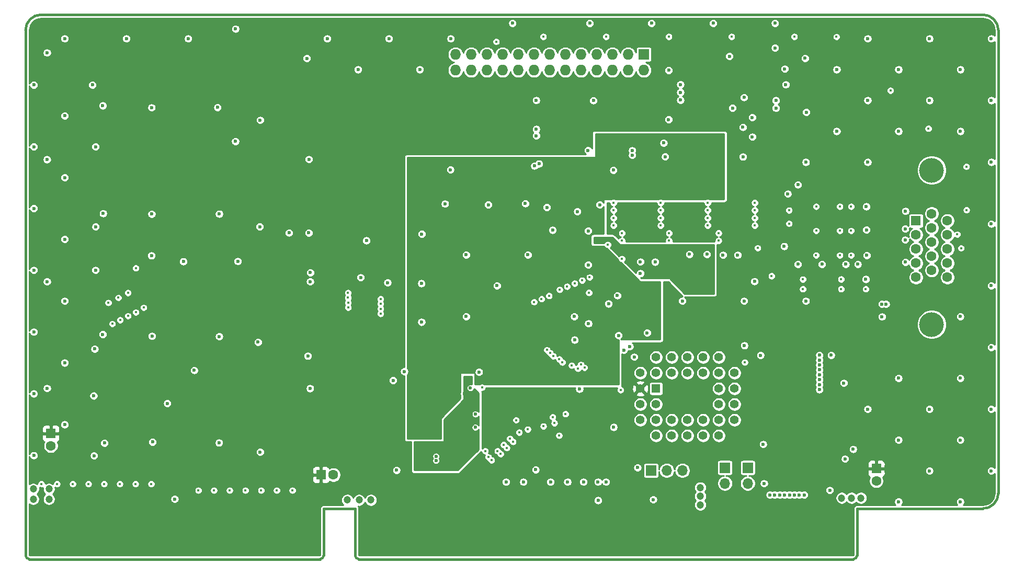
<source format=gbr>
%TF.GenerationSoftware,KiCad,Pcbnew,(5.1.6)-1*%
%TF.CreationDate,2020-07-21T14:46:33+03:00*%
%TF.ProjectId,GD5434,47443534-3334-42e6-9b69-6361645f7063,rev?*%
%TF.SameCoordinates,Original*%
%TF.FileFunction,Copper,L3,Inr*%
%TF.FilePolarity,Positive*%
%FSLAX46Y46*%
G04 Gerber Fmt 4.6, Leading zero omitted, Abs format (unit mm)*
G04 Created by KiCad (PCBNEW (5.1.6)-1) date 2020-07-21 14:46:33*
%MOMM*%
%LPD*%
G01*
G04 APERTURE LIST*
%TA.AperFunction,Profile*%
%ADD10C,0.381000*%
%TD*%
%TA.AperFunction,ViaPad*%
%ADD11C,1.422400*%
%TD*%
%TA.AperFunction,ViaPad*%
%ADD12R,1.422400X1.422400*%
%TD*%
%TA.AperFunction,ViaPad*%
%ADD13O,1.700000X1.700000*%
%TD*%
%TA.AperFunction,ViaPad*%
%ADD14R,1.700000X1.700000*%
%TD*%
%TA.AperFunction,ViaPad*%
%ADD15C,1.600000*%
%TD*%
%TA.AperFunction,ViaPad*%
%ADD16R,1.600000X1.600000*%
%TD*%
%TA.AperFunction,ViaPad*%
%ADD17C,4.000000*%
%TD*%
%TA.AperFunction,ViaPad*%
%ADD18R,1.727200X1.727200*%
%TD*%
%TA.AperFunction,ViaPad*%
%ADD19O,1.727200X1.727200*%
%TD*%
%TA.AperFunction,ViaPad*%
%ADD20C,0.450000*%
%TD*%
%TA.AperFunction,ViaPad*%
%ADD21C,0.600000*%
%TD*%
%TA.AperFunction,ViaPad*%
%ADD22C,1.200000*%
%TD*%
%TA.AperFunction,Conductor*%
%ADD23C,0.254000*%
%TD*%
G04 APERTURE END LIST*
D10*
X73675240Y-113670080D02*
G75*
G03*
X74310240Y-114305080I635000J0D01*
G01*
X73675740Y-28658820D02*
X73675740Y-113670080D01*
X121318520Y-114303740D02*
G75*
G03*
X121953520Y-113668740I0J635000D01*
G01*
X74310740Y-114305080D02*
X121318520Y-114303740D01*
X121953520Y-106123740D02*
X121953520Y-113668740D01*
X127025900Y-106123740D02*
X121953520Y-106123740D01*
X127025900Y-106123740D02*
X127025900Y-113670080D01*
X208305900Y-106125080D02*
X208305900Y-113670080D01*
X76213838Y-26111208D02*
X228625900Y-26111208D01*
X207670900Y-114305080D02*
G75*
G03*
X208305900Y-113670080I0J635000D01*
G01*
X127660900Y-114305080D02*
X207670900Y-114305080D01*
X231165900Y-28651208D02*
G75*
G03*
X228625900Y-26111208I-2540000J0D01*
G01*
X228625900Y-106125080D02*
X208305900Y-106125080D01*
X231165900Y-103585080D02*
X231165900Y-28651208D01*
X228625900Y-106125080D02*
G75*
G03*
X231165900Y-103585080I0J2540000D01*
G01*
X127025900Y-113670080D02*
G75*
G03*
X127660900Y-114305080I635000J0D01*
G01*
X76213838Y-26111209D02*
G75*
G03*
X73675740Y-28658820I6982J-2545071D01*
G01*
D11*
%TO.N,/SA14*%
%TO.C,U8*%
X175745140Y-81605120D03*
%TO.N,/SA8*%
X178285140Y-81605120D03*
%TO.N,/SA11*%
X180825140Y-81605120D03*
%TO.N,/SA10*%
X183365140Y-81605120D03*
%TO.N,/SA13*%
X178285140Y-84145120D03*
%TO.N,/SA9*%
X180825140Y-84145120D03*
%TO.N,GND*%
X183365140Y-84145120D03*
X185905140Y-84145120D03*
%TO.N,Net-(U7-Pad12)*%
X188445140Y-84145120D03*
%TO.N,Net-(U7-Pad14)*%
X188445140Y-86685120D03*
%TO.N,GND*%
X188445140Y-89225120D03*
%TO.N,Net-(U7-Pad17)*%
X188445140Y-91765120D03*
%TO.N,Net-(U7-Pad11)*%
X185905140Y-81605120D03*
%TO.N,Net-(U7-Pad13)*%
X185905140Y-86685120D03*
%TO.N,Net-(U7-Pad15)*%
X185905140Y-89225120D03*
%TO.N,Net-(U7-Pad16)*%
X185905140Y-91765120D03*
%TO.N,Net-(U7-Pad18)*%
X185905140Y-94305120D03*
%TO.N,/SA1*%
X183365140Y-94305120D03*
%TO.N,/SA3*%
X180825140Y-94305120D03*
%TO.N,/SA5*%
X178285140Y-94305120D03*
%TO.N,/SA7*%
X175745140Y-94305120D03*
%TO.N,/SA0*%
X183365140Y-91765120D03*
%TO.N,/SA2*%
X180825140Y-91765120D03*
%TO.N,/SA4*%
X178285140Y-91765120D03*
%TO.N,/SA6*%
X175745140Y-91765120D03*
%TO.N,GND*%
X173205140Y-84145120D03*
%TO.N,VCC*%
X173205140Y-86685120D03*
%TO.N,/SA12*%
X173205140Y-91765120D03*
%TO.N,Net-(JP3-Pad2)*%
X173205140Y-89225120D03*
%TO.N,Net-(R22-Pad2)*%
X175745140Y-84145120D03*
%TO.N,Net-(JP4-Pad2)*%
X175745140Y-89225120D03*
D12*
%TO.N,GND*%
X175745140Y-86685120D03*
%TD*%
D13*
%TO.N,Net-(JP3-Pad3)*%
%TO.C,JP3*%
X180009800Y-99943920D03*
%TO.N,Net-(JP3-Pad2)*%
X177469800Y-99943920D03*
D14*
%TO.N,GND*%
X174929800Y-99943920D03*
%TD*%
D15*
%TO.N,GND*%
%TO.C,C92*%
X211399120Y-101631500D03*
D16*
%TO.N,VCC*%
X211399120Y-99631500D03*
%TD*%
D15*
%TO.N,GND*%
%TO.C,C91*%
X123503440Y-100644960D03*
D16*
%TO.N,VCC*%
X121503440Y-100644960D03*
%TD*%
D15*
%TO.N,GND*%
%TO.C,C90*%
X77769720Y-95940880D03*
D16*
%TO.N,VCC*%
X77769720Y-93940880D03*
%TD*%
%TO.N,Net-(C16-Pad1)*%
%TO.C,J1*%
X217830900Y-59491680D03*
D15*
%TO.N,Net-(C17-Pad1)*%
X217830900Y-61781680D03*
%TO.N,Net-(C18-Pad1)*%
X217830900Y-64071680D03*
%TO.N,N/C*%
X217830900Y-66361680D03*
%TO.N,GND*%
X217830900Y-68651680D03*
X220370900Y-58346680D03*
X220370900Y-60636680D03*
X220370900Y-62926680D03*
%TO.N,Net-(C68-Pad1)*%
X220370900Y-65216680D03*
%TO.N,GND*%
X220370900Y-67506680D03*
%TO.N,N/C*%
X222910900Y-59491680D03*
%TO.N,Net-(J1-Pad12)*%
X222910900Y-61781680D03*
%TO.N,Net-(C9-Pad1)*%
X222910900Y-64071680D03*
%TO.N,Net-(C8-Pad1)*%
X222910900Y-66361680D03*
%TO.N,Net-(J1-Pad15)*%
X222910900Y-68651680D03*
D17*
%TO.N,GND*%
X220370900Y-76306680D03*
X220370900Y-51306680D03*
%TD*%
D18*
%TO.N,GND*%
%TO.C,J2*%
X173758860Y-32557720D03*
D19*
%TO.N,/P0*%
X173758860Y-35097720D03*
%TO.N,GND*%
X171218860Y-32557720D03*
%TO.N,P1*%
X171218860Y-35097720D03*
%TO.N,GND*%
X168678860Y-32557720D03*
%TO.N,/P2*%
X168678860Y-35097720D03*
%TO.N,Net-(J2-Pad7)*%
X166138860Y-32557720D03*
%TO.N,P3*%
X166138860Y-35097720D03*
%TO.N,Net-(J2-Pad9)*%
X163598860Y-32557720D03*
%TO.N,/P4*%
X163598860Y-35097720D03*
%TO.N,Net-(J2-Pad11)*%
X161058860Y-32557720D03*
%TO.N,/P5*%
X161058860Y-35097720D03*
%TO.N,N/C*%
X158518860Y-32557720D03*
%TO.N,/P6*%
X158518860Y-35097720D03*
%TO.N,GND*%
X155978860Y-32557720D03*
%TO.N,/P7*%
X155978860Y-35097720D03*
%TO.N,GND*%
X153438860Y-32557720D03*
%TO.N,DCLK*%
X153438860Y-35097720D03*
%TO.N,GND*%
X150898860Y-32557720D03*
%TO.N,BLANK*%
X150898860Y-35097720D03*
%TO.N,GND*%
X148358860Y-32557720D03*
%TO.N,Net-(C9-Pad1)*%
X148358860Y-35097720D03*
%TO.N,N/C*%
X145818860Y-32557720D03*
%TO.N,Net-(C8-Pad1)*%
X145818860Y-35097720D03*
%TO.N,N/C*%
X143278860Y-32557720D03*
%TO.N,GND*%
X143278860Y-35097720D03*
%TD*%
D13*
%TO.N,Net-(J0-Pad8)*%
%TO.C,JP2*%
X186888120Y-102026720D03*
D14*
%TO.N,/ZWS*%
X186888120Y-99486720D03*
%TD*%
%TO.N,/IRQ*%
%TO.C,JP1*%
X190581280Y-99486720D03*
D13*
%TO.N,Net-(J0-Pad4)*%
X190581280Y-102026720D03*
%TD*%
D20*
%TO.N,GND*%
X199517000Y-70548500D03*
X205709520Y-70540880D03*
D21*
%TO.N,/SD0*%
X202194160Y-81258723D03*
X194158683Y-103891080D03*
%TO.N,/SD1*%
X202194160Y-82054817D03*
X194954773Y-103891080D03*
%TO.N,/SD2*%
X202194160Y-82850907D03*
X195750863Y-103891080D03*
%TO.N,/SD3*%
X202194160Y-83646997D03*
X196546953Y-103891080D03*
%TO.N,/SD4*%
X202194160Y-84443087D03*
X197343043Y-103891080D03*
%TO.N,/SD5*%
X202194160Y-85239177D03*
X198139133Y-103891080D03*
%TO.N,/SD6*%
X202194160Y-86035267D03*
X198935223Y-103891080D03*
%TO.N,/SD7*%
X202194160Y-86831357D03*
X199731317Y-103891080D03*
D20*
%TO.N,/SD8*%
X94015560Y-102113080D03*
X164980560Y-68648640D03*
%TO.N,/SD9*%
X91470480Y-102113080D03*
X163771900Y-69148640D03*
%TO.N,/SD10*%
X88925400Y-102113080D03*
X162563240Y-69648640D03*
%TO.N,/SD11*%
X86390480Y-102113080D03*
X161341880Y-70148640D03*
%TO.N,/SD12*%
X83850480Y-102113080D03*
X160133220Y-70648640D03*
%TO.N,/SD13*%
X81315560Y-102113080D03*
X158417580Y-71648640D03*
%TO.N,/SD14*%
X78770480Y-102113080D03*
X157208160Y-72148640D03*
%TO.N,/SD15*%
X76225400Y-102113080D03*
X155998740Y-72648640D03*
%TO.N,/IOCS16*%
X163581080Y-82793840D03*
D21*
%TO.N,/MEMW*%
X171475400Y-79866800D03*
%TO.N,/MEMR*%
X170530520Y-80441800D03*
D20*
%TO.N,/MCS16*%
X164153121Y-83284717D03*
D21*
%TO.N,/IOR*%
X172745400Y-99474020D03*
D20*
%TO.N,/LA23*%
X116878100Y-103167180D03*
X163078121Y-83423760D03*
%TO.N,/LA22*%
X114335560Y-103167180D03*
X162077400Y-82923760D03*
%TO.N,/BALE*%
X161079560Y-90776680D03*
%TO.N,/LA21*%
X111803180Y-103167180D03*
X160581340Y-82423760D03*
%TO.N,/LA20*%
X109263180Y-103167180D03*
X160078420Y-81925160D03*
D21*
%TO.N,/IOW*%
X175285400Y-104653080D03*
D20*
%TO.N,/LA19*%
X106702860Y-103167180D03*
X159087820Y-81423760D03*
%TO.N,/LA18*%
X104162860Y-103167180D03*
X158587440Y-80923760D03*
%TO.N,/LA17*%
X101645720Y-103167180D03*
X158081980Y-80423760D03*
%TO.N,/SA14*%
X158997827Y-91276680D03*
%TO.N,/SA13*%
X159290364Y-92276681D03*
%TO.N,/SA12*%
X160045900Y-94276684D03*
%TO.N,/SA11*%
X157505900Y-92776540D03*
%TO.N,/SA10*%
X154973283Y-93276683D03*
%TO.N,/SA9*%
X153578120Y-93776360D03*
%TO.N,/SA8*%
X153078120Y-91777760D03*
%TO.N,/SA7*%
X152578120Y-95276685D03*
%TO.N,/SA6*%
X152078120Y-94774320D03*
%TO.N,/SA5*%
X151578120Y-96276685D03*
%TO.N,/SA4*%
X151078120Y-95777240D03*
%TO.N,/SA3*%
X150578120Y-97276685D03*
%TO.N,/SA2*%
X150078120Y-96776803D03*
%TO.N,/SA1*%
X149092380Y-98277140D03*
%TO.N,/SA0*%
X148592540Y-97777300D03*
%TO.N,/REFRESH*%
X148075140Y-96776100D03*
%TO.N,/ZWS*%
X147572524Y-86485936D03*
D22*
%TO.N,GND*%
X129573020Y-104725030D03*
X127668020Y-104725030D03*
X125763020Y-104725030D03*
D20*
X187960000Y-29684980D03*
X167640000Y-29684980D03*
X157480000Y-29684980D03*
X149860000Y-30480000D03*
X177800000Y-29684980D03*
X213685120Y-38404800D03*
X225973640Y-50723800D03*
X185864500Y-62732920D03*
X177840640Y-62732920D03*
X170220640Y-62732920D03*
X177843180Y-61490860D03*
X185867040Y-61490860D03*
X168861740Y-60264040D03*
X176481740Y-60264040D03*
X184101740Y-60264040D03*
X191721740Y-60264040D03*
X191721740Y-56570880D03*
X184101740Y-56570880D03*
X176481740Y-56570880D03*
X168861740Y-56570880D03*
X176481740Y-57802780D03*
X176481740Y-59034680D03*
X184101740Y-57802780D03*
X184101740Y-59034680D03*
X191721740Y-57802780D03*
X191721740Y-59034680D03*
X197271740Y-57802780D03*
X197271740Y-59944000D03*
D21*
X146497040Y-90820240D03*
X146490380Y-92957960D03*
X119522240Y-61447680D03*
X94081600Y-41168320D03*
X119540020Y-49555400D03*
X111579660Y-60459620D03*
X111650780Y-43205400D03*
X116324380Y-61440060D03*
X175590200Y-66161920D03*
X173192440Y-66144140D03*
X142455900Y-51229260D03*
X207647540Y-96486980D03*
X206138780Y-85791040D03*
D20*
X169997120Y-86906100D03*
D21*
X145682357Y-86576557D03*
X127919480Y-68686680D03*
D22*
X77470000Y-104584500D03*
X74930000Y-104584500D03*
X74930000Y-102933500D03*
X77470000Y-102933500D03*
X208915000Y-104394000D03*
X207391000Y-104394000D03*
X205803500Y-104394000D03*
D20*
X164881560Y-71148640D03*
D21*
X169473880Y-71602600D03*
X168061640Y-72933560D03*
X164790120Y-76144120D03*
X169672000Y-78069440D03*
D20*
X207330520Y-57185560D03*
X207330520Y-61112400D03*
X207330520Y-65095120D03*
X205486480Y-57188100D03*
X205494100Y-61112400D03*
X205494100Y-65095120D03*
X168861740Y-57802780D03*
X168861740Y-59034680D03*
X201660860Y-57185560D03*
X201660860Y-61117480D03*
X201658320Y-65090040D03*
D21*
X198714460Y-66537840D03*
X202600660Y-66537840D03*
X206443680Y-66537840D03*
X208407100Y-66537840D03*
X209857340Y-65090040D03*
X198719540Y-53652420D03*
X197060920Y-55140860D03*
X196578220Y-34907220D03*
X189804040Y-44340780D03*
X191322960Y-42768520D03*
X191328040Y-45910500D03*
X195148200Y-40005000D03*
X195148200Y-41262300D03*
X189981840Y-39509700D03*
D20*
X167936538Y-63381092D03*
X170223180Y-61490860D03*
X192186560Y-63908940D03*
D21*
X196469000Y-63632080D03*
X166324280Y-101798120D03*
X166370000Y-104775000D03*
D22*
X182905900Y-102717100D03*
X182905900Y-104114100D03*
X182905900Y-105511100D03*
D21*
X168864280Y-92923360D03*
X216087960Y-60799980D03*
X216110820Y-66194940D03*
X212310760Y-75044520D03*
D20*
X225115120Y-63926720D03*
X225996500Y-57744360D03*
X224505520Y-61706760D03*
X219837000Y-44554140D03*
X204955140Y-29710380D03*
X198120000Y-29684980D03*
X194444620Y-68437760D03*
X199511920Y-68981320D03*
X205704440Y-68973700D03*
D21*
X100967540Y-83710780D03*
X108036360Y-66070480D03*
X99222560Y-66088260D03*
X119735600Y-86649560D03*
X119745760Y-69344540D03*
X119776240Y-67889120D03*
X156055060Y-50604420D03*
X137817860Y-61648340D03*
X141579600Y-56753760D03*
X119212360Y-33200340D03*
X107642660Y-46634400D03*
X148574760Y-56898540D03*
X154579320Y-56700420D03*
X164757100Y-61142880D03*
X133724540Y-99886880D03*
X164759640Y-66647060D03*
X140121640Y-97636753D03*
X140121640Y-98339486D03*
X77152500Y-32285940D03*
X77152500Y-49570640D03*
X77152500Y-69354700D03*
X77152500Y-86639400D03*
X137764520Y-69641720D03*
X147083780Y-84002880D03*
X163347400Y-86743540D03*
X183982360Y-64917320D03*
X181140100Y-64917320D03*
X168833800Y-51299760D03*
X171887160Y-48872700D03*
X171887160Y-48110700D03*
X176977040Y-46901100D03*
X177215800Y-49123600D03*
X188117480Y-41249600D03*
X158060000Y-57320000D03*
X188950000Y-65050000D03*
X133167120Y-85359240D03*
X134990840Y-83913980D03*
X191688720Y-69308980D03*
X163997640Y-101798120D03*
X151455120Y-101798120D03*
X156253180Y-99816920D03*
X119382540Y-81396840D03*
X165592760Y-40020240D03*
X177787300Y-35120580D03*
X216108280Y-57942480D03*
X209778600Y-57193180D03*
X189806580Y-49138840D03*
X164734240Y-48097440D03*
X177779680Y-43103800D03*
X186583320Y-65049400D03*
X172212000Y-81556860D03*
X192656460Y-81287620D03*
X111640620Y-96954340D03*
X97817940Y-104561640D03*
X107657900Y-28414980D03*
X220000000Y-30000000D03*
X210000000Y-30000000D03*
X215000000Y-35000000D03*
X225000000Y-35000000D03*
X220000000Y-40000000D03*
X225000000Y-45000000D03*
X230000000Y-50000000D03*
X230000000Y-30000000D03*
X230000000Y-40000000D03*
X230000000Y-60000000D03*
X230000000Y-70000000D03*
X230000000Y-80000000D03*
X230000000Y-90000000D03*
X230000000Y-100000000D03*
X225000000Y-75000000D03*
X225000000Y-85000000D03*
X225000000Y-95000000D03*
X225000000Y-105000000D03*
X215000000Y-105000000D03*
X220000000Y-100000000D03*
X215000000Y-95000000D03*
X220000000Y-90000000D03*
X215000000Y-85000000D03*
X210000000Y-90000000D03*
X205000000Y-35000000D03*
X210000000Y-40000000D03*
X215000000Y-45000000D03*
X205000000Y-45000000D03*
X210000000Y-50000000D03*
X200000000Y-50000000D03*
X122500000Y-30000000D03*
X127500000Y-35000000D03*
X132500000Y-30000000D03*
X137500000Y-35000000D03*
X142500000Y-30000000D03*
X100000000Y-30000000D03*
X90000000Y-30000000D03*
X80000000Y-30000000D03*
X84500000Y-37500000D03*
X75000000Y-37500000D03*
X75000000Y-47500000D03*
X80000000Y-42500000D03*
X85000000Y-47500000D03*
X75000000Y-57500000D03*
X85016340Y-60469780D03*
X80000000Y-52500000D03*
X80000000Y-62500000D03*
X75000000Y-67500000D03*
X85000000Y-67500000D03*
X75000000Y-77500000D03*
X84863940Y-80256380D03*
X80000000Y-72500000D03*
X80000000Y-82500000D03*
X75000000Y-87500000D03*
X84693760Y-87840820D03*
X80000000Y-92500000D03*
X75000000Y-97500000D03*
X84757260Y-97546160D03*
X96613980Y-89070180D03*
X180000000Y-72500000D03*
X200000000Y-72500000D03*
X163000000Y-58000000D03*
X159000000Y-61000000D03*
X145000000Y-65000000D03*
X155000000Y-65000000D03*
X150000000Y-70000000D03*
X145000000Y-75000000D03*
X162500000Y-75000000D03*
X193233040Y-102047040D03*
X193078100Y-95694500D03*
X206339440Y-98069400D03*
X204086460Y-81259680D03*
X190000000Y-72500000D03*
X137777220Y-75895200D03*
X195000000Y-27500000D03*
X185000000Y-27500000D03*
X175000000Y-27500000D03*
X165000000Y-27500000D03*
X152500000Y-27500000D03*
X209692240Y-68961000D03*
X209804000Y-60967620D03*
X216080340Y-62593220D03*
D20*
X170217543Y-65662097D03*
D21*
X173194980Y-68018660D03*
X195000000Y-31500000D03*
X111307880Y-79159100D03*
X105016300Y-78234540D03*
X94134940Y-78176120D03*
X86436200Y-95481140D03*
X94221300Y-95326200D03*
X105001060Y-95450660D03*
X86225380Y-58300620D03*
X94089220Y-58399680D03*
X105018840Y-58384440D03*
X104741980Y-41135300D03*
X86172040Y-40848280D03*
X86169500Y-77899260D03*
X161404300Y-101798120D03*
X158653480Y-101798120D03*
X154269440Y-101795580D03*
D20*
X209699860Y-70545960D03*
D21*
X174302420Y-77645260D03*
X190027560Y-79702660D03*
D20*
%TO.N,/RMA5*%
X131145280Y-72156320D03*
X91511120Y-74320400D03*
%TO.N,/RMA6*%
X131145280Y-72943720D03*
X90241120Y-74917300D03*
%TO.N,/RMA7*%
X131145280Y-73746360D03*
X88971120Y-75577700D03*
%TO.N,/RMA8*%
X131145280Y-74543920D03*
X87701120Y-76192380D03*
%TO.N,/RMA1*%
X125877320Y-71170800D03*
X90241120Y-71170800D03*
%TO.N,/RMA2*%
X125882400Y-71963280D03*
X88686079Y-71962719D03*
%TO.N,/RMA3*%
X125887480Y-72765920D03*
X87072119Y-72761759D03*
%TO.N,/RMA4*%
X125887480Y-73563480D03*
X92781120Y-73563480D03*
%TO.N,/RMA0*%
X91511120Y-67157600D03*
D21*
X132278120Y-69519800D03*
%TO.N,VCC*%
X113499900Y-86636500D03*
X113494820Y-49557940D03*
X113446180Y-32291400D03*
X113423700Y-69354700D03*
X207657700Y-94439740D03*
X176702720Y-102803960D03*
X207459580Y-89001600D03*
D22*
X131805680Y-49103280D03*
X133362700Y-49121060D03*
X166721113Y-89827693D03*
X166721113Y-88511380D03*
X87670640Y-104607360D03*
X85130640Y-104607360D03*
X82590640Y-104607360D03*
X135890000Y-104775000D03*
X137033000Y-103632000D03*
D21*
X194556380Y-44340780D03*
X214657180Y-77046580D03*
X213986620Y-77046580D03*
X83471640Y-86639420D03*
X83471640Y-32291400D03*
X83471640Y-49560860D03*
X83471640Y-69355080D03*
X104208580Y-30096460D03*
X104211120Y-47698660D03*
X104208580Y-84823300D03*
X204142340Y-34137600D03*
X188691520Y-36276280D03*
X186159140Y-43116500D03*
X104211120Y-66466720D03*
X170535600Y-81564480D03*
X134258740Y-96970160D03*
X190787020Y-31681420D03*
D22*
X202707240Y-103946960D03*
X201312780Y-105341420D03*
D21*
%TO.N,/RESET_DRV*%
X203865201Y-103144599D03*
%TO.N,VDD*%
X174312580Y-69646800D03*
X137584820Y-85361140D03*
D22*
X165287960Y-85153500D03*
D21*
X156077920Y-56708040D03*
X137764520Y-68173600D03*
X143570960Y-56758840D03*
X169174160Y-70586600D03*
X167570580Y-77648640D03*
X166781480Y-50799380D03*
X166781480Y-51436920D03*
X164736780Y-49928780D03*
X141490700Y-50553620D03*
X140970000Y-50032920D03*
X140455650Y-49518570D03*
X138772900Y-93700600D03*
X137828020Y-93698060D03*
%TO.N,Net-(J1-Pad15)*%
X187612240Y-32859760D03*
%TO.N,Net-(J1-Pad12)*%
X199872020Y-33172980D03*
%TO.N,ESYNC*%
X179692300Y-38696900D03*
X156337000Y-44663360D03*
X196733160Y-37449760D03*
%TO.N,EVIDEO*%
X156817380Y-50256120D03*
X179692300Y-39956740D03*
%TO.N,Net-(U1-Pad107)*%
X179692300Y-37426900D03*
X200070720Y-41912540D03*
%TO.N,/EROM*%
X162575240Y-78785720D03*
D20*
X190110298Y-82419002D03*
D21*
%TO.N,Net-(J2-Pad9)*%
X156334460Y-39992300D03*
%TO.N,Net-(J2-Pad7)*%
X156342080Y-45730160D03*
%TO.N,/RRAS1*%
X94051120Y-65140840D03*
X128859280Y-62697360D03*
%TO.N,Net-(JP4-Pad2)*%
X167642540Y-101795580D03*
%TO.N,Net-(C1-Pad1)*%
X144707550Y-87527190D03*
X142389860Y-94899480D03*
X142389860Y-96644460D03*
%TO.N,Net-(C23-Pad1)*%
X181265000Y-68017280D03*
X176955560Y-68017280D03*
X170730020Y-64113300D03*
%TO.N,Net-(C68-Pad1)*%
X212310760Y-72994520D03*
X212956140Y-72994520D03*
%TO.N,Net-(NT1-Pad2)*%
X166621432Y-56898512D03*
%TD*%
D23*
%TO.N,VCC*%
G36*
X228998740Y-26768227D02*
G01*
X229357379Y-26876506D01*
X229688158Y-27052384D01*
X229978472Y-27289158D01*
X230217269Y-27577815D01*
X230395453Y-27907358D01*
X230506233Y-28265231D01*
X230548401Y-28666435D01*
X230548401Y-29520267D01*
X230463436Y-29435302D01*
X230344364Y-29355741D01*
X230212058Y-29300938D01*
X230071603Y-29273000D01*
X229928397Y-29273000D01*
X229787942Y-29300938D01*
X229655636Y-29355741D01*
X229536564Y-29435302D01*
X229435302Y-29536564D01*
X229355741Y-29655636D01*
X229300938Y-29787942D01*
X229273000Y-29928397D01*
X229273000Y-30071603D01*
X229300938Y-30212058D01*
X229355741Y-30344364D01*
X229435302Y-30463436D01*
X229536564Y-30564698D01*
X229655636Y-30644259D01*
X229787942Y-30699062D01*
X229928397Y-30727000D01*
X230071603Y-30727000D01*
X230212058Y-30699062D01*
X230344364Y-30644259D01*
X230463436Y-30564698D01*
X230548401Y-30479733D01*
X230548401Y-39520267D01*
X230463436Y-39435302D01*
X230344364Y-39355741D01*
X230212058Y-39300938D01*
X230071603Y-39273000D01*
X229928397Y-39273000D01*
X229787942Y-39300938D01*
X229655636Y-39355741D01*
X229536564Y-39435302D01*
X229435302Y-39536564D01*
X229355741Y-39655636D01*
X229300938Y-39787942D01*
X229273000Y-39928397D01*
X229273000Y-40071603D01*
X229300938Y-40212058D01*
X229355741Y-40344364D01*
X229435302Y-40463436D01*
X229536564Y-40564698D01*
X229655636Y-40644259D01*
X229787942Y-40699062D01*
X229928397Y-40727000D01*
X230071603Y-40727000D01*
X230212058Y-40699062D01*
X230344364Y-40644259D01*
X230463436Y-40564698D01*
X230548401Y-40479733D01*
X230548401Y-49520267D01*
X230463436Y-49435302D01*
X230344364Y-49355741D01*
X230212058Y-49300938D01*
X230071603Y-49273000D01*
X229928397Y-49273000D01*
X229787942Y-49300938D01*
X229655636Y-49355741D01*
X229536564Y-49435302D01*
X229435302Y-49536564D01*
X229355741Y-49655636D01*
X229300938Y-49787942D01*
X229273000Y-49928397D01*
X229273000Y-50071603D01*
X229300938Y-50212058D01*
X229355741Y-50344364D01*
X229435302Y-50463436D01*
X229536564Y-50564698D01*
X229655636Y-50644259D01*
X229787942Y-50699062D01*
X229928397Y-50727000D01*
X230071603Y-50727000D01*
X230212058Y-50699062D01*
X230344364Y-50644259D01*
X230463436Y-50564698D01*
X230548401Y-50479733D01*
X230548401Y-59520267D01*
X230463436Y-59435302D01*
X230344364Y-59355741D01*
X230212058Y-59300938D01*
X230071603Y-59273000D01*
X229928397Y-59273000D01*
X229787942Y-59300938D01*
X229655636Y-59355741D01*
X229536564Y-59435302D01*
X229435302Y-59536564D01*
X229355741Y-59655636D01*
X229300938Y-59787942D01*
X229273000Y-59928397D01*
X229273000Y-60071603D01*
X229300938Y-60212058D01*
X229355741Y-60344364D01*
X229435302Y-60463436D01*
X229536564Y-60564698D01*
X229655636Y-60644259D01*
X229787942Y-60699062D01*
X229928397Y-60727000D01*
X230071603Y-60727000D01*
X230212058Y-60699062D01*
X230344364Y-60644259D01*
X230463436Y-60564698D01*
X230548401Y-60479733D01*
X230548400Y-69520266D01*
X230463436Y-69435302D01*
X230344364Y-69355741D01*
X230212058Y-69300938D01*
X230071603Y-69273000D01*
X229928397Y-69273000D01*
X229787942Y-69300938D01*
X229655636Y-69355741D01*
X229536564Y-69435302D01*
X229435302Y-69536564D01*
X229355741Y-69655636D01*
X229300938Y-69787942D01*
X229273000Y-69928397D01*
X229273000Y-70071603D01*
X229300938Y-70212058D01*
X229355741Y-70344364D01*
X229435302Y-70463436D01*
X229536564Y-70564698D01*
X229655636Y-70644259D01*
X229787942Y-70699062D01*
X229928397Y-70727000D01*
X230071603Y-70727000D01*
X230212058Y-70699062D01*
X230344364Y-70644259D01*
X230463436Y-70564698D01*
X230548400Y-70479734D01*
X230548400Y-79520266D01*
X230463436Y-79435302D01*
X230344364Y-79355741D01*
X230212058Y-79300938D01*
X230071603Y-79273000D01*
X229928397Y-79273000D01*
X229787942Y-79300938D01*
X229655636Y-79355741D01*
X229536564Y-79435302D01*
X229435302Y-79536564D01*
X229355741Y-79655636D01*
X229300938Y-79787942D01*
X229273000Y-79928397D01*
X229273000Y-80071603D01*
X229300938Y-80212058D01*
X229355741Y-80344364D01*
X229435302Y-80463436D01*
X229536564Y-80564698D01*
X229655636Y-80644259D01*
X229787942Y-80699062D01*
X229928397Y-80727000D01*
X230071603Y-80727000D01*
X230212058Y-80699062D01*
X230344364Y-80644259D01*
X230463436Y-80564698D01*
X230548400Y-80479734D01*
X230548400Y-89520266D01*
X230463436Y-89435302D01*
X230344364Y-89355741D01*
X230212058Y-89300938D01*
X230071603Y-89273000D01*
X229928397Y-89273000D01*
X229787942Y-89300938D01*
X229655636Y-89355741D01*
X229536564Y-89435302D01*
X229435302Y-89536564D01*
X229355741Y-89655636D01*
X229300938Y-89787942D01*
X229273000Y-89928397D01*
X229273000Y-90071603D01*
X229300938Y-90212058D01*
X229355741Y-90344364D01*
X229435302Y-90463436D01*
X229536564Y-90564698D01*
X229655636Y-90644259D01*
X229787942Y-90699062D01*
X229928397Y-90727000D01*
X230071603Y-90727000D01*
X230212058Y-90699062D01*
X230344364Y-90644259D01*
X230463436Y-90564698D01*
X230548400Y-90479734D01*
X230548400Y-99520266D01*
X230463436Y-99435302D01*
X230344364Y-99355741D01*
X230212058Y-99300938D01*
X230071603Y-99273000D01*
X229928397Y-99273000D01*
X229787942Y-99300938D01*
X229655636Y-99355741D01*
X229536564Y-99435302D01*
X229435302Y-99536564D01*
X229355741Y-99655636D01*
X229300938Y-99787942D01*
X229273000Y-99928397D01*
X229273000Y-100071603D01*
X229300938Y-100212058D01*
X229355741Y-100344364D01*
X229435302Y-100463436D01*
X229536564Y-100564698D01*
X229655636Y-100644259D01*
X229787942Y-100699062D01*
X229928397Y-100727000D01*
X230071603Y-100727000D01*
X230212058Y-100699062D01*
X230344364Y-100644259D01*
X230463436Y-100564698D01*
X230548400Y-100479734D01*
X230548400Y-103554878D01*
X230508881Y-103957920D01*
X230400601Y-104316562D01*
X230224724Y-104647338D01*
X229987950Y-104937652D01*
X229699293Y-105176449D01*
X229369749Y-105354633D01*
X229011877Y-105465413D01*
X228610683Y-105507580D01*
X225520554Y-105507580D01*
X225564698Y-105463436D01*
X225644259Y-105344364D01*
X225699062Y-105212058D01*
X225727000Y-105071603D01*
X225727000Y-104928397D01*
X225699062Y-104787942D01*
X225644259Y-104655636D01*
X225564698Y-104536564D01*
X225463436Y-104435302D01*
X225344364Y-104355741D01*
X225212058Y-104300938D01*
X225071603Y-104273000D01*
X224928397Y-104273000D01*
X224787942Y-104300938D01*
X224655636Y-104355741D01*
X224536564Y-104435302D01*
X224435302Y-104536564D01*
X224355741Y-104655636D01*
X224300938Y-104787942D01*
X224273000Y-104928397D01*
X224273000Y-105071603D01*
X224300938Y-105212058D01*
X224355741Y-105344364D01*
X224435302Y-105463436D01*
X224479446Y-105507580D01*
X215520554Y-105507580D01*
X215564698Y-105463436D01*
X215644259Y-105344364D01*
X215699062Y-105212058D01*
X215727000Y-105071603D01*
X215727000Y-104928397D01*
X215699062Y-104787942D01*
X215644259Y-104655636D01*
X215564698Y-104536564D01*
X215463436Y-104435302D01*
X215344364Y-104355741D01*
X215212058Y-104300938D01*
X215071603Y-104273000D01*
X214928397Y-104273000D01*
X214787942Y-104300938D01*
X214655636Y-104355741D01*
X214536564Y-104435302D01*
X214435302Y-104536564D01*
X214355741Y-104655636D01*
X214300938Y-104787942D01*
X214273000Y-104928397D01*
X214273000Y-105071603D01*
X214300938Y-105212058D01*
X214355741Y-105344364D01*
X214435302Y-105463436D01*
X214479446Y-105507580D01*
X208336228Y-105507580D01*
X208305900Y-105504593D01*
X208275571Y-105507580D01*
X208184849Y-105516515D01*
X208068450Y-105551825D01*
X207961176Y-105609164D01*
X207867149Y-105686329D01*
X207789984Y-105780356D01*
X207732645Y-105887630D01*
X207697335Y-106004029D01*
X207685413Y-106125080D01*
X207688400Y-106155409D01*
X207688401Y-113639872D01*
X207685162Y-113672903D01*
X207684342Y-113675620D01*
X207683009Y-113678126D01*
X207681217Y-113680324D01*
X207679029Y-113682134D01*
X207676538Y-113683481D01*
X207673820Y-113684322D01*
X207642825Y-113687580D01*
X127691098Y-113687580D01*
X127658077Y-113684342D01*
X127655360Y-113683522D01*
X127652854Y-113682189D01*
X127650656Y-113680397D01*
X127648846Y-113678209D01*
X127647499Y-113675718D01*
X127646658Y-113673000D01*
X127643400Y-113642005D01*
X127643400Y-106154069D01*
X127646387Y-106123740D01*
X127634465Y-106002689D01*
X127599155Y-105886290D01*
X127541816Y-105779016D01*
X127510461Y-105740810D01*
X127566869Y-105752030D01*
X127769171Y-105752030D01*
X127967585Y-105712563D01*
X128154487Y-105635145D01*
X128322694Y-105522753D01*
X128465743Y-105379704D01*
X128578135Y-105211497D01*
X128620520Y-105109171D01*
X128662905Y-105211497D01*
X128775297Y-105379704D01*
X128918346Y-105522753D01*
X129086553Y-105635145D01*
X129273455Y-105712563D01*
X129471869Y-105752030D01*
X129674171Y-105752030D01*
X129872585Y-105712563D01*
X130059487Y-105635145D01*
X130227694Y-105522753D01*
X130370743Y-105379704D01*
X130483135Y-105211497D01*
X130560553Y-105024595D01*
X130600020Y-104826181D01*
X130600020Y-104703397D01*
X165643000Y-104703397D01*
X165643000Y-104846603D01*
X165670938Y-104987058D01*
X165725741Y-105119364D01*
X165805302Y-105238436D01*
X165906564Y-105339698D01*
X166025636Y-105419259D01*
X166157942Y-105474062D01*
X166298397Y-105502000D01*
X166441603Y-105502000D01*
X166582058Y-105474062D01*
X166714364Y-105419259D01*
X166833436Y-105339698D01*
X166934698Y-105238436D01*
X167014259Y-105119364D01*
X167069062Y-104987058D01*
X167097000Y-104846603D01*
X167097000Y-104703397D01*
X167072749Y-104581477D01*
X174558400Y-104581477D01*
X174558400Y-104724683D01*
X174586338Y-104865138D01*
X174641141Y-104997444D01*
X174720702Y-105116516D01*
X174821964Y-105217778D01*
X174941036Y-105297339D01*
X175073342Y-105352142D01*
X175213797Y-105380080D01*
X175357003Y-105380080D01*
X175497458Y-105352142D01*
X175629764Y-105297339D01*
X175748836Y-105217778D01*
X175850098Y-105116516D01*
X175929659Y-104997444D01*
X175984462Y-104865138D01*
X176012400Y-104724683D01*
X176012400Y-104581477D01*
X175984462Y-104441022D01*
X175929659Y-104308716D01*
X175850098Y-104189644D01*
X175748836Y-104088382D01*
X175629764Y-104008821D01*
X175497458Y-103954018D01*
X175357003Y-103926080D01*
X175213797Y-103926080D01*
X175073342Y-103954018D01*
X174941036Y-104008821D01*
X174821964Y-104088382D01*
X174720702Y-104189644D01*
X174641141Y-104308716D01*
X174586338Y-104441022D01*
X174558400Y-104581477D01*
X167072749Y-104581477D01*
X167069062Y-104562942D01*
X167014259Y-104430636D01*
X166934698Y-104311564D01*
X166833436Y-104210302D01*
X166714364Y-104130741D01*
X166582058Y-104075938D01*
X166441603Y-104048000D01*
X166298397Y-104048000D01*
X166157942Y-104075938D01*
X166025636Y-104130741D01*
X165906564Y-104210302D01*
X165805302Y-104311564D01*
X165725741Y-104430636D01*
X165670938Y-104562942D01*
X165643000Y-104703397D01*
X130600020Y-104703397D01*
X130600020Y-104623879D01*
X130560553Y-104425465D01*
X130483135Y-104238563D01*
X130370743Y-104070356D01*
X130227694Y-103927307D01*
X130059487Y-103814915D01*
X129872585Y-103737497D01*
X129674171Y-103698030D01*
X129471869Y-103698030D01*
X129273455Y-103737497D01*
X129086553Y-103814915D01*
X128918346Y-103927307D01*
X128775297Y-104070356D01*
X128662905Y-104238563D01*
X128620520Y-104340889D01*
X128578135Y-104238563D01*
X128465743Y-104070356D01*
X128322694Y-103927307D01*
X128154487Y-103814915D01*
X127967585Y-103737497D01*
X127769171Y-103698030D01*
X127566869Y-103698030D01*
X127368455Y-103737497D01*
X127181553Y-103814915D01*
X127013346Y-103927307D01*
X126870297Y-104070356D01*
X126757905Y-104238563D01*
X126715520Y-104340889D01*
X126673135Y-104238563D01*
X126560743Y-104070356D01*
X126417694Y-103927307D01*
X126249487Y-103814915D01*
X126062585Y-103737497D01*
X125864171Y-103698030D01*
X125661869Y-103698030D01*
X125463455Y-103737497D01*
X125276553Y-103814915D01*
X125108346Y-103927307D01*
X124965297Y-104070356D01*
X124852905Y-104238563D01*
X124775487Y-104425465D01*
X124736020Y-104623879D01*
X124736020Y-104826181D01*
X124775487Y-105024595D01*
X124852905Y-105211497D01*
X124965297Y-105379704D01*
X125091833Y-105506240D01*
X121983848Y-105506240D01*
X121953520Y-105503253D01*
X121923191Y-105506240D01*
X121832469Y-105515175D01*
X121716070Y-105550485D01*
X121608796Y-105607824D01*
X121514769Y-105684989D01*
X121437604Y-105779016D01*
X121380265Y-105886290D01*
X121344955Y-106002689D01*
X121333033Y-106123740D01*
X121336020Y-106154069D01*
X121336021Y-113638532D01*
X121332782Y-113671563D01*
X121331962Y-113674280D01*
X121330629Y-113676786D01*
X121328837Y-113678984D01*
X121326649Y-113680794D01*
X121324158Y-113682141D01*
X121321440Y-113682982D01*
X121290430Y-113686242D01*
X74340431Y-113687579D01*
X74307417Y-113684342D01*
X74304700Y-113683522D01*
X74302194Y-113682189D01*
X74299996Y-113680397D01*
X74298186Y-113678209D01*
X74296839Y-113675718D01*
X74295998Y-113673000D01*
X74293240Y-113646762D01*
X74293240Y-105394193D01*
X74443533Y-105494615D01*
X74630435Y-105572033D01*
X74828849Y-105611500D01*
X75031151Y-105611500D01*
X75229565Y-105572033D01*
X75416467Y-105494615D01*
X75584674Y-105382223D01*
X75727723Y-105239174D01*
X75840115Y-105070967D01*
X75917533Y-104884065D01*
X75957000Y-104685651D01*
X75957000Y-104483349D01*
X75917533Y-104284935D01*
X75840115Y-104098033D01*
X75727723Y-103929826D01*
X75584674Y-103786777D01*
X75543103Y-103759000D01*
X75584674Y-103731223D01*
X75727723Y-103588174D01*
X75840115Y-103419967D01*
X75917533Y-103233065D01*
X75957000Y-103034651D01*
X75957000Y-102832349D01*
X75929963Y-102696426D01*
X76035219Y-102740024D01*
X76161184Y-102765080D01*
X76289616Y-102765080D01*
X76415581Y-102740024D01*
X76465475Y-102719357D01*
X76443000Y-102832349D01*
X76443000Y-103034651D01*
X76482467Y-103233065D01*
X76559885Y-103419967D01*
X76672277Y-103588174D01*
X76815326Y-103731223D01*
X76856897Y-103759000D01*
X76815326Y-103786777D01*
X76672277Y-103929826D01*
X76559885Y-104098033D01*
X76482467Y-104284935D01*
X76443000Y-104483349D01*
X76443000Y-104685651D01*
X76482467Y-104884065D01*
X76559885Y-105070967D01*
X76672277Y-105239174D01*
X76815326Y-105382223D01*
X76983533Y-105494615D01*
X77170435Y-105572033D01*
X77368849Y-105611500D01*
X77571151Y-105611500D01*
X77769565Y-105572033D01*
X77956467Y-105494615D01*
X78124674Y-105382223D01*
X78267723Y-105239174D01*
X78380115Y-105070967D01*
X78457533Y-104884065D01*
X78497000Y-104685651D01*
X78497000Y-104490037D01*
X97090940Y-104490037D01*
X97090940Y-104633243D01*
X97118878Y-104773698D01*
X97173681Y-104906004D01*
X97253242Y-105025076D01*
X97354504Y-105126338D01*
X97473576Y-105205899D01*
X97605882Y-105260702D01*
X97746337Y-105288640D01*
X97889543Y-105288640D01*
X98029998Y-105260702D01*
X98162304Y-105205899D01*
X98281376Y-105126338D01*
X98382638Y-105025076D01*
X98462199Y-104906004D01*
X98517002Y-104773698D01*
X98544940Y-104633243D01*
X98544940Y-104490037D01*
X98517002Y-104349582D01*
X98462199Y-104217276D01*
X98382638Y-104098204D01*
X98281376Y-103996942D01*
X98162304Y-103917381D01*
X98029998Y-103862578D01*
X97889543Y-103834640D01*
X97746337Y-103834640D01*
X97605882Y-103862578D01*
X97473576Y-103917381D01*
X97354504Y-103996942D01*
X97253242Y-104098204D01*
X97173681Y-104217276D01*
X97118878Y-104349582D01*
X97090940Y-104490037D01*
X78497000Y-104490037D01*
X78497000Y-104483349D01*
X78457533Y-104284935D01*
X78380115Y-104098033D01*
X78267723Y-103929826D01*
X78124674Y-103786777D01*
X78083103Y-103759000D01*
X78124674Y-103731223D01*
X78267723Y-103588174D01*
X78380115Y-103419967D01*
X78457533Y-103233065D01*
X78483411Y-103102964D01*
X100993720Y-103102964D01*
X100993720Y-103231396D01*
X101018776Y-103357361D01*
X101067925Y-103476018D01*
X101139278Y-103582806D01*
X101230094Y-103673622D01*
X101336882Y-103744975D01*
X101455539Y-103794124D01*
X101581504Y-103819180D01*
X101709936Y-103819180D01*
X101835901Y-103794124D01*
X101954558Y-103744975D01*
X102061346Y-103673622D01*
X102152162Y-103582806D01*
X102223515Y-103476018D01*
X102272664Y-103357361D01*
X102297720Y-103231396D01*
X102297720Y-103102964D01*
X103510860Y-103102964D01*
X103510860Y-103231396D01*
X103535916Y-103357361D01*
X103585065Y-103476018D01*
X103656418Y-103582806D01*
X103747234Y-103673622D01*
X103854022Y-103744975D01*
X103972679Y-103794124D01*
X104098644Y-103819180D01*
X104227076Y-103819180D01*
X104353041Y-103794124D01*
X104471698Y-103744975D01*
X104578486Y-103673622D01*
X104669302Y-103582806D01*
X104740655Y-103476018D01*
X104789804Y-103357361D01*
X104814860Y-103231396D01*
X104814860Y-103102964D01*
X106050860Y-103102964D01*
X106050860Y-103231396D01*
X106075916Y-103357361D01*
X106125065Y-103476018D01*
X106196418Y-103582806D01*
X106287234Y-103673622D01*
X106394022Y-103744975D01*
X106512679Y-103794124D01*
X106638644Y-103819180D01*
X106767076Y-103819180D01*
X106893041Y-103794124D01*
X107011698Y-103744975D01*
X107118486Y-103673622D01*
X107209302Y-103582806D01*
X107280655Y-103476018D01*
X107329804Y-103357361D01*
X107354860Y-103231396D01*
X107354860Y-103102964D01*
X108611180Y-103102964D01*
X108611180Y-103231396D01*
X108636236Y-103357361D01*
X108685385Y-103476018D01*
X108756738Y-103582806D01*
X108847554Y-103673622D01*
X108954342Y-103744975D01*
X109072999Y-103794124D01*
X109198964Y-103819180D01*
X109327396Y-103819180D01*
X109453361Y-103794124D01*
X109572018Y-103744975D01*
X109678806Y-103673622D01*
X109769622Y-103582806D01*
X109840975Y-103476018D01*
X109890124Y-103357361D01*
X109915180Y-103231396D01*
X109915180Y-103102964D01*
X111151180Y-103102964D01*
X111151180Y-103231396D01*
X111176236Y-103357361D01*
X111225385Y-103476018D01*
X111296738Y-103582806D01*
X111387554Y-103673622D01*
X111494342Y-103744975D01*
X111612999Y-103794124D01*
X111738964Y-103819180D01*
X111867396Y-103819180D01*
X111993361Y-103794124D01*
X112112018Y-103744975D01*
X112218806Y-103673622D01*
X112309622Y-103582806D01*
X112380975Y-103476018D01*
X112430124Y-103357361D01*
X112455180Y-103231396D01*
X112455180Y-103102964D01*
X113683560Y-103102964D01*
X113683560Y-103231396D01*
X113708616Y-103357361D01*
X113757765Y-103476018D01*
X113829118Y-103582806D01*
X113919934Y-103673622D01*
X114026722Y-103744975D01*
X114145379Y-103794124D01*
X114271344Y-103819180D01*
X114399776Y-103819180D01*
X114525741Y-103794124D01*
X114644398Y-103744975D01*
X114751186Y-103673622D01*
X114842002Y-103582806D01*
X114913355Y-103476018D01*
X114962504Y-103357361D01*
X114987560Y-103231396D01*
X114987560Y-103102964D01*
X116226100Y-103102964D01*
X116226100Y-103231396D01*
X116251156Y-103357361D01*
X116300305Y-103476018D01*
X116371658Y-103582806D01*
X116462474Y-103673622D01*
X116569262Y-103744975D01*
X116687919Y-103794124D01*
X116813884Y-103819180D01*
X116942316Y-103819180D01*
X117068281Y-103794124D01*
X117186938Y-103744975D01*
X117293726Y-103673622D01*
X117384542Y-103582806D01*
X117455895Y-103476018D01*
X117505044Y-103357361D01*
X117530100Y-103231396D01*
X117530100Y-103102964D01*
X117505044Y-102976999D01*
X117455895Y-102858342D01*
X117384542Y-102751554D01*
X117293726Y-102660738D01*
X117226695Y-102615949D01*
X181878900Y-102615949D01*
X181878900Y-102818251D01*
X181918367Y-103016665D01*
X181995785Y-103203567D01*
X182108177Y-103371774D01*
X182152003Y-103415600D01*
X182108177Y-103459426D01*
X181995785Y-103627633D01*
X181918367Y-103814535D01*
X181878900Y-104012949D01*
X181878900Y-104215251D01*
X181918367Y-104413665D01*
X181995785Y-104600567D01*
X182108177Y-104768774D01*
X182152003Y-104812600D01*
X182108177Y-104856426D01*
X181995785Y-105024633D01*
X181918367Y-105211535D01*
X181878900Y-105409949D01*
X181878900Y-105612251D01*
X181918367Y-105810665D01*
X181995785Y-105997567D01*
X182108177Y-106165774D01*
X182251226Y-106308823D01*
X182419433Y-106421215D01*
X182606335Y-106498633D01*
X182804749Y-106538100D01*
X183007051Y-106538100D01*
X183205465Y-106498633D01*
X183392367Y-106421215D01*
X183560574Y-106308823D01*
X183703623Y-106165774D01*
X183816015Y-105997567D01*
X183893433Y-105810665D01*
X183932900Y-105612251D01*
X183932900Y-105409949D01*
X183893433Y-105211535D01*
X183816015Y-105024633D01*
X183703623Y-104856426D01*
X183659797Y-104812600D01*
X183703623Y-104768774D01*
X183816015Y-104600567D01*
X183893433Y-104413665D01*
X183932900Y-104215251D01*
X183932900Y-104012949D01*
X183894417Y-103819477D01*
X193431683Y-103819477D01*
X193431683Y-103962683D01*
X193459621Y-104103138D01*
X193514424Y-104235444D01*
X193593985Y-104354516D01*
X193695247Y-104455778D01*
X193814319Y-104535339D01*
X193946625Y-104590142D01*
X194087080Y-104618080D01*
X194230286Y-104618080D01*
X194370741Y-104590142D01*
X194503047Y-104535339D01*
X194556728Y-104499471D01*
X194610409Y-104535339D01*
X194742715Y-104590142D01*
X194883170Y-104618080D01*
X195026376Y-104618080D01*
X195166831Y-104590142D01*
X195299137Y-104535339D01*
X195352818Y-104499471D01*
X195406499Y-104535339D01*
X195538805Y-104590142D01*
X195679260Y-104618080D01*
X195822466Y-104618080D01*
X195962921Y-104590142D01*
X196095227Y-104535339D01*
X196148908Y-104499471D01*
X196202589Y-104535339D01*
X196334895Y-104590142D01*
X196475350Y-104618080D01*
X196618556Y-104618080D01*
X196759011Y-104590142D01*
X196891317Y-104535339D01*
X196944998Y-104499471D01*
X196998679Y-104535339D01*
X197130985Y-104590142D01*
X197271440Y-104618080D01*
X197414646Y-104618080D01*
X197555101Y-104590142D01*
X197687407Y-104535339D01*
X197741088Y-104499471D01*
X197794769Y-104535339D01*
X197927075Y-104590142D01*
X198067530Y-104618080D01*
X198210736Y-104618080D01*
X198351191Y-104590142D01*
X198483497Y-104535339D01*
X198537178Y-104499471D01*
X198590859Y-104535339D01*
X198723165Y-104590142D01*
X198863620Y-104618080D01*
X199006826Y-104618080D01*
X199147281Y-104590142D01*
X199279587Y-104535339D01*
X199333270Y-104499469D01*
X199386953Y-104535339D01*
X199519259Y-104590142D01*
X199659714Y-104618080D01*
X199802920Y-104618080D01*
X199943375Y-104590142D01*
X200075681Y-104535339D01*
X200194753Y-104455778D01*
X200296015Y-104354516D01*
X200337219Y-104292849D01*
X204776500Y-104292849D01*
X204776500Y-104495151D01*
X204815967Y-104693565D01*
X204893385Y-104880467D01*
X205005777Y-105048674D01*
X205148826Y-105191723D01*
X205317033Y-105304115D01*
X205503935Y-105381533D01*
X205702349Y-105421000D01*
X205904651Y-105421000D01*
X206103065Y-105381533D01*
X206289967Y-105304115D01*
X206458174Y-105191723D01*
X206597250Y-105052647D01*
X206736326Y-105191723D01*
X206904533Y-105304115D01*
X207091435Y-105381533D01*
X207289849Y-105421000D01*
X207492151Y-105421000D01*
X207690565Y-105381533D01*
X207877467Y-105304115D01*
X208045674Y-105191723D01*
X208153000Y-105084397D01*
X208260326Y-105191723D01*
X208428533Y-105304115D01*
X208615435Y-105381533D01*
X208813849Y-105421000D01*
X209016151Y-105421000D01*
X209214565Y-105381533D01*
X209401467Y-105304115D01*
X209569674Y-105191723D01*
X209712723Y-105048674D01*
X209825115Y-104880467D01*
X209902533Y-104693565D01*
X209942000Y-104495151D01*
X209942000Y-104292849D01*
X209902533Y-104094435D01*
X209825115Y-103907533D01*
X209712723Y-103739326D01*
X209569674Y-103596277D01*
X209401467Y-103483885D01*
X209214565Y-103406467D01*
X209016151Y-103367000D01*
X208813849Y-103367000D01*
X208615435Y-103406467D01*
X208428533Y-103483885D01*
X208260326Y-103596277D01*
X208153000Y-103703603D01*
X208045674Y-103596277D01*
X207877467Y-103483885D01*
X207690565Y-103406467D01*
X207492151Y-103367000D01*
X207289849Y-103367000D01*
X207091435Y-103406467D01*
X206904533Y-103483885D01*
X206736326Y-103596277D01*
X206597250Y-103735353D01*
X206458174Y-103596277D01*
X206289967Y-103483885D01*
X206103065Y-103406467D01*
X205904651Y-103367000D01*
X205702349Y-103367000D01*
X205503935Y-103406467D01*
X205317033Y-103483885D01*
X205148826Y-103596277D01*
X205005777Y-103739326D01*
X204893385Y-103907533D01*
X204815967Y-104094435D01*
X204776500Y-104292849D01*
X200337219Y-104292849D01*
X200375576Y-104235444D01*
X200430379Y-104103138D01*
X200458317Y-103962683D01*
X200458317Y-103819477D01*
X200430379Y-103679022D01*
X200375576Y-103546716D01*
X200296015Y-103427644D01*
X200194753Y-103326382D01*
X200075681Y-103246821D01*
X199943375Y-103192018D01*
X199802920Y-103164080D01*
X199659714Y-103164080D01*
X199519259Y-103192018D01*
X199386953Y-103246821D01*
X199333270Y-103282691D01*
X199279587Y-103246821D01*
X199147281Y-103192018D01*
X199006826Y-103164080D01*
X198863620Y-103164080D01*
X198723165Y-103192018D01*
X198590859Y-103246821D01*
X198537178Y-103282689D01*
X198483497Y-103246821D01*
X198351191Y-103192018D01*
X198210736Y-103164080D01*
X198067530Y-103164080D01*
X197927075Y-103192018D01*
X197794769Y-103246821D01*
X197741088Y-103282689D01*
X197687407Y-103246821D01*
X197555101Y-103192018D01*
X197414646Y-103164080D01*
X197271440Y-103164080D01*
X197130985Y-103192018D01*
X196998679Y-103246821D01*
X196944998Y-103282689D01*
X196891317Y-103246821D01*
X196759011Y-103192018D01*
X196618556Y-103164080D01*
X196475350Y-103164080D01*
X196334895Y-103192018D01*
X196202589Y-103246821D01*
X196148908Y-103282689D01*
X196095227Y-103246821D01*
X195962921Y-103192018D01*
X195822466Y-103164080D01*
X195679260Y-103164080D01*
X195538805Y-103192018D01*
X195406499Y-103246821D01*
X195352818Y-103282689D01*
X195299137Y-103246821D01*
X195166831Y-103192018D01*
X195026376Y-103164080D01*
X194883170Y-103164080D01*
X194742715Y-103192018D01*
X194610409Y-103246821D01*
X194556728Y-103282689D01*
X194503047Y-103246821D01*
X194370741Y-103192018D01*
X194230286Y-103164080D01*
X194087080Y-103164080D01*
X193946625Y-103192018D01*
X193814319Y-103246821D01*
X193695247Y-103326382D01*
X193593985Y-103427644D01*
X193514424Y-103546716D01*
X193459621Y-103679022D01*
X193431683Y-103819477D01*
X183894417Y-103819477D01*
X183893433Y-103814535D01*
X183816015Y-103627633D01*
X183703623Y-103459426D01*
X183659797Y-103415600D01*
X183703623Y-103371774D01*
X183816015Y-103203567D01*
X183893433Y-103016665D01*
X183932900Y-102818251D01*
X183932900Y-102615949D01*
X183893433Y-102417535D01*
X183816015Y-102230633D01*
X183703623Y-102062426D01*
X183560574Y-101919377D01*
X183392367Y-101806985D01*
X183205465Y-101729567D01*
X183007051Y-101690100D01*
X182804749Y-101690100D01*
X182606335Y-101729567D01*
X182419433Y-101806985D01*
X182251226Y-101919377D01*
X182108177Y-102062426D01*
X181995785Y-102230633D01*
X181918367Y-102417535D01*
X181878900Y-102615949D01*
X117226695Y-102615949D01*
X117186938Y-102589385D01*
X117068281Y-102540236D01*
X116942316Y-102515180D01*
X116813884Y-102515180D01*
X116687919Y-102540236D01*
X116569262Y-102589385D01*
X116462474Y-102660738D01*
X116371658Y-102751554D01*
X116300305Y-102858342D01*
X116251156Y-102976999D01*
X116226100Y-103102964D01*
X114987560Y-103102964D01*
X114962504Y-102976999D01*
X114913355Y-102858342D01*
X114842002Y-102751554D01*
X114751186Y-102660738D01*
X114644398Y-102589385D01*
X114525741Y-102540236D01*
X114399776Y-102515180D01*
X114271344Y-102515180D01*
X114145379Y-102540236D01*
X114026722Y-102589385D01*
X113919934Y-102660738D01*
X113829118Y-102751554D01*
X113757765Y-102858342D01*
X113708616Y-102976999D01*
X113683560Y-103102964D01*
X112455180Y-103102964D01*
X112430124Y-102976999D01*
X112380975Y-102858342D01*
X112309622Y-102751554D01*
X112218806Y-102660738D01*
X112112018Y-102589385D01*
X111993361Y-102540236D01*
X111867396Y-102515180D01*
X111738964Y-102515180D01*
X111612999Y-102540236D01*
X111494342Y-102589385D01*
X111387554Y-102660738D01*
X111296738Y-102751554D01*
X111225385Y-102858342D01*
X111176236Y-102976999D01*
X111151180Y-103102964D01*
X109915180Y-103102964D01*
X109890124Y-102976999D01*
X109840975Y-102858342D01*
X109769622Y-102751554D01*
X109678806Y-102660738D01*
X109572018Y-102589385D01*
X109453361Y-102540236D01*
X109327396Y-102515180D01*
X109198964Y-102515180D01*
X109072999Y-102540236D01*
X108954342Y-102589385D01*
X108847554Y-102660738D01*
X108756738Y-102751554D01*
X108685385Y-102858342D01*
X108636236Y-102976999D01*
X108611180Y-103102964D01*
X107354860Y-103102964D01*
X107329804Y-102976999D01*
X107280655Y-102858342D01*
X107209302Y-102751554D01*
X107118486Y-102660738D01*
X107011698Y-102589385D01*
X106893041Y-102540236D01*
X106767076Y-102515180D01*
X106638644Y-102515180D01*
X106512679Y-102540236D01*
X106394022Y-102589385D01*
X106287234Y-102660738D01*
X106196418Y-102751554D01*
X106125065Y-102858342D01*
X106075916Y-102976999D01*
X106050860Y-103102964D01*
X104814860Y-103102964D01*
X104789804Y-102976999D01*
X104740655Y-102858342D01*
X104669302Y-102751554D01*
X104578486Y-102660738D01*
X104471698Y-102589385D01*
X104353041Y-102540236D01*
X104227076Y-102515180D01*
X104098644Y-102515180D01*
X103972679Y-102540236D01*
X103854022Y-102589385D01*
X103747234Y-102660738D01*
X103656418Y-102751554D01*
X103585065Y-102858342D01*
X103535916Y-102976999D01*
X103510860Y-103102964D01*
X102297720Y-103102964D01*
X102272664Y-102976999D01*
X102223515Y-102858342D01*
X102152162Y-102751554D01*
X102061346Y-102660738D01*
X101954558Y-102589385D01*
X101835901Y-102540236D01*
X101709936Y-102515180D01*
X101581504Y-102515180D01*
X101455539Y-102540236D01*
X101336882Y-102589385D01*
X101230094Y-102660738D01*
X101139278Y-102751554D01*
X101067925Y-102858342D01*
X101018776Y-102976999D01*
X100993720Y-103102964D01*
X78483411Y-103102964D01*
X78497000Y-103034651D01*
X78497000Y-102832349D01*
X78469507Y-102694133D01*
X78580299Y-102740024D01*
X78706264Y-102765080D01*
X78834696Y-102765080D01*
X78960661Y-102740024D01*
X79079318Y-102690875D01*
X79186106Y-102619522D01*
X79276922Y-102528706D01*
X79348275Y-102421918D01*
X79397424Y-102303261D01*
X79422480Y-102177296D01*
X79422480Y-102048864D01*
X80663560Y-102048864D01*
X80663560Y-102177296D01*
X80688616Y-102303261D01*
X80737765Y-102421918D01*
X80809118Y-102528706D01*
X80899934Y-102619522D01*
X81006722Y-102690875D01*
X81125379Y-102740024D01*
X81251344Y-102765080D01*
X81379776Y-102765080D01*
X81505741Y-102740024D01*
X81624398Y-102690875D01*
X81731186Y-102619522D01*
X81822002Y-102528706D01*
X81893355Y-102421918D01*
X81942504Y-102303261D01*
X81967560Y-102177296D01*
X81967560Y-102048864D01*
X83198480Y-102048864D01*
X83198480Y-102177296D01*
X83223536Y-102303261D01*
X83272685Y-102421918D01*
X83344038Y-102528706D01*
X83434854Y-102619522D01*
X83541642Y-102690875D01*
X83660299Y-102740024D01*
X83786264Y-102765080D01*
X83914696Y-102765080D01*
X84040661Y-102740024D01*
X84159318Y-102690875D01*
X84266106Y-102619522D01*
X84356922Y-102528706D01*
X84428275Y-102421918D01*
X84477424Y-102303261D01*
X84502480Y-102177296D01*
X84502480Y-102048864D01*
X85738480Y-102048864D01*
X85738480Y-102177296D01*
X85763536Y-102303261D01*
X85812685Y-102421918D01*
X85884038Y-102528706D01*
X85974854Y-102619522D01*
X86081642Y-102690875D01*
X86200299Y-102740024D01*
X86326264Y-102765080D01*
X86454696Y-102765080D01*
X86580661Y-102740024D01*
X86699318Y-102690875D01*
X86806106Y-102619522D01*
X86896922Y-102528706D01*
X86968275Y-102421918D01*
X87017424Y-102303261D01*
X87042480Y-102177296D01*
X87042480Y-102048864D01*
X88273400Y-102048864D01*
X88273400Y-102177296D01*
X88298456Y-102303261D01*
X88347605Y-102421918D01*
X88418958Y-102528706D01*
X88509774Y-102619522D01*
X88616562Y-102690875D01*
X88735219Y-102740024D01*
X88861184Y-102765080D01*
X88989616Y-102765080D01*
X89115581Y-102740024D01*
X89234238Y-102690875D01*
X89341026Y-102619522D01*
X89431842Y-102528706D01*
X89503195Y-102421918D01*
X89552344Y-102303261D01*
X89577400Y-102177296D01*
X89577400Y-102048864D01*
X90818480Y-102048864D01*
X90818480Y-102177296D01*
X90843536Y-102303261D01*
X90892685Y-102421918D01*
X90964038Y-102528706D01*
X91054854Y-102619522D01*
X91161642Y-102690875D01*
X91280299Y-102740024D01*
X91406264Y-102765080D01*
X91534696Y-102765080D01*
X91660661Y-102740024D01*
X91779318Y-102690875D01*
X91886106Y-102619522D01*
X91976922Y-102528706D01*
X92048275Y-102421918D01*
X92097424Y-102303261D01*
X92122480Y-102177296D01*
X92122480Y-102048864D01*
X93363560Y-102048864D01*
X93363560Y-102177296D01*
X93388616Y-102303261D01*
X93437765Y-102421918D01*
X93509118Y-102528706D01*
X93599934Y-102619522D01*
X93706722Y-102690875D01*
X93825379Y-102740024D01*
X93951344Y-102765080D01*
X94079776Y-102765080D01*
X94205741Y-102740024D01*
X94324398Y-102690875D01*
X94431186Y-102619522D01*
X94522002Y-102528706D01*
X94593355Y-102421918D01*
X94642504Y-102303261D01*
X94667560Y-102177296D01*
X94667560Y-102048864D01*
X94642504Y-101922899D01*
X94593355Y-101804242D01*
X94522002Y-101697454D01*
X94431186Y-101606638D01*
X94324398Y-101535285D01*
X94205741Y-101486136D01*
X94079776Y-101461080D01*
X93951344Y-101461080D01*
X93825379Y-101486136D01*
X93706722Y-101535285D01*
X93599934Y-101606638D01*
X93509118Y-101697454D01*
X93437765Y-101804242D01*
X93388616Y-101922899D01*
X93363560Y-102048864D01*
X92122480Y-102048864D01*
X92097424Y-101922899D01*
X92048275Y-101804242D01*
X91976922Y-101697454D01*
X91886106Y-101606638D01*
X91779318Y-101535285D01*
X91660661Y-101486136D01*
X91534696Y-101461080D01*
X91406264Y-101461080D01*
X91280299Y-101486136D01*
X91161642Y-101535285D01*
X91054854Y-101606638D01*
X90964038Y-101697454D01*
X90892685Y-101804242D01*
X90843536Y-101922899D01*
X90818480Y-102048864D01*
X89577400Y-102048864D01*
X89552344Y-101922899D01*
X89503195Y-101804242D01*
X89431842Y-101697454D01*
X89341026Y-101606638D01*
X89234238Y-101535285D01*
X89115581Y-101486136D01*
X88989616Y-101461080D01*
X88861184Y-101461080D01*
X88735219Y-101486136D01*
X88616562Y-101535285D01*
X88509774Y-101606638D01*
X88418958Y-101697454D01*
X88347605Y-101804242D01*
X88298456Y-101922899D01*
X88273400Y-102048864D01*
X87042480Y-102048864D01*
X87017424Y-101922899D01*
X86968275Y-101804242D01*
X86896922Y-101697454D01*
X86806106Y-101606638D01*
X86699318Y-101535285D01*
X86580661Y-101486136D01*
X86454696Y-101461080D01*
X86326264Y-101461080D01*
X86200299Y-101486136D01*
X86081642Y-101535285D01*
X85974854Y-101606638D01*
X85884038Y-101697454D01*
X85812685Y-101804242D01*
X85763536Y-101922899D01*
X85738480Y-102048864D01*
X84502480Y-102048864D01*
X84477424Y-101922899D01*
X84428275Y-101804242D01*
X84356922Y-101697454D01*
X84266106Y-101606638D01*
X84159318Y-101535285D01*
X84040661Y-101486136D01*
X83914696Y-101461080D01*
X83786264Y-101461080D01*
X83660299Y-101486136D01*
X83541642Y-101535285D01*
X83434854Y-101606638D01*
X83344038Y-101697454D01*
X83272685Y-101804242D01*
X83223536Y-101922899D01*
X83198480Y-102048864D01*
X81967560Y-102048864D01*
X81942504Y-101922899D01*
X81893355Y-101804242D01*
X81822002Y-101697454D01*
X81731186Y-101606638D01*
X81624398Y-101535285D01*
X81505741Y-101486136D01*
X81379776Y-101461080D01*
X81251344Y-101461080D01*
X81125379Y-101486136D01*
X81006722Y-101535285D01*
X80899934Y-101606638D01*
X80809118Y-101697454D01*
X80737765Y-101804242D01*
X80688616Y-101922899D01*
X80663560Y-102048864D01*
X79422480Y-102048864D01*
X79397424Y-101922899D01*
X79348275Y-101804242D01*
X79276922Y-101697454D01*
X79186106Y-101606638D01*
X79079318Y-101535285D01*
X78960661Y-101486136D01*
X78834696Y-101461080D01*
X78706264Y-101461080D01*
X78580299Y-101486136D01*
X78461642Y-101535285D01*
X78354854Y-101606638D01*
X78264038Y-101697454D01*
X78192685Y-101804242D01*
X78143536Y-101922899D01*
X78118480Y-102048864D01*
X78118480Y-102131638D01*
X77956467Y-102023385D01*
X77769565Y-101945967D01*
X77571151Y-101906500D01*
X77368849Y-101906500D01*
X77170435Y-101945967D01*
X76983533Y-102023385D01*
X76877400Y-102094301D01*
X76877400Y-102048864D01*
X76852344Y-101922899D01*
X76803195Y-101804242D01*
X76731842Y-101697454D01*
X76641026Y-101606638D01*
X76534238Y-101535285D01*
X76415581Y-101486136D01*
X76289616Y-101461080D01*
X76161184Y-101461080D01*
X76035219Y-101486136D01*
X75916562Y-101535285D01*
X75809774Y-101606638D01*
X75718958Y-101697454D01*
X75647605Y-101804242D01*
X75598456Y-101922899D01*
X75573400Y-102048864D01*
X75573400Y-102128244D01*
X75416467Y-102023385D01*
X75229565Y-101945967D01*
X75031151Y-101906500D01*
X74828849Y-101906500D01*
X74630435Y-101945967D01*
X74443533Y-102023385D01*
X74293240Y-102123807D01*
X74293240Y-101444960D01*
X120065368Y-101444960D01*
X120077628Y-101569442D01*
X120113938Y-101689140D01*
X120172903Y-101799454D01*
X120252255Y-101896145D01*
X120348946Y-101975497D01*
X120459260Y-102034462D01*
X120578958Y-102070772D01*
X120703440Y-102083032D01*
X121217690Y-102079960D01*
X121376440Y-101921210D01*
X121376440Y-100771960D01*
X120227190Y-100771960D01*
X120068440Y-100930710D01*
X120065368Y-101444960D01*
X74293240Y-101444960D01*
X74293240Y-99844960D01*
X120065368Y-99844960D01*
X120068440Y-100359210D01*
X120227190Y-100517960D01*
X121376440Y-100517960D01*
X121376440Y-99368710D01*
X121630440Y-99368710D01*
X121630440Y-100517960D01*
X121650440Y-100517960D01*
X121650440Y-100771960D01*
X121630440Y-100771960D01*
X121630440Y-101921210D01*
X121789190Y-102079960D01*
X122303440Y-102083032D01*
X122427922Y-102070772D01*
X122547620Y-102034462D01*
X122657934Y-101975497D01*
X122754625Y-101896145D01*
X122833977Y-101799454D01*
X122883648Y-101706528D01*
X122922238Y-101732313D01*
X123145537Y-101824807D01*
X123382591Y-101871960D01*
X123624289Y-101871960D01*
X123861343Y-101824807D01*
X124084642Y-101732313D01*
X124093316Y-101726517D01*
X150728120Y-101726517D01*
X150728120Y-101869723D01*
X150756058Y-102010178D01*
X150810861Y-102142484D01*
X150890422Y-102261556D01*
X150991684Y-102362818D01*
X151110756Y-102442379D01*
X151243062Y-102497182D01*
X151383517Y-102525120D01*
X151526723Y-102525120D01*
X151667178Y-102497182D01*
X151799484Y-102442379D01*
X151918556Y-102362818D01*
X152019818Y-102261556D01*
X152099379Y-102142484D01*
X152154182Y-102010178D01*
X152182120Y-101869723D01*
X152182120Y-101726517D01*
X152181615Y-101723977D01*
X153542440Y-101723977D01*
X153542440Y-101867183D01*
X153570378Y-102007638D01*
X153625181Y-102139944D01*
X153704742Y-102259016D01*
X153806004Y-102360278D01*
X153925076Y-102439839D01*
X154057382Y-102494642D01*
X154197837Y-102522580D01*
X154341043Y-102522580D01*
X154481498Y-102494642D01*
X154613804Y-102439839D01*
X154732876Y-102360278D01*
X154834138Y-102259016D01*
X154913699Y-102139944D01*
X154968502Y-102007638D01*
X154996440Y-101867183D01*
X154996440Y-101726517D01*
X157926480Y-101726517D01*
X157926480Y-101869723D01*
X157954418Y-102010178D01*
X158009221Y-102142484D01*
X158088782Y-102261556D01*
X158190044Y-102362818D01*
X158309116Y-102442379D01*
X158441422Y-102497182D01*
X158581877Y-102525120D01*
X158725083Y-102525120D01*
X158865538Y-102497182D01*
X158997844Y-102442379D01*
X159116916Y-102362818D01*
X159218178Y-102261556D01*
X159297739Y-102142484D01*
X159352542Y-102010178D01*
X159380480Y-101869723D01*
X159380480Y-101726517D01*
X160677300Y-101726517D01*
X160677300Y-101869723D01*
X160705238Y-102010178D01*
X160760041Y-102142484D01*
X160839602Y-102261556D01*
X160940864Y-102362818D01*
X161059936Y-102442379D01*
X161192242Y-102497182D01*
X161332697Y-102525120D01*
X161475903Y-102525120D01*
X161616358Y-102497182D01*
X161748664Y-102442379D01*
X161867736Y-102362818D01*
X161968998Y-102261556D01*
X162048559Y-102142484D01*
X162103362Y-102010178D01*
X162131300Y-101869723D01*
X162131300Y-101726517D01*
X163270640Y-101726517D01*
X163270640Y-101869723D01*
X163298578Y-102010178D01*
X163353381Y-102142484D01*
X163432942Y-102261556D01*
X163534204Y-102362818D01*
X163653276Y-102442379D01*
X163785582Y-102497182D01*
X163926037Y-102525120D01*
X164069243Y-102525120D01*
X164209698Y-102497182D01*
X164342004Y-102442379D01*
X164461076Y-102362818D01*
X164562338Y-102261556D01*
X164641899Y-102142484D01*
X164696702Y-102010178D01*
X164724640Y-101869723D01*
X164724640Y-101726517D01*
X165597280Y-101726517D01*
X165597280Y-101869723D01*
X165625218Y-102010178D01*
X165680021Y-102142484D01*
X165759582Y-102261556D01*
X165860844Y-102362818D01*
X165979916Y-102442379D01*
X166112222Y-102497182D01*
X166252677Y-102525120D01*
X166395883Y-102525120D01*
X166536338Y-102497182D01*
X166668644Y-102442379D01*
X166787716Y-102362818D01*
X166888978Y-102261556D01*
X166968539Y-102142484D01*
X166983936Y-102105312D01*
X166998281Y-102139944D01*
X167077842Y-102259016D01*
X167179104Y-102360278D01*
X167298176Y-102439839D01*
X167430482Y-102494642D01*
X167570937Y-102522580D01*
X167714143Y-102522580D01*
X167854598Y-102494642D01*
X167986904Y-102439839D01*
X168105976Y-102360278D01*
X168207238Y-102259016D01*
X168286799Y-102139944D01*
X168341602Y-102007638D01*
X168369540Y-101867183D01*
X168369540Y-101723977D01*
X168341602Y-101583522D01*
X168286799Y-101451216D01*
X168207238Y-101332144D01*
X168105976Y-101230882D01*
X167986904Y-101151321D01*
X167854598Y-101096518D01*
X167714143Y-101068580D01*
X167570937Y-101068580D01*
X167430482Y-101096518D01*
X167298176Y-101151321D01*
X167179104Y-101230882D01*
X167077842Y-101332144D01*
X166998281Y-101451216D01*
X166982884Y-101488388D01*
X166968539Y-101453756D01*
X166888978Y-101334684D01*
X166787716Y-101233422D01*
X166668644Y-101153861D01*
X166536338Y-101099058D01*
X166395883Y-101071120D01*
X166252677Y-101071120D01*
X166112222Y-101099058D01*
X165979916Y-101153861D01*
X165860844Y-101233422D01*
X165759582Y-101334684D01*
X165680021Y-101453756D01*
X165625218Y-101586062D01*
X165597280Y-101726517D01*
X164724640Y-101726517D01*
X164696702Y-101586062D01*
X164641899Y-101453756D01*
X164562338Y-101334684D01*
X164461076Y-101233422D01*
X164342004Y-101153861D01*
X164209698Y-101099058D01*
X164069243Y-101071120D01*
X163926037Y-101071120D01*
X163785582Y-101099058D01*
X163653276Y-101153861D01*
X163534204Y-101233422D01*
X163432942Y-101334684D01*
X163353381Y-101453756D01*
X163298578Y-101586062D01*
X163270640Y-101726517D01*
X162131300Y-101726517D01*
X162103362Y-101586062D01*
X162048559Y-101453756D01*
X161968998Y-101334684D01*
X161867736Y-101233422D01*
X161748664Y-101153861D01*
X161616358Y-101099058D01*
X161475903Y-101071120D01*
X161332697Y-101071120D01*
X161192242Y-101099058D01*
X161059936Y-101153861D01*
X160940864Y-101233422D01*
X160839602Y-101334684D01*
X160760041Y-101453756D01*
X160705238Y-101586062D01*
X160677300Y-101726517D01*
X159380480Y-101726517D01*
X159352542Y-101586062D01*
X159297739Y-101453756D01*
X159218178Y-101334684D01*
X159116916Y-101233422D01*
X158997844Y-101153861D01*
X158865538Y-101099058D01*
X158725083Y-101071120D01*
X158581877Y-101071120D01*
X158441422Y-101099058D01*
X158309116Y-101153861D01*
X158190044Y-101233422D01*
X158088782Y-101334684D01*
X158009221Y-101453756D01*
X157954418Y-101586062D01*
X157926480Y-101726517D01*
X154996440Y-101726517D01*
X154996440Y-101723977D01*
X154968502Y-101583522D01*
X154913699Y-101451216D01*
X154834138Y-101332144D01*
X154732876Y-101230882D01*
X154613804Y-101151321D01*
X154481498Y-101096518D01*
X154341043Y-101068580D01*
X154197837Y-101068580D01*
X154057382Y-101096518D01*
X153925076Y-101151321D01*
X153806004Y-101230882D01*
X153704742Y-101332144D01*
X153625181Y-101451216D01*
X153570378Y-101583522D01*
X153542440Y-101723977D01*
X152181615Y-101723977D01*
X152154182Y-101586062D01*
X152099379Y-101453756D01*
X152019818Y-101334684D01*
X151918556Y-101233422D01*
X151799484Y-101153861D01*
X151667178Y-101099058D01*
X151526723Y-101071120D01*
X151383517Y-101071120D01*
X151243062Y-101099058D01*
X151110756Y-101153861D01*
X150991684Y-101233422D01*
X150890422Y-101334684D01*
X150810861Y-101453756D01*
X150756058Y-101586062D01*
X150728120Y-101726517D01*
X124093316Y-101726517D01*
X124285607Y-101598033D01*
X124456513Y-101427127D01*
X124590793Y-101226162D01*
X124683287Y-101002863D01*
X124730440Y-100765809D01*
X124730440Y-100524111D01*
X124683287Y-100287057D01*
X124590793Y-100063758D01*
X124456513Y-99862793D01*
X124408997Y-99815277D01*
X132997540Y-99815277D01*
X132997540Y-99958483D01*
X133025478Y-100098938D01*
X133080281Y-100231244D01*
X133159842Y-100350316D01*
X133261104Y-100451578D01*
X133380176Y-100531139D01*
X133512482Y-100585942D01*
X133652937Y-100613880D01*
X133796143Y-100613880D01*
X133936598Y-100585942D01*
X134068904Y-100531139D01*
X134187976Y-100451578D01*
X134289238Y-100350316D01*
X134368799Y-100231244D01*
X134423602Y-100098938D01*
X134451540Y-99958483D01*
X134451540Y-99815277D01*
X134423602Y-99674822D01*
X134368799Y-99542516D01*
X134289238Y-99423444D01*
X134187976Y-99322182D01*
X134068904Y-99242621D01*
X133936598Y-99187818D01*
X133796143Y-99159880D01*
X133652937Y-99159880D01*
X133512482Y-99187818D01*
X133380176Y-99242621D01*
X133261104Y-99322182D01*
X133159842Y-99423444D01*
X133080281Y-99542516D01*
X133025478Y-99674822D01*
X132997540Y-99815277D01*
X124408997Y-99815277D01*
X124285607Y-99691887D01*
X124084642Y-99557607D01*
X123861343Y-99465113D01*
X123624289Y-99417960D01*
X123382591Y-99417960D01*
X123145537Y-99465113D01*
X122922238Y-99557607D01*
X122883648Y-99583392D01*
X122833977Y-99490466D01*
X122754625Y-99393775D01*
X122657934Y-99314423D01*
X122547620Y-99255458D01*
X122427922Y-99219148D01*
X122303440Y-99206888D01*
X121789190Y-99209960D01*
X121630440Y-99368710D01*
X121376440Y-99368710D01*
X121217690Y-99209960D01*
X120703440Y-99206888D01*
X120578958Y-99219148D01*
X120459260Y-99255458D01*
X120348946Y-99314423D01*
X120252255Y-99393775D01*
X120172903Y-99490466D01*
X120113938Y-99600780D01*
X120077628Y-99720478D01*
X120065368Y-99844960D01*
X74293240Y-99844960D01*
X74293240Y-97673357D01*
X74300938Y-97712058D01*
X74355741Y-97844364D01*
X74435302Y-97963436D01*
X74536564Y-98064698D01*
X74655636Y-98144259D01*
X74787942Y-98199062D01*
X74928397Y-98227000D01*
X75071603Y-98227000D01*
X75212058Y-98199062D01*
X75344364Y-98144259D01*
X75463436Y-98064698D01*
X75564698Y-97963436D01*
X75644259Y-97844364D01*
X75699062Y-97712058D01*
X75727000Y-97571603D01*
X75727000Y-97474557D01*
X84030260Y-97474557D01*
X84030260Y-97617763D01*
X84058198Y-97758218D01*
X84113001Y-97890524D01*
X84192562Y-98009596D01*
X84293824Y-98110858D01*
X84412896Y-98190419D01*
X84545202Y-98245222D01*
X84685657Y-98273160D01*
X84828863Y-98273160D01*
X84969318Y-98245222D01*
X85101624Y-98190419D01*
X85220696Y-98110858D01*
X85321958Y-98009596D01*
X85401519Y-97890524D01*
X85456322Y-97758218D01*
X85484260Y-97617763D01*
X85484260Y-97474557D01*
X85456322Y-97334102D01*
X85401519Y-97201796D01*
X85321958Y-97082724D01*
X85220696Y-96981462D01*
X85101624Y-96901901D01*
X85055359Y-96882737D01*
X110913620Y-96882737D01*
X110913620Y-97025943D01*
X110941558Y-97166398D01*
X110996361Y-97298704D01*
X111075922Y-97417776D01*
X111177184Y-97519038D01*
X111296256Y-97598599D01*
X111428562Y-97653402D01*
X111569017Y-97681340D01*
X111712223Y-97681340D01*
X111852678Y-97653402D01*
X111984984Y-97598599D01*
X112104056Y-97519038D01*
X112205318Y-97417776D01*
X112284879Y-97298704D01*
X112339682Y-97166398D01*
X112367620Y-97025943D01*
X112367620Y-96882737D01*
X112339682Y-96742282D01*
X112284879Y-96609976D01*
X112205318Y-96490904D01*
X112104056Y-96389642D01*
X111984984Y-96310081D01*
X111852678Y-96255278D01*
X111712223Y-96227340D01*
X111569017Y-96227340D01*
X111428562Y-96255278D01*
X111296256Y-96310081D01*
X111177184Y-96389642D01*
X111075922Y-96490904D01*
X110996361Y-96609976D01*
X110941558Y-96742282D01*
X110913620Y-96882737D01*
X85055359Y-96882737D01*
X84969318Y-96847098D01*
X84828863Y-96819160D01*
X84685657Y-96819160D01*
X84545202Y-96847098D01*
X84412896Y-96901901D01*
X84293824Y-96981462D01*
X84192562Y-97082724D01*
X84113001Y-97201796D01*
X84058198Y-97334102D01*
X84030260Y-97474557D01*
X75727000Y-97474557D01*
X75727000Y-97428397D01*
X75699062Y-97287942D01*
X75644259Y-97155636D01*
X75564698Y-97036564D01*
X75463436Y-96935302D01*
X75344364Y-96855741D01*
X75212058Y-96800938D01*
X75071603Y-96773000D01*
X74928397Y-96773000D01*
X74787942Y-96800938D01*
X74655636Y-96855741D01*
X74536564Y-96935302D01*
X74435302Y-97036564D01*
X74355741Y-97155636D01*
X74300938Y-97287942D01*
X74293240Y-97326643D01*
X74293240Y-94740880D01*
X76331648Y-94740880D01*
X76343908Y-94865362D01*
X76380218Y-94985060D01*
X76439183Y-95095374D01*
X76518535Y-95192065D01*
X76615226Y-95271417D01*
X76708152Y-95321088D01*
X76682367Y-95359678D01*
X76589873Y-95582977D01*
X76542720Y-95820031D01*
X76542720Y-96061729D01*
X76589873Y-96298783D01*
X76682367Y-96522082D01*
X76816647Y-96723047D01*
X76987553Y-96893953D01*
X77188518Y-97028233D01*
X77411817Y-97120727D01*
X77648871Y-97167880D01*
X77890569Y-97167880D01*
X78127623Y-97120727D01*
X78350922Y-97028233D01*
X78551887Y-96893953D01*
X78722793Y-96723047D01*
X78857073Y-96522082D01*
X78949567Y-96298783D01*
X78996720Y-96061729D01*
X78996720Y-95820031D01*
X78949567Y-95582977D01*
X78877726Y-95409537D01*
X85709200Y-95409537D01*
X85709200Y-95552743D01*
X85737138Y-95693198D01*
X85791941Y-95825504D01*
X85871502Y-95944576D01*
X85972764Y-96045838D01*
X86091836Y-96125399D01*
X86224142Y-96180202D01*
X86364597Y-96208140D01*
X86507803Y-96208140D01*
X86648258Y-96180202D01*
X86780564Y-96125399D01*
X86899636Y-96045838D01*
X87000898Y-95944576D01*
X87080459Y-95825504D01*
X87135262Y-95693198D01*
X87163200Y-95552743D01*
X87163200Y-95409537D01*
X87135262Y-95269082D01*
X87129263Y-95254597D01*
X93494300Y-95254597D01*
X93494300Y-95397803D01*
X93522238Y-95538258D01*
X93577041Y-95670564D01*
X93656602Y-95789636D01*
X93757864Y-95890898D01*
X93876936Y-95970459D01*
X94009242Y-96025262D01*
X94149697Y-96053200D01*
X94292903Y-96053200D01*
X94433358Y-96025262D01*
X94565664Y-95970459D01*
X94684736Y-95890898D01*
X94785998Y-95789636D01*
X94865559Y-95670564D01*
X94920362Y-95538258D01*
X94948300Y-95397803D01*
X94948300Y-95379057D01*
X104274060Y-95379057D01*
X104274060Y-95522263D01*
X104301998Y-95662718D01*
X104356801Y-95795024D01*
X104436362Y-95914096D01*
X104537624Y-96015358D01*
X104656696Y-96094919D01*
X104789002Y-96149722D01*
X104929457Y-96177660D01*
X105072663Y-96177660D01*
X105213118Y-96149722D01*
X105345424Y-96094919D01*
X105464496Y-96015358D01*
X105565758Y-95914096D01*
X105645319Y-95795024D01*
X105700122Y-95662718D01*
X105728060Y-95522263D01*
X105728060Y-95379057D01*
X105700122Y-95238602D01*
X105645319Y-95106296D01*
X105565758Y-94987224D01*
X105464496Y-94885962D01*
X105345424Y-94806401D01*
X105213118Y-94751598D01*
X105072663Y-94723660D01*
X104929457Y-94723660D01*
X104789002Y-94751598D01*
X104656696Y-94806401D01*
X104537624Y-94885962D01*
X104436362Y-94987224D01*
X104356801Y-95106296D01*
X104301998Y-95238602D01*
X104274060Y-95379057D01*
X94948300Y-95379057D01*
X94948300Y-95254597D01*
X94920362Y-95114142D01*
X94865559Y-94981836D01*
X94785998Y-94862764D01*
X94684736Y-94761502D01*
X94565664Y-94681941D01*
X94433358Y-94627138D01*
X94292903Y-94599200D01*
X94149697Y-94599200D01*
X94009242Y-94627138D01*
X93876936Y-94681941D01*
X93757864Y-94761502D01*
X93656602Y-94862764D01*
X93577041Y-94981836D01*
X93522238Y-95114142D01*
X93494300Y-95254597D01*
X87129263Y-95254597D01*
X87080459Y-95136776D01*
X87000898Y-95017704D01*
X86899636Y-94916442D01*
X86780564Y-94836881D01*
X86648258Y-94782078D01*
X86507803Y-94754140D01*
X86364597Y-94754140D01*
X86224142Y-94782078D01*
X86091836Y-94836881D01*
X85972764Y-94916442D01*
X85871502Y-95017704D01*
X85791941Y-95136776D01*
X85737138Y-95269082D01*
X85709200Y-95409537D01*
X78877726Y-95409537D01*
X78857073Y-95359678D01*
X78831288Y-95321088D01*
X78924214Y-95271417D01*
X79020905Y-95192065D01*
X79100257Y-95095374D01*
X79159222Y-94985060D01*
X79195532Y-94865362D01*
X79207792Y-94740880D01*
X79204720Y-94226630D01*
X79045970Y-94067880D01*
X77896720Y-94067880D01*
X77896720Y-94087880D01*
X77642720Y-94087880D01*
X77642720Y-94067880D01*
X76493470Y-94067880D01*
X76334720Y-94226630D01*
X76331648Y-94740880D01*
X74293240Y-94740880D01*
X74293240Y-93140880D01*
X76331648Y-93140880D01*
X76334720Y-93655130D01*
X76493470Y-93813880D01*
X77642720Y-93813880D01*
X77642720Y-92664630D01*
X77896720Y-92664630D01*
X77896720Y-93813880D01*
X79045970Y-93813880D01*
X79204720Y-93655130D01*
X79207792Y-93140880D01*
X79195532Y-93016398D01*
X79159222Y-92896700D01*
X79100257Y-92786386D01*
X79020905Y-92689695D01*
X78924214Y-92610343D01*
X78813900Y-92551378D01*
X78694202Y-92515068D01*
X78569720Y-92502808D01*
X78055470Y-92505880D01*
X77896720Y-92664630D01*
X77642720Y-92664630D01*
X77483970Y-92505880D01*
X76969720Y-92502808D01*
X76845238Y-92515068D01*
X76725540Y-92551378D01*
X76615226Y-92610343D01*
X76518535Y-92689695D01*
X76439183Y-92786386D01*
X76380218Y-92896700D01*
X76343908Y-93016398D01*
X76331648Y-93140880D01*
X74293240Y-93140880D01*
X74293240Y-92428397D01*
X79273000Y-92428397D01*
X79273000Y-92571603D01*
X79300938Y-92712058D01*
X79355741Y-92844364D01*
X79435302Y-92963436D01*
X79536564Y-93064698D01*
X79655636Y-93144259D01*
X79787942Y-93199062D01*
X79928397Y-93227000D01*
X80071603Y-93227000D01*
X80212058Y-93199062D01*
X80344364Y-93144259D01*
X80463436Y-93064698D01*
X80564698Y-92963436D01*
X80644259Y-92844364D01*
X80699062Y-92712058D01*
X80727000Y-92571603D01*
X80727000Y-92428397D01*
X80699062Y-92287942D01*
X80644259Y-92155636D01*
X80564698Y-92036564D01*
X80463436Y-91935302D01*
X80344364Y-91855741D01*
X80212058Y-91800938D01*
X80071603Y-91773000D01*
X79928397Y-91773000D01*
X79787942Y-91800938D01*
X79655636Y-91855741D01*
X79536564Y-91935302D01*
X79435302Y-92036564D01*
X79355741Y-92155636D01*
X79300938Y-92287942D01*
X79273000Y-92428397D01*
X74293240Y-92428397D01*
X74293240Y-88998577D01*
X95886980Y-88998577D01*
X95886980Y-89141783D01*
X95914918Y-89282238D01*
X95969721Y-89414544D01*
X96049282Y-89533616D01*
X96150544Y-89634878D01*
X96269616Y-89714439D01*
X96401922Y-89769242D01*
X96542377Y-89797180D01*
X96685583Y-89797180D01*
X96826038Y-89769242D01*
X96958344Y-89714439D01*
X97077416Y-89634878D01*
X97178678Y-89533616D01*
X97258239Y-89414544D01*
X97313042Y-89282238D01*
X97340980Y-89141783D01*
X97340980Y-88998577D01*
X97313042Y-88858122D01*
X97258239Y-88725816D01*
X97178678Y-88606744D01*
X97077416Y-88505482D01*
X96958344Y-88425921D01*
X96826038Y-88371118D01*
X96685583Y-88343180D01*
X96542377Y-88343180D01*
X96401922Y-88371118D01*
X96269616Y-88425921D01*
X96150544Y-88505482D01*
X96049282Y-88606744D01*
X95969721Y-88725816D01*
X95914918Y-88858122D01*
X95886980Y-88998577D01*
X74293240Y-88998577D01*
X74293240Y-87673357D01*
X74300938Y-87712058D01*
X74355741Y-87844364D01*
X74435302Y-87963436D01*
X74536564Y-88064698D01*
X74655636Y-88144259D01*
X74787942Y-88199062D01*
X74928397Y-88227000D01*
X75071603Y-88227000D01*
X75212058Y-88199062D01*
X75344364Y-88144259D01*
X75463436Y-88064698D01*
X75564698Y-87963436D01*
X75644259Y-87844364D01*
X75675385Y-87769217D01*
X83966760Y-87769217D01*
X83966760Y-87912423D01*
X83994698Y-88052878D01*
X84049501Y-88185184D01*
X84129062Y-88304256D01*
X84230324Y-88405518D01*
X84349396Y-88485079D01*
X84481702Y-88539882D01*
X84622157Y-88567820D01*
X84765363Y-88567820D01*
X84905818Y-88539882D01*
X85038124Y-88485079D01*
X85157196Y-88405518D01*
X85258458Y-88304256D01*
X85338019Y-88185184D01*
X85392822Y-88052878D01*
X85420760Y-87912423D01*
X85420760Y-87769217D01*
X85392822Y-87628762D01*
X85338019Y-87496456D01*
X85258458Y-87377384D01*
X85157196Y-87276122D01*
X85038124Y-87196561D01*
X84905818Y-87141758D01*
X84765363Y-87113820D01*
X84622157Y-87113820D01*
X84481702Y-87141758D01*
X84349396Y-87196561D01*
X84230324Y-87276122D01*
X84129062Y-87377384D01*
X84049501Y-87496456D01*
X83994698Y-87628762D01*
X83966760Y-87769217D01*
X75675385Y-87769217D01*
X75699062Y-87712058D01*
X75727000Y-87571603D01*
X75727000Y-87428397D01*
X75699062Y-87287942D01*
X75644259Y-87155636D01*
X75564698Y-87036564D01*
X75463436Y-86935302D01*
X75344364Y-86855741D01*
X75212058Y-86800938D01*
X75071603Y-86773000D01*
X74928397Y-86773000D01*
X74787942Y-86800938D01*
X74655636Y-86855741D01*
X74536564Y-86935302D01*
X74435302Y-87036564D01*
X74355741Y-87155636D01*
X74300938Y-87287942D01*
X74293240Y-87326643D01*
X74293240Y-86567797D01*
X76425500Y-86567797D01*
X76425500Y-86711003D01*
X76453438Y-86851458D01*
X76508241Y-86983764D01*
X76587802Y-87102836D01*
X76689064Y-87204098D01*
X76808136Y-87283659D01*
X76940442Y-87338462D01*
X77080897Y-87366400D01*
X77224103Y-87366400D01*
X77364558Y-87338462D01*
X77496864Y-87283659D01*
X77615936Y-87204098D01*
X77717198Y-87102836D01*
X77796759Y-86983764D01*
X77851562Y-86851458D01*
X77879500Y-86711003D01*
X77879500Y-86577957D01*
X119008600Y-86577957D01*
X119008600Y-86721163D01*
X119036538Y-86861618D01*
X119091341Y-86993924D01*
X119170902Y-87112996D01*
X119272164Y-87214258D01*
X119391236Y-87293819D01*
X119523542Y-87348622D01*
X119663997Y-87376560D01*
X119807203Y-87376560D01*
X119947658Y-87348622D01*
X120079964Y-87293819D01*
X120199036Y-87214258D01*
X120300298Y-87112996D01*
X120379859Y-86993924D01*
X120434662Y-86861618D01*
X120462600Y-86721163D01*
X120462600Y-86577957D01*
X120434662Y-86437502D01*
X120379859Y-86305196D01*
X120300298Y-86186124D01*
X120199036Y-86084862D01*
X120079964Y-86005301D01*
X119947658Y-85950498D01*
X119807203Y-85922560D01*
X119663997Y-85922560D01*
X119523542Y-85950498D01*
X119391236Y-86005301D01*
X119272164Y-86084862D01*
X119170902Y-86186124D01*
X119091341Y-86305196D01*
X119036538Y-86437502D01*
X119008600Y-86577957D01*
X77879500Y-86577957D01*
X77879500Y-86567797D01*
X77851562Y-86427342D01*
X77796759Y-86295036D01*
X77717198Y-86175964D01*
X77615936Y-86074702D01*
X77496864Y-85995141D01*
X77364558Y-85940338D01*
X77224103Y-85912400D01*
X77080897Y-85912400D01*
X76940442Y-85940338D01*
X76808136Y-85995141D01*
X76689064Y-86074702D01*
X76587802Y-86175964D01*
X76508241Y-86295036D01*
X76453438Y-86427342D01*
X76425500Y-86567797D01*
X74293240Y-86567797D01*
X74293240Y-85287637D01*
X132440120Y-85287637D01*
X132440120Y-85430843D01*
X132468058Y-85571298D01*
X132522861Y-85703604D01*
X132602422Y-85822676D01*
X132703684Y-85923938D01*
X132822756Y-86003499D01*
X132955062Y-86058302D01*
X133095517Y-86086240D01*
X133238723Y-86086240D01*
X133379178Y-86058302D01*
X133511484Y-86003499D01*
X133630556Y-85923938D01*
X133731818Y-85822676D01*
X133811379Y-85703604D01*
X133866182Y-85571298D01*
X133894120Y-85430843D01*
X133894120Y-85287637D01*
X133866182Y-85147182D01*
X133811379Y-85014876D01*
X133731818Y-84895804D01*
X133630556Y-84794542D01*
X133511484Y-84714981D01*
X133379178Y-84660178D01*
X133238723Y-84632240D01*
X133095517Y-84632240D01*
X132955062Y-84660178D01*
X132822756Y-84714981D01*
X132703684Y-84794542D01*
X132602422Y-84895804D01*
X132522861Y-85014876D01*
X132468058Y-85147182D01*
X132440120Y-85287637D01*
X74293240Y-85287637D01*
X74293240Y-83639177D01*
X100240540Y-83639177D01*
X100240540Y-83782383D01*
X100268478Y-83922838D01*
X100323281Y-84055144D01*
X100402842Y-84174216D01*
X100504104Y-84275478D01*
X100623176Y-84355039D01*
X100755482Y-84409842D01*
X100895937Y-84437780D01*
X101039143Y-84437780D01*
X101179598Y-84409842D01*
X101311904Y-84355039D01*
X101430976Y-84275478D01*
X101532238Y-84174216D01*
X101611799Y-84055144D01*
X101666602Y-83922838D01*
X101682606Y-83842377D01*
X134263840Y-83842377D01*
X134263840Y-83985583D01*
X134291778Y-84126038D01*
X134346581Y-84258344D01*
X134426142Y-84377416D01*
X134527404Y-84478678D01*
X134646476Y-84558239D01*
X134778782Y-84613042D01*
X134919237Y-84640980D01*
X134959202Y-84640980D01*
X134962620Y-94902162D01*
X134970676Y-94984571D01*
X134994830Y-95064716D01*
X135034157Y-95138610D01*
X135087143Y-95203411D01*
X135151754Y-95256630D01*
X135225505Y-95296222D01*
X135305564Y-95320665D01*
X135388852Y-95329019D01*
X136049740Y-95330207D01*
X136049740Y-100022660D01*
X136057945Y-100105964D01*
X136082243Y-100186066D01*
X136121702Y-100259888D01*
X136174805Y-100324595D01*
X136239512Y-100377698D01*
X136313334Y-100417157D01*
X136393436Y-100441455D01*
X136476740Y-100449660D01*
X143690340Y-100449660D01*
X143772874Y-100441608D01*
X143853021Y-100417456D01*
X143926916Y-100378133D01*
X143991719Y-100325149D01*
X144573685Y-99745317D01*
X155526180Y-99745317D01*
X155526180Y-99888523D01*
X155554118Y-100028978D01*
X155608921Y-100161284D01*
X155688482Y-100280356D01*
X155789744Y-100381618D01*
X155908816Y-100461179D01*
X156041122Y-100515982D01*
X156181577Y-100543920D01*
X156324783Y-100543920D01*
X156465238Y-100515982D01*
X156597544Y-100461179D01*
X156716616Y-100381618D01*
X156817878Y-100280356D01*
X156897439Y-100161284D01*
X156952242Y-100028978D01*
X156980180Y-99888523D01*
X156980180Y-99745317D01*
X156952242Y-99604862D01*
X156897439Y-99472556D01*
X156850574Y-99402417D01*
X172018400Y-99402417D01*
X172018400Y-99545623D01*
X172046338Y-99686078D01*
X172101141Y-99818384D01*
X172180702Y-99937456D01*
X172281964Y-100038718D01*
X172401036Y-100118279D01*
X172533342Y-100173082D01*
X172673797Y-100201020D01*
X172817003Y-100201020D01*
X172957458Y-100173082D01*
X173089764Y-100118279D01*
X173208836Y-100038718D01*
X173310098Y-99937456D01*
X173389659Y-99818384D01*
X173444462Y-99686078D01*
X173472400Y-99545623D01*
X173472400Y-99402417D01*
X173444462Y-99261962D01*
X173389659Y-99129656D01*
X173365782Y-99093920D01*
X173650734Y-99093920D01*
X173650734Y-100793920D01*
X173658978Y-100877627D01*
X173683395Y-100958116D01*
X173723045Y-101032296D01*
X173776405Y-101097315D01*
X173841424Y-101150675D01*
X173915604Y-101190325D01*
X173996093Y-101214742D01*
X174079800Y-101222986D01*
X175779800Y-101222986D01*
X175863507Y-101214742D01*
X175943996Y-101190325D01*
X176018176Y-101150675D01*
X176083195Y-101097315D01*
X176136555Y-101032296D01*
X176176205Y-100958116D01*
X176200622Y-100877627D01*
X176208866Y-100793920D01*
X176208866Y-100150464D01*
X176241874Y-100316407D01*
X176338137Y-100548806D01*
X176477889Y-100757960D01*
X176655760Y-100935831D01*
X176864914Y-101075583D01*
X177097313Y-101171846D01*
X177344026Y-101220920D01*
X177595574Y-101220920D01*
X177842287Y-101171846D01*
X178074686Y-101075583D01*
X178283840Y-100935831D01*
X178461711Y-100757960D01*
X178601463Y-100548806D01*
X178697726Y-100316407D01*
X178739800Y-100104886D01*
X178781874Y-100316407D01*
X178878137Y-100548806D01*
X179017889Y-100757960D01*
X179195760Y-100935831D01*
X179404914Y-101075583D01*
X179637313Y-101171846D01*
X179884026Y-101220920D01*
X180135574Y-101220920D01*
X180382287Y-101171846D01*
X180614686Y-101075583D01*
X180823840Y-100935831D01*
X181001711Y-100757960D01*
X181141463Y-100548806D01*
X181237726Y-100316407D01*
X181286800Y-100069694D01*
X181286800Y-99818146D01*
X181237726Y-99571433D01*
X181141463Y-99339034D01*
X181001711Y-99129880D01*
X180823840Y-98952009D01*
X180614686Y-98812257D01*
X180382287Y-98715994D01*
X180135574Y-98666920D01*
X179884026Y-98666920D01*
X179637313Y-98715994D01*
X179404914Y-98812257D01*
X179195760Y-98952009D01*
X179017889Y-99129880D01*
X178878137Y-99339034D01*
X178781874Y-99571433D01*
X178739800Y-99782954D01*
X178697726Y-99571433D01*
X178601463Y-99339034D01*
X178461711Y-99129880D01*
X178283840Y-98952009D01*
X178074686Y-98812257D01*
X177842287Y-98715994D01*
X177595574Y-98666920D01*
X177344026Y-98666920D01*
X177097313Y-98715994D01*
X176864914Y-98812257D01*
X176655760Y-98952009D01*
X176477889Y-99129880D01*
X176338137Y-99339034D01*
X176241874Y-99571433D01*
X176208866Y-99737376D01*
X176208866Y-99093920D01*
X176200622Y-99010213D01*
X176176205Y-98929724D01*
X176136555Y-98855544D01*
X176083195Y-98790525D01*
X176018176Y-98737165D01*
X175943996Y-98697515D01*
X175863507Y-98673098D01*
X175779800Y-98664854D01*
X174079800Y-98664854D01*
X173996093Y-98673098D01*
X173915604Y-98697515D01*
X173841424Y-98737165D01*
X173776405Y-98790525D01*
X173723045Y-98855544D01*
X173683395Y-98929724D01*
X173658978Y-99010213D01*
X173650734Y-99093920D01*
X173365782Y-99093920D01*
X173310098Y-99010584D01*
X173208836Y-98909322D01*
X173089764Y-98829761D01*
X172957458Y-98774958D01*
X172817003Y-98747020D01*
X172673797Y-98747020D01*
X172533342Y-98774958D01*
X172401036Y-98829761D01*
X172281964Y-98909322D01*
X172180702Y-99010584D01*
X172101141Y-99129656D01*
X172046338Y-99261962D01*
X172018400Y-99402417D01*
X156850574Y-99402417D01*
X156817878Y-99353484D01*
X156716616Y-99252222D01*
X156597544Y-99172661D01*
X156465238Y-99117858D01*
X156324783Y-99089920D01*
X156181577Y-99089920D01*
X156041122Y-99117858D01*
X155908816Y-99172661D01*
X155789744Y-99252222D01*
X155688482Y-99353484D01*
X155608921Y-99472556D01*
X155554118Y-99604862D01*
X155526180Y-99745317D01*
X144573685Y-99745317D01*
X147434097Y-96895399D01*
X147448196Y-96966281D01*
X147497345Y-97084938D01*
X147568698Y-97191726D01*
X147659514Y-97282542D01*
X147766302Y-97353895D01*
X147884959Y-97403044D01*
X148010924Y-97428100D01*
X148041714Y-97428100D01*
X148014745Y-97468462D01*
X147965596Y-97587119D01*
X147940540Y-97713084D01*
X147940540Y-97841516D01*
X147965596Y-97967481D01*
X148014745Y-98086138D01*
X148086098Y-98192926D01*
X148176914Y-98283742D01*
X148283702Y-98355095D01*
X148402359Y-98404244D01*
X148454971Y-98414709D01*
X148465436Y-98467321D01*
X148514585Y-98585978D01*
X148585938Y-98692766D01*
X148676754Y-98783582D01*
X148783542Y-98854935D01*
X148902199Y-98904084D01*
X149028164Y-98929140D01*
X149156596Y-98929140D01*
X149282561Y-98904084D01*
X149401218Y-98854935D01*
X149508006Y-98783582D01*
X149598822Y-98692766D01*
X149636270Y-98636720D01*
X185609054Y-98636720D01*
X185609054Y-100336720D01*
X185617298Y-100420427D01*
X185641715Y-100500916D01*
X185681365Y-100575096D01*
X185734725Y-100640115D01*
X185799744Y-100693475D01*
X185873924Y-100733125D01*
X185954413Y-100757542D01*
X186038120Y-100765786D01*
X186681576Y-100765786D01*
X186515633Y-100798794D01*
X186283234Y-100895057D01*
X186074080Y-101034809D01*
X185896209Y-101212680D01*
X185756457Y-101421834D01*
X185660194Y-101654233D01*
X185611120Y-101900946D01*
X185611120Y-102152494D01*
X185660194Y-102399207D01*
X185756457Y-102631606D01*
X185896209Y-102840760D01*
X186074080Y-103018631D01*
X186283234Y-103158383D01*
X186515633Y-103254646D01*
X186762346Y-103303720D01*
X187013894Y-103303720D01*
X187260607Y-103254646D01*
X187493006Y-103158383D01*
X187702160Y-103018631D01*
X187880031Y-102840760D01*
X188019783Y-102631606D01*
X188116046Y-102399207D01*
X188165120Y-102152494D01*
X188165120Y-101900946D01*
X188116046Y-101654233D01*
X188019783Y-101421834D01*
X187880031Y-101212680D01*
X187702160Y-101034809D01*
X187493006Y-100895057D01*
X187260607Y-100798794D01*
X187094664Y-100765786D01*
X187738120Y-100765786D01*
X187821827Y-100757542D01*
X187902316Y-100733125D01*
X187976496Y-100693475D01*
X188041515Y-100640115D01*
X188094875Y-100575096D01*
X188134525Y-100500916D01*
X188158942Y-100420427D01*
X188167186Y-100336720D01*
X188167186Y-98636720D01*
X189302214Y-98636720D01*
X189302214Y-100336720D01*
X189310458Y-100420427D01*
X189334875Y-100500916D01*
X189374525Y-100575096D01*
X189427885Y-100640115D01*
X189492904Y-100693475D01*
X189567084Y-100733125D01*
X189647573Y-100757542D01*
X189731280Y-100765786D01*
X190374736Y-100765786D01*
X190208793Y-100798794D01*
X189976394Y-100895057D01*
X189767240Y-101034809D01*
X189589369Y-101212680D01*
X189449617Y-101421834D01*
X189353354Y-101654233D01*
X189304280Y-101900946D01*
X189304280Y-102152494D01*
X189353354Y-102399207D01*
X189449617Y-102631606D01*
X189589369Y-102840760D01*
X189767240Y-103018631D01*
X189976394Y-103158383D01*
X190208793Y-103254646D01*
X190455506Y-103303720D01*
X190707054Y-103303720D01*
X190953767Y-103254646D01*
X191186166Y-103158383D01*
X191313956Y-103072996D01*
X203138201Y-103072996D01*
X203138201Y-103216202D01*
X203166139Y-103356657D01*
X203220942Y-103488963D01*
X203300503Y-103608035D01*
X203401765Y-103709297D01*
X203520837Y-103788858D01*
X203653143Y-103843661D01*
X203793598Y-103871599D01*
X203936804Y-103871599D01*
X204077259Y-103843661D01*
X204209565Y-103788858D01*
X204328637Y-103709297D01*
X204429899Y-103608035D01*
X204509460Y-103488963D01*
X204564263Y-103356657D01*
X204592201Y-103216202D01*
X204592201Y-103072996D01*
X204564263Y-102932541D01*
X204509460Y-102800235D01*
X204429899Y-102681163D01*
X204328637Y-102579901D01*
X204209565Y-102500340D01*
X204077259Y-102445537D01*
X203936804Y-102417599D01*
X203793598Y-102417599D01*
X203653143Y-102445537D01*
X203520837Y-102500340D01*
X203401765Y-102579901D01*
X203300503Y-102681163D01*
X203220942Y-102800235D01*
X203166139Y-102932541D01*
X203138201Y-103072996D01*
X191313956Y-103072996D01*
X191395320Y-103018631D01*
X191573191Y-102840760D01*
X191712943Y-102631606D01*
X191809206Y-102399207D01*
X191858280Y-102152494D01*
X191858280Y-101975437D01*
X192506040Y-101975437D01*
X192506040Y-102118643D01*
X192533978Y-102259098D01*
X192588781Y-102391404D01*
X192668342Y-102510476D01*
X192769604Y-102611738D01*
X192888676Y-102691299D01*
X193020982Y-102746102D01*
X193161437Y-102774040D01*
X193304643Y-102774040D01*
X193445098Y-102746102D01*
X193577404Y-102691299D01*
X193696476Y-102611738D01*
X193797738Y-102510476D01*
X193877299Y-102391404D01*
X193932102Y-102259098D01*
X193960040Y-102118643D01*
X193960040Y-101975437D01*
X193932102Y-101834982D01*
X193877299Y-101702676D01*
X193797738Y-101583604D01*
X193696476Y-101482342D01*
X193577404Y-101402781D01*
X193445098Y-101347978D01*
X193304643Y-101320040D01*
X193161437Y-101320040D01*
X193020982Y-101347978D01*
X192888676Y-101402781D01*
X192769604Y-101482342D01*
X192668342Y-101583604D01*
X192588781Y-101702676D01*
X192533978Y-101834982D01*
X192506040Y-101975437D01*
X191858280Y-101975437D01*
X191858280Y-101900946D01*
X191809206Y-101654233D01*
X191712943Y-101421834D01*
X191573191Y-101212680D01*
X191395320Y-101034809D01*
X191186166Y-100895057D01*
X190953767Y-100798794D01*
X190787824Y-100765786D01*
X191431280Y-100765786D01*
X191514987Y-100757542D01*
X191595476Y-100733125D01*
X191669656Y-100693475D01*
X191734675Y-100640115D01*
X191788035Y-100575096D01*
X191827685Y-100500916D01*
X191848742Y-100431500D01*
X209961048Y-100431500D01*
X209973308Y-100555982D01*
X210009618Y-100675680D01*
X210068583Y-100785994D01*
X210147935Y-100882685D01*
X210244626Y-100962037D01*
X210337552Y-101011708D01*
X210311767Y-101050298D01*
X210219273Y-101273597D01*
X210172120Y-101510651D01*
X210172120Y-101752349D01*
X210219273Y-101989403D01*
X210311767Y-102212702D01*
X210446047Y-102413667D01*
X210616953Y-102584573D01*
X210817918Y-102718853D01*
X211041217Y-102811347D01*
X211278271Y-102858500D01*
X211519969Y-102858500D01*
X211757023Y-102811347D01*
X211980322Y-102718853D01*
X212181287Y-102584573D01*
X212352193Y-102413667D01*
X212486473Y-102212702D01*
X212578967Y-101989403D01*
X212626120Y-101752349D01*
X212626120Y-101510651D01*
X212578967Y-101273597D01*
X212486473Y-101050298D01*
X212460688Y-101011708D01*
X212553614Y-100962037D01*
X212650305Y-100882685D01*
X212729657Y-100785994D01*
X212788622Y-100675680D01*
X212824932Y-100555982D01*
X212837192Y-100431500D01*
X212834187Y-99928397D01*
X219273000Y-99928397D01*
X219273000Y-100071603D01*
X219300938Y-100212058D01*
X219355741Y-100344364D01*
X219435302Y-100463436D01*
X219536564Y-100564698D01*
X219655636Y-100644259D01*
X219787942Y-100699062D01*
X219928397Y-100727000D01*
X220071603Y-100727000D01*
X220212058Y-100699062D01*
X220344364Y-100644259D01*
X220463436Y-100564698D01*
X220564698Y-100463436D01*
X220644259Y-100344364D01*
X220699062Y-100212058D01*
X220727000Y-100071603D01*
X220727000Y-99928397D01*
X220699062Y-99787942D01*
X220644259Y-99655636D01*
X220564698Y-99536564D01*
X220463436Y-99435302D01*
X220344364Y-99355741D01*
X220212058Y-99300938D01*
X220071603Y-99273000D01*
X219928397Y-99273000D01*
X219787942Y-99300938D01*
X219655636Y-99355741D01*
X219536564Y-99435302D01*
X219435302Y-99536564D01*
X219355741Y-99655636D01*
X219300938Y-99787942D01*
X219273000Y-99928397D01*
X212834187Y-99928397D01*
X212834120Y-99917250D01*
X212675370Y-99758500D01*
X211526120Y-99758500D01*
X211526120Y-99778500D01*
X211272120Y-99778500D01*
X211272120Y-99758500D01*
X210122870Y-99758500D01*
X209964120Y-99917250D01*
X209961048Y-100431500D01*
X191848742Y-100431500D01*
X191852102Y-100420427D01*
X191860346Y-100336720D01*
X191860346Y-98831500D01*
X209961048Y-98831500D01*
X209964120Y-99345750D01*
X210122870Y-99504500D01*
X211272120Y-99504500D01*
X211272120Y-98355250D01*
X211526120Y-98355250D01*
X211526120Y-99504500D01*
X212675370Y-99504500D01*
X212834120Y-99345750D01*
X212837192Y-98831500D01*
X212824932Y-98707018D01*
X212788622Y-98587320D01*
X212729657Y-98477006D01*
X212650305Y-98380315D01*
X212553614Y-98300963D01*
X212443300Y-98241998D01*
X212323602Y-98205688D01*
X212199120Y-98193428D01*
X211684870Y-98196500D01*
X211526120Y-98355250D01*
X211272120Y-98355250D01*
X211113370Y-98196500D01*
X210599120Y-98193428D01*
X210474638Y-98205688D01*
X210354940Y-98241998D01*
X210244626Y-98300963D01*
X210147935Y-98380315D01*
X210068583Y-98477006D01*
X210009618Y-98587320D01*
X209973308Y-98707018D01*
X209961048Y-98831500D01*
X191860346Y-98831500D01*
X191860346Y-98636720D01*
X191852102Y-98553013D01*
X191827685Y-98472524D01*
X191788035Y-98398344D01*
X191734675Y-98333325D01*
X191669656Y-98279965D01*
X191595476Y-98240315D01*
X191514987Y-98215898D01*
X191431280Y-98207654D01*
X189731280Y-98207654D01*
X189647573Y-98215898D01*
X189567084Y-98240315D01*
X189492904Y-98279965D01*
X189427885Y-98333325D01*
X189374525Y-98398344D01*
X189334875Y-98472524D01*
X189310458Y-98553013D01*
X189302214Y-98636720D01*
X188167186Y-98636720D01*
X188158942Y-98553013D01*
X188134525Y-98472524D01*
X188094875Y-98398344D01*
X188041515Y-98333325D01*
X187976496Y-98279965D01*
X187902316Y-98240315D01*
X187821827Y-98215898D01*
X187738120Y-98207654D01*
X186038120Y-98207654D01*
X185954413Y-98215898D01*
X185873924Y-98240315D01*
X185799744Y-98279965D01*
X185734725Y-98333325D01*
X185681365Y-98398344D01*
X185641715Y-98472524D01*
X185617298Y-98553013D01*
X185609054Y-98636720D01*
X149636270Y-98636720D01*
X149670175Y-98585978D01*
X149719324Y-98467321D01*
X149744380Y-98341356D01*
X149744380Y-98212924D01*
X149719324Y-98086959D01*
X149682393Y-97997797D01*
X205612440Y-97997797D01*
X205612440Y-98141003D01*
X205640378Y-98281458D01*
X205695181Y-98413764D01*
X205774742Y-98532836D01*
X205876004Y-98634098D01*
X205995076Y-98713659D01*
X206127382Y-98768462D01*
X206267837Y-98796400D01*
X206411043Y-98796400D01*
X206551498Y-98768462D01*
X206683804Y-98713659D01*
X206802876Y-98634098D01*
X206904138Y-98532836D01*
X206983699Y-98413764D01*
X207038502Y-98281458D01*
X207066440Y-98141003D01*
X207066440Y-97997797D01*
X207038502Y-97857342D01*
X206983699Y-97725036D01*
X206904138Y-97605964D01*
X206802876Y-97504702D01*
X206683804Y-97425141D01*
X206551498Y-97370338D01*
X206411043Y-97342400D01*
X206267837Y-97342400D01*
X206127382Y-97370338D01*
X205995076Y-97425141D01*
X205876004Y-97504702D01*
X205774742Y-97605964D01*
X205695181Y-97725036D01*
X205640378Y-97857342D01*
X205612440Y-97997797D01*
X149682393Y-97997797D01*
X149670175Y-97968302D01*
X149598822Y-97861514D01*
X149508006Y-97770698D01*
X149401218Y-97699345D01*
X149282561Y-97650196D01*
X149229949Y-97639731D01*
X149219484Y-97587119D01*
X149170335Y-97468462D01*
X149098982Y-97361674D01*
X149008166Y-97270858D01*
X148901378Y-97199505D01*
X148782721Y-97150356D01*
X148656756Y-97125300D01*
X148625966Y-97125300D01*
X148652935Y-97084938D01*
X148702084Y-96966281D01*
X148727140Y-96840316D01*
X148727140Y-96712587D01*
X149426120Y-96712587D01*
X149426120Y-96841019D01*
X149451176Y-96966984D01*
X149500325Y-97085641D01*
X149571678Y-97192429D01*
X149662494Y-97283245D01*
X149769282Y-97354598D01*
X149887939Y-97403747D01*
X149940709Y-97414244D01*
X149951176Y-97466866D01*
X150000325Y-97585523D01*
X150071678Y-97692311D01*
X150162494Y-97783127D01*
X150269282Y-97854480D01*
X150387939Y-97903629D01*
X150513904Y-97928685D01*
X150642336Y-97928685D01*
X150768301Y-97903629D01*
X150886958Y-97854480D01*
X150993746Y-97783127D01*
X151084562Y-97692311D01*
X151155915Y-97585523D01*
X151205064Y-97466866D01*
X151230120Y-97340901D01*
X151230120Y-97212469D01*
X151205064Y-97086504D01*
X151155915Y-96967847D01*
X151084562Y-96861059D01*
X150993746Y-96770243D01*
X150886958Y-96698890D01*
X150768301Y-96649741D01*
X150715531Y-96639244D01*
X150705064Y-96586622D01*
X150655915Y-96467965D01*
X150584562Y-96361177D01*
X150493746Y-96270361D01*
X150386958Y-96199008D01*
X150268301Y-96149859D01*
X150142336Y-96124803D01*
X150013904Y-96124803D01*
X149887939Y-96149859D01*
X149769282Y-96199008D01*
X149662494Y-96270361D01*
X149571678Y-96361177D01*
X149500325Y-96467965D01*
X149451176Y-96586622D01*
X149426120Y-96712587D01*
X148727140Y-96712587D01*
X148727140Y-96711884D01*
X148702084Y-96585919D01*
X148652935Y-96467262D01*
X148581582Y-96360474D01*
X148490766Y-96269658D01*
X148383978Y-96198305D01*
X148265321Y-96149156D01*
X148139356Y-96124100D01*
X148010924Y-96124100D01*
X147884959Y-96149156D01*
X147766302Y-96198305D01*
X147659514Y-96269658D01*
X147579298Y-96349874D01*
X147579123Y-95713024D01*
X150426120Y-95713024D01*
X150426120Y-95841456D01*
X150451176Y-95967421D01*
X150500325Y-96086078D01*
X150571678Y-96192866D01*
X150662494Y-96283682D01*
X150769282Y-96355035D01*
X150887939Y-96404184D01*
X150940799Y-96414699D01*
X150951176Y-96466866D01*
X151000325Y-96585523D01*
X151071678Y-96692311D01*
X151162494Y-96783127D01*
X151269282Y-96854480D01*
X151387939Y-96903629D01*
X151513904Y-96928685D01*
X151642336Y-96928685D01*
X151768301Y-96903629D01*
X151886958Y-96854480D01*
X151993746Y-96783127D01*
X152084562Y-96692311D01*
X152155915Y-96585523D01*
X152205064Y-96466866D01*
X152230120Y-96340901D01*
X152230120Y-96212469D01*
X152205064Y-96086504D01*
X152155915Y-95967847D01*
X152084562Y-95861059D01*
X151993746Y-95770243D01*
X151886958Y-95698890D01*
X151768301Y-95649741D01*
X151715441Y-95639226D01*
X151705064Y-95587059D01*
X151655915Y-95468402D01*
X151584562Y-95361614D01*
X151493746Y-95270798D01*
X151386958Y-95199445D01*
X151268301Y-95150296D01*
X151142336Y-95125240D01*
X151013904Y-95125240D01*
X150887939Y-95150296D01*
X150769282Y-95199445D01*
X150662494Y-95270798D01*
X150571678Y-95361614D01*
X150500325Y-95468402D01*
X150451176Y-95587059D01*
X150426120Y-95713024D01*
X147579123Y-95713024D01*
X147578847Y-94710104D01*
X151426120Y-94710104D01*
X151426120Y-94838536D01*
X151451176Y-94964501D01*
X151500325Y-95083158D01*
X151571678Y-95189946D01*
X151662494Y-95280762D01*
X151769282Y-95352115D01*
X151887939Y-95401264D01*
X151940194Y-95411658D01*
X151951176Y-95466866D01*
X152000325Y-95585523D01*
X152071678Y-95692311D01*
X152162494Y-95783127D01*
X152269282Y-95854480D01*
X152387939Y-95903629D01*
X152513904Y-95928685D01*
X152642336Y-95928685D01*
X152768301Y-95903629D01*
X152886958Y-95854480D01*
X152993746Y-95783127D01*
X153084562Y-95692311D01*
X153130942Y-95622897D01*
X192351100Y-95622897D01*
X192351100Y-95766103D01*
X192379038Y-95906558D01*
X192433841Y-96038864D01*
X192513402Y-96157936D01*
X192614664Y-96259198D01*
X192733736Y-96338759D01*
X192866042Y-96393562D01*
X193006497Y-96421500D01*
X193149703Y-96421500D01*
X193180485Y-96415377D01*
X206920540Y-96415377D01*
X206920540Y-96558583D01*
X206948478Y-96699038D01*
X207003281Y-96831344D01*
X207082842Y-96950416D01*
X207184104Y-97051678D01*
X207303176Y-97131239D01*
X207435482Y-97186042D01*
X207575937Y-97213980D01*
X207719143Y-97213980D01*
X207859598Y-97186042D01*
X207991904Y-97131239D01*
X208110976Y-97051678D01*
X208212238Y-96950416D01*
X208291799Y-96831344D01*
X208346602Y-96699038D01*
X208374540Y-96558583D01*
X208374540Y-96415377D01*
X208346602Y-96274922D01*
X208291799Y-96142616D01*
X208212238Y-96023544D01*
X208110976Y-95922282D01*
X207991904Y-95842721D01*
X207859598Y-95787918D01*
X207719143Y-95759980D01*
X207575937Y-95759980D01*
X207435482Y-95787918D01*
X207303176Y-95842721D01*
X207184104Y-95922282D01*
X207082842Y-96023544D01*
X207003281Y-96142616D01*
X206948478Y-96274922D01*
X206920540Y-96415377D01*
X193180485Y-96415377D01*
X193290158Y-96393562D01*
X193422464Y-96338759D01*
X193541536Y-96259198D01*
X193642798Y-96157936D01*
X193722359Y-96038864D01*
X193777162Y-95906558D01*
X193805100Y-95766103D01*
X193805100Y-95622897D01*
X193777162Y-95482442D01*
X193722359Y-95350136D01*
X193642798Y-95231064D01*
X193541536Y-95129802D01*
X193422464Y-95050241D01*
X193290158Y-94995438D01*
X193149703Y-94967500D01*
X193006497Y-94967500D01*
X192866042Y-94995438D01*
X192733736Y-95050241D01*
X192614664Y-95129802D01*
X192513402Y-95231064D01*
X192433841Y-95350136D01*
X192379038Y-95482442D01*
X192351100Y-95622897D01*
X153130942Y-95622897D01*
X153155915Y-95585523D01*
X153205064Y-95466866D01*
X153230120Y-95340901D01*
X153230120Y-95212469D01*
X153205064Y-95086504D01*
X153155915Y-94967847D01*
X153084562Y-94861059D01*
X152993746Y-94770243D01*
X152886958Y-94698890D01*
X152768301Y-94649741D01*
X152716046Y-94639347D01*
X152705064Y-94584139D01*
X152655915Y-94465482D01*
X152584562Y-94358694D01*
X152493746Y-94267878D01*
X152386958Y-94196525D01*
X152268301Y-94147376D01*
X152142336Y-94122320D01*
X152013904Y-94122320D01*
X151887939Y-94147376D01*
X151769282Y-94196525D01*
X151662494Y-94267878D01*
X151571678Y-94358694D01*
X151500325Y-94465482D01*
X151451176Y-94584139D01*
X151426120Y-94710104D01*
X147578847Y-94710104D01*
X147578572Y-93712144D01*
X152926120Y-93712144D01*
X152926120Y-93840576D01*
X152951176Y-93966541D01*
X153000325Y-94085198D01*
X153071678Y-94191986D01*
X153162494Y-94282802D01*
X153269282Y-94354155D01*
X153387939Y-94403304D01*
X153513904Y-94428360D01*
X153642336Y-94428360D01*
X153768301Y-94403304D01*
X153886958Y-94354155D01*
X153993746Y-94282802D01*
X154064080Y-94212468D01*
X159393900Y-94212468D01*
X159393900Y-94340900D01*
X159418956Y-94466865D01*
X159468105Y-94585522D01*
X159539458Y-94692310D01*
X159630274Y-94783126D01*
X159737062Y-94854479D01*
X159855719Y-94903628D01*
X159981684Y-94928684D01*
X160110116Y-94928684D01*
X160236081Y-94903628D01*
X160354738Y-94854479D01*
X160461526Y-94783126D01*
X160552342Y-94692310D01*
X160623695Y-94585522D01*
X160672844Y-94466865D01*
X160697900Y-94340900D01*
X160697900Y-94212468D01*
X160694031Y-94193017D01*
X174606940Y-94193017D01*
X174606940Y-94417223D01*
X174650681Y-94637121D01*
X174736480Y-94844260D01*
X174861043Y-95030680D01*
X175019580Y-95189217D01*
X175206000Y-95313780D01*
X175413139Y-95399579D01*
X175633037Y-95443320D01*
X175857243Y-95443320D01*
X176077141Y-95399579D01*
X176284280Y-95313780D01*
X176470700Y-95189217D01*
X176629237Y-95030680D01*
X176753800Y-94844260D01*
X176839599Y-94637121D01*
X176883340Y-94417223D01*
X176883340Y-94193017D01*
X177146940Y-94193017D01*
X177146940Y-94417223D01*
X177190681Y-94637121D01*
X177276480Y-94844260D01*
X177401043Y-95030680D01*
X177559580Y-95189217D01*
X177746000Y-95313780D01*
X177953139Y-95399579D01*
X178173037Y-95443320D01*
X178397243Y-95443320D01*
X178617141Y-95399579D01*
X178824280Y-95313780D01*
X179010700Y-95189217D01*
X179169237Y-95030680D01*
X179293800Y-94844260D01*
X179379599Y-94637121D01*
X179423340Y-94417223D01*
X179423340Y-94193017D01*
X179686940Y-94193017D01*
X179686940Y-94417223D01*
X179730681Y-94637121D01*
X179816480Y-94844260D01*
X179941043Y-95030680D01*
X180099580Y-95189217D01*
X180286000Y-95313780D01*
X180493139Y-95399579D01*
X180713037Y-95443320D01*
X180937243Y-95443320D01*
X181157141Y-95399579D01*
X181364280Y-95313780D01*
X181550700Y-95189217D01*
X181709237Y-95030680D01*
X181833800Y-94844260D01*
X181919599Y-94637121D01*
X181963340Y-94417223D01*
X181963340Y-94193017D01*
X182226940Y-94193017D01*
X182226940Y-94417223D01*
X182270681Y-94637121D01*
X182356480Y-94844260D01*
X182481043Y-95030680D01*
X182639580Y-95189217D01*
X182826000Y-95313780D01*
X183033139Y-95399579D01*
X183253037Y-95443320D01*
X183477243Y-95443320D01*
X183697141Y-95399579D01*
X183904280Y-95313780D01*
X184090700Y-95189217D01*
X184249237Y-95030680D01*
X184373800Y-94844260D01*
X184459599Y-94637121D01*
X184503340Y-94417223D01*
X184503340Y-94193017D01*
X184766940Y-94193017D01*
X184766940Y-94417223D01*
X184810681Y-94637121D01*
X184896480Y-94844260D01*
X185021043Y-95030680D01*
X185179580Y-95189217D01*
X185366000Y-95313780D01*
X185573139Y-95399579D01*
X185793037Y-95443320D01*
X186017243Y-95443320D01*
X186237141Y-95399579D01*
X186444280Y-95313780D01*
X186630700Y-95189217D01*
X186789237Y-95030680D01*
X186857580Y-94928397D01*
X214273000Y-94928397D01*
X214273000Y-95071603D01*
X214300938Y-95212058D01*
X214355741Y-95344364D01*
X214435302Y-95463436D01*
X214536564Y-95564698D01*
X214655636Y-95644259D01*
X214787942Y-95699062D01*
X214928397Y-95727000D01*
X215071603Y-95727000D01*
X215212058Y-95699062D01*
X215344364Y-95644259D01*
X215463436Y-95564698D01*
X215564698Y-95463436D01*
X215644259Y-95344364D01*
X215699062Y-95212058D01*
X215727000Y-95071603D01*
X215727000Y-94928397D01*
X224273000Y-94928397D01*
X224273000Y-95071603D01*
X224300938Y-95212058D01*
X224355741Y-95344364D01*
X224435302Y-95463436D01*
X224536564Y-95564698D01*
X224655636Y-95644259D01*
X224787942Y-95699062D01*
X224928397Y-95727000D01*
X225071603Y-95727000D01*
X225212058Y-95699062D01*
X225344364Y-95644259D01*
X225463436Y-95564698D01*
X225564698Y-95463436D01*
X225644259Y-95344364D01*
X225699062Y-95212058D01*
X225727000Y-95071603D01*
X225727000Y-94928397D01*
X225699062Y-94787942D01*
X225644259Y-94655636D01*
X225564698Y-94536564D01*
X225463436Y-94435302D01*
X225344364Y-94355741D01*
X225212058Y-94300938D01*
X225071603Y-94273000D01*
X224928397Y-94273000D01*
X224787942Y-94300938D01*
X224655636Y-94355741D01*
X224536564Y-94435302D01*
X224435302Y-94536564D01*
X224355741Y-94655636D01*
X224300938Y-94787942D01*
X224273000Y-94928397D01*
X215727000Y-94928397D01*
X215699062Y-94787942D01*
X215644259Y-94655636D01*
X215564698Y-94536564D01*
X215463436Y-94435302D01*
X215344364Y-94355741D01*
X215212058Y-94300938D01*
X215071603Y-94273000D01*
X214928397Y-94273000D01*
X214787942Y-94300938D01*
X214655636Y-94355741D01*
X214536564Y-94435302D01*
X214435302Y-94536564D01*
X214355741Y-94655636D01*
X214300938Y-94787942D01*
X214273000Y-94928397D01*
X186857580Y-94928397D01*
X186913800Y-94844260D01*
X186999599Y-94637121D01*
X187043340Y-94417223D01*
X187043340Y-94193017D01*
X186999599Y-93973119D01*
X186913800Y-93765980D01*
X186789237Y-93579560D01*
X186630700Y-93421023D01*
X186444280Y-93296460D01*
X186237141Y-93210661D01*
X186017243Y-93166920D01*
X185793037Y-93166920D01*
X185573139Y-93210661D01*
X185366000Y-93296460D01*
X185179580Y-93421023D01*
X185021043Y-93579560D01*
X184896480Y-93765980D01*
X184810681Y-93973119D01*
X184766940Y-94193017D01*
X184503340Y-94193017D01*
X184459599Y-93973119D01*
X184373800Y-93765980D01*
X184249237Y-93579560D01*
X184090700Y-93421023D01*
X183904280Y-93296460D01*
X183697141Y-93210661D01*
X183477243Y-93166920D01*
X183253037Y-93166920D01*
X183033139Y-93210661D01*
X182826000Y-93296460D01*
X182639580Y-93421023D01*
X182481043Y-93579560D01*
X182356480Y-93765980D01*
X182270681Y-93973119D01*
X182226940Y-94193017D01*
X181963340Y-94193017D01*
X181919599Y-93973119D01*
X181833800Y-93765980D01*
X181709237Y-93579560D01*
X181550700Y-93421023D01*
X181364280Y-93296460D01*
X181157141Y-93210661D01*
X180937243Y-93166920D01*
X180713037Y-93166920D01*
X180493139Y-93210661D01*
X180286000Y-93296460D01*
X180099580Y-93421023D01*
X179941043Y-93579560D01*
X179816480Y-93765980D01*
X179730681Y-93973119D01*
X179686940Y-94193017D01*
X179423340Y-94193017D01*
X179379599Y-93973119D01*
X179293800Y-93765980D01*
X179169237Y-93579560D01*
X179010700Y-93421023D01*
X178824280Y-93296460D01*
X178617141Y-93210661D01*
X178397243Y-93166920D01*
X178173037Y-93166920D01*
X177953139Y-93210661D01*
X177746000Y-93296460D01*
X177559580Y-93421023D01*
X177401043Y-93579560D01*
X177276480Y-93765980D01*
X177190681Y-93973119D01*
X177146940Y-94193017D01*
X176883340Y-94193017D01*
X176839599Y-93973119D01*
X176753800Y-93765980D01*
X176629237Y-93579560D01*
X176470700Y-93421023D01*
X176284280Y-93296460D01*
X176077141Y-93210661D01*
X175857243Y-93166920D01*
X175633037Y-93166920D01*
X175413139Y-93210661D01*
X175206000Y-93296460D01*
X175019580Y-93421023D01*
X174861043Y-93579560D01*
X174736480Y-93765980D01*
X174650681Y-93973119D01*
X174606940Y-94193017D01*
X160694031Y-94193017D01*
X160672844Y-94086503D01*
X160623695Y-93967846D01*
X160552342Y-93861058D01*
X160461526Y-93770242D01*
X160354738Y-93698889D01*
X160236081Y-93649740D01*
X160110116Y-93624684D01*
X159981684Y-93624684D01*
X159855719Y-93649740D01*
X159737062Y-93698889D01*
X159630274Y-93770242D01*
X159539458Y-93861058D01*
X159468105Y-93967846D01*
X159418956Y-94086503D01*
X159393900Y-94212468D01*
X154064080Y-94212468D01*
X154084562Y-94191986D01*
X154155915Y-94085198D01*
X154205064Y-93966541D01*
X154230120Y-93840576D01*
X154230120Y-93712144D01*
X154205064Y-93586179D01*
X154155915Y-93467522D01*
X154084562Y-93360734D01*
X153993746Y-93269918D01*
X153907764Y-93212467D01*
X154321283Y-93212467D01*
X154321283Y-93340899D01*
X154346339Y-93466864D01*
X154395488Y-93585521D01*
X154466841Y-93692309D01*
X154557657Y-93783125D01*
X154664445Y-93854478D01*
X154783102Y-93903627D01*
X154909067Y-93928683D01*
X155037499Y-93928683D01*
X155163464Y-93903627D01*
X155282121Y-93854478D01*
X155388909Y-93783125D01*
X155479725Y-93692309D01*
X155551078Y-93585521D01*
X155600227Y-93466864D01*
X155625283Y-93340899D01*
X155625283Y-93212467D01*
X155600227Y-93086502D01*
X155551078Y-92967845D01*
X155479725Y-92861057D01*
X155388909Y-92770241D01*
X155302230Y-92712324D01*
X156853900Y-92712324D01*
X156853900Y-92840756D01*
X156878956Y-92966721D01*
X156928105Y-93085378D01*
X156999458Y-93192166D01*
X157090274Y-93282982D01*
X157197062Y-93354335D01*
X157315719Y-93403484D01*
X157441684Y-93428540D01*
X157570116Y-93428540D01*
X157696081Y-93403484D01*
X157814738Y-93354335D01*
X157921526Y-93282982D01*
X158012342Y-93192166D01*
X158083695Y-93085378D01*
X158132844Y-92966721D01*
X158157900Y-92840756D01*
X158157900Y-92712324D01*
X158132844Y-92586359D01*
X158083695Y-92467702D01*
X158012342Y-92360914D01*
X157921526Y-92270098D01*
X157814738Y-92198745D01*
X157696081Y-92149596D01*
X157570116Y-92124540D01*
X157441684Y-92124540D01*
X157315719Y-92149596D01*
X157197062Y-92198745D01*
X157090274Y-92270098D01*
X156999458Y-92360914D01*
X156928105Y-92467702D01*
X156878956Y-92586359D01*
X156853900Y-92712324D01*
X155302230Y-92712324D01*
X155282121Y-92698888D01*
X155163464Y-92649739D01*
X155037499Y-92624683D01*
X154909067Y-92624683D01*
X154783102Y-92649739D01*
X154664445Y-92698888D01*
X154557657Y-92770241D01*
X154466841Y-92861057D01*
X154395488Y-92967845D01*
X154346339Y-93086502D01*
X154321283Y-93212467D01*
X153907764Y-93212467D01*
X153886958Y-93198565D01*
X153768301Y-93149416D01*
X153642336Y-93124360D01*
X153513904Y-93124360D01*
X153387939Y-93149416D01*
X153269282Y-93198565D01*
X153162494Y-93269918D01*
X153071678Y-93360734D01*
X153000325Y-93467522D01*
X152951176Y-93586179D01*
X152926120Y-93712144D01*
X147578572Y-93712144D01*
X147578020Y-91713544D01*
X152426120Y-91713544D01*
X152426120Y-91841976D01*
X152451176Y-91967941D01*
X152500325Y-92086598D01*
X152571678Y-92193386D01*
X152662494Y-92284202D01*
X152769282Y-92355555D01*
X152887939Y-92404704D01*
X153013904Y-92429760D01*
X153142336Y-92429760D01*
X153268301Y-92404704D01*
X153386958Y-92355555D01*
X153493746Y-92284202D01*
X153584562Y-92193386D01*
X153655915Y-92086598D01*
X153705064Y-91967941D01*
X153730120Y-91841976D01*
X153730120Y-91713544D01*
X153705064Y-91587579D01*
X153655915Y-91468922D01*
X153584562Y-91362134D01*
X153493746Y-91271318D01*
X153405665Y-91212464D01*
X158345827Y-91212464D01*
X158345827Y-91340896D01*
X158370883Y-91466861D01*
X158420032Y-91585518D01*
X158491385Y-91692306D01*
X158582201Y-91783122D01*
X158688989Y-91854475D01*
X158766787Y-91886700D01*
X158712569Y-91967843D01*
X158663420Y-92086500D01*
X158638364Y-92212465D01*
X158638364Y-92340897D01*
X158663420Y-92466862D01*
X158712569Y-92585519D01*
X158783922Y-92692307D01*
X158874738Y-92783123D01*
X158981526Y-92854476D01*
X159100183Y-92903625D01*
X159226148Y-92928681D01*
X159354580Y-92928681D01*
X159480545Y-92903625D01*
X159599202Y-92854476D01*
X159603271Y-92851757D01*
X168137280Y-92851757D01*
X168137280Y-92994963D01*
X168165218Y-93135418D01*
X168220021Y-93267724D01*
X168299582Y-93386796D01*
X168400844Y-93488058D01*
X168519916Y-93567619D01*
X168652222Y-93622422D01*
X168792677Y-93650360D01*
X168935883Y-93650360D01*
X169076338Y-93622422D01*
X169208644Y-93567619D01*
X169327716Y-93488058D01*
X169428978Y-93386796D01*
X169508539Y-93267724D01*
X169563342Y-93135418D01*
X169591280Y-92994963D01*
X169591280Y-92851757D01*
X169563342Y-92711302D01*
X169508539Y-92578996D01*
X169428978Y-92459924D01*
X169327716Y-92358662D01*
X169208644Y-92279101D01*
X169076338Y-92224298D01*
X168935883Y-92196360D01*
X168792677Y-92196360D01*
X168652222Y-92224298D01*
X168519916Y-92279101D01*
X168400844Y-92358662D01*
X168299582Y-92459924D01*
X168220021Y-92578996D01*
X168165218Y-92711302D01*
X168137280Y-92851757D01*
X159603271Y-92851757D01*
X159705990Y-92783123D01*
X159796806Y-92692307D01*
X159868159Y-92585519D01*
X159917308Y-92466862D01*
X159942364Y-92340897D01*
X159942364Y-92212465D01*
X159917308Y-92086500D01*
X159868159Y-91967843D01*
X159796806Y-91861055D01*
X159705990Y-91770239D01*
X159599202Y-91698886D01*
X159521404Y-91666661D01*
X159530520Y-91653017D01*
X172066940Y-91653017D01*
X172066940Y-91877223D01*
X172110681Y-92097121D01*
X172196480Y-92304260D01*
X172321043Y-92490680D01*
X172479580Y-92649217D01*
X172666000Y-92773780D01*
X172873139Y-92859579D01*
X173093037Y-92903320D01*
X173317243Y-92903320D01*
X173537141Y-92859579D01*
X173744280Y-92773780D01*
X173930700Y-92649217D01*
X174089237Y-92490680D01*
X174213800Y-92304260D01*
X174299599Y-92097121D01*
X174343340Y-91877223D01*
X174343340Y-91653017D01*
X174606940Y-91653017D01*
X174606940Y-91877223D01*
X174650681Y-92097121D01*
X174736480Y-92304260D01*
X174861043Y-92490680D01*
X175019580Y-92649217D01*
X175206000Y-92773780D01*
X175413139Y-92859579D01*
X175633037Y-92903320D01*
X175857243Y-92903320D01*
X176077141Y-92859579D01*
X176284280Y-92773780D01*
X176470700Y-92649217D01*
X176629237Y-92490680D01*
X176753800Y-92304260D01*
X176839599Y-92097121D01*
X176883340Y-91877223D01*
X176883340Y-91653017D01*
X177146940Y-91653017D01*
X177146940Y-91877223D01*
X177190681Y-92097121D01*
X177276480Y-92304260D01*
X177401043Y-92490680D01*
X177559580Y-92649217D01*
X177746000Y-92773780D01*
X177953139Y-92859579D01*
X178173037Y-92903320D01*
X178397243Y-92903320D01*
X178617141Y-92859579D01*
X178824280Y-92773780D01*
X179010700Y-92649217D01*
X179169237Y-92490680D01*
X179293800Y-92304260D01*
X179379599Y-92097121D01*
X179423340Y-91877223D01*
X179423340Y-91653017D01*
X179686940Y-91653017D01*
X179686940Y-91877223D01*
X179730681Y-92097121D01*
X179816480Y-92304260D01*
X179941043Y-92490680D01*
X180099580Y-92649217D01*
X180286000Y-92773780D01*
X180493139Y-92859579D01*
X180713037Y-92903320D01*
X180937243Y-92903320D01*
X181157141Y-92859579D01*
X181364280Y-92773780D01*
X181550700Y-92649217D01*
X181709237Y-92490680D01*
X181833800Y-92304260D01*
X181919599Y-92097121D01*
X181963340Y-91877223D01*
X181963340Y-91653017D01*
X182226940Y-91653017D01*
X182226940Y-91877223D01*
X182270681Y-92097121D01*
X182356480Y-92304260D01*
X182481043Y-92490680D01*
X182639580Y-92649217D01*
X182826000Y-92773780D01*
X183033139Y-92859579D01*
X183253037Y-92903320D01*
X183477243Y-92903320D01*
X183697141Y-92859579D01*
X183904280Y-92773780D01*
X184090700Y-92649217D01*
X184249237Y-92490680D01*
X184373800Y-92304260D01*
X184459599Y-92097121D01*
X184503340Y-91877223D01*
X184503340Y-91653017D01*
X184766940Y-91653017D01*
X184766940Y-91877223D01*
X184810681Y-92097121D01*
X184896480Y-92304260D01*
X185021043Y-92490680D01*
X185179580Y-92649217D01*
X185366000Y-92773780D01*
X185573139Y-92859579D01*
X185793037Y-92903320D01*
X186017243Y-92903320D01*
X186237141Y-92859579D01*
X186444280Y-92773780D01*
X186630700Y-92649217D01*
X186789237Y-92490680D01*
X186913800Y-92304260D01*
X186999599Y-92097121D01*
X187043340Y-91877223D01*
X187043340Y-91653017D01*
X187306940Y-91653017D01*
X187306940Y-91877223D01*
X187350681Y-92097121D01*
X187436480Y-92304260D01*
X187561043Y-92490680D01*
X187719580Y-92649217D01*
X187906000Y-92773780D01*
X188113139Y-92859579D01*
X188333037Y-92903320D01*
X188557243Y-92903320D01*
X188777141Y-92859579D01*
X188984280Y-92773780D01*
X189170700Y-92649217D01*
X189329237Y-92490680D01*
X189453800Y-92304260D01*
X189539599Y-92097121D01*
X189583340Y-91877223D01*
X189583340Y-91653017D01*
X189539599Y-91433119D01*
X189453800Y-91225980D01*
X189329237Y-91039560D01*
X189170700Y-90881023D01*
X188984280Y-90756460D01*
X188777141Y-90670661D01*
X188557243Y-90626920D01*
X188333037Y-90626920D01*
X188113139Y-90670661D01*
X187906000Y-90756460D01*
X187719580Y-90881023D01*
X187561043Y-91039560D01*
X187436480Y-91225980D01*
X187350681Y-91433119D01*
X187306940Y-91653017D01*
X187043340Y-91653017D01*
X186999599Y-91433119D01*
X186913800Y-91225980D01*
X186789237Y-91039560D01*
X186630700Y-90881023D01*
X186444280Y-90756460D01*
X186237141Y-90670661D01*
X186017243Y-90626920D01*
X185793037Y-90626920D01*
X185573139Y-90670661D01*
X185366000Y-90756460D01*
X185179580Y-90881023D01*
X185021043Y-91039560D01*
X184896480Y-91225980D01*
X184810681Y-91433119D01*
X184766940Y-91653017D01*
X184503340Y-91653017D01*
X184459599Y-91433119D01*
X184373800Y-91225980D01*
X184249237Y-91039560D01*
X184090700Y-90881023D01*
X183904280Y-90756460D01*
X183697141Y-90670661D01*
X183477243Y-90626920D01*
X183253037Y-90626920D01*
X183033139Y-90670661D01*
X182826000Y-90756460D01*
X182639580Y-90881023D01*
X182481043Y-91039560D01*
X182356480Y-91225980D01*
X182270681Y-91433119D01*
X182226940Y-91653017D01*
X181963340Y-91653017D01*
X181919599Y-91433119D01*
X181833800Y-91225980D01*
X181709237Y-91039560D01*
X181550700Y-90881023D01*
X181364280Y-90756460D01*
X181157141Y-90670661D01*
X180937243Y-90626920D01*
X180713037Y-90626920D01*
X180493139Y-90670661D01*
X180286000Y-90756460D01*
X180099580Y-90881023D01*
X179941043Y-91039560D01*
X179816480Y-91225980D01*
X179730681Y-91433119D01*
X179686940Y-91653017D01*
X179423340Y-91653017D01*
X179379599Y-91433119D01*
X179293800Y-91225980D01*
X179169237Y-91039560D01*
X179010700Y-90881023D01*
X178824280Y-90756460D01*
X178617141Y-90670661D01*
X178397243Y-90626920D01*
X178173037Y-90626920D01*
X177953139Y-90670661D01*
X177746000Y-90756460D01*
X177559580Y-90881023D01*
X177401043Y-91039560D01*
X177276480Y-91225980D01*
X177190681Y-91433119D01*
X177146940Y-91653017D01*
X176883340Y-91653017D01*
X176839599Y-91433119D01*
X176753800Y-91225980D01*
X176629237Y-91039560D01*
X176470700Y-90881023D01*
X176284280Y-90756460D01*
X176077141Y-90670661D01*
X175857243Y-90626920D01*
X175633037Y-90626920D01*
X175413139Y-90670661D01*
X175206000Y-90756460D01*
X175019580Y-90881023D01*
X174861043Y-91039560D01*
X174736480Y-91225980D01*
X174650681Y-91433119D01*
X174606940Y-91653017D01*
X174343340Y-91653017D01*
X174299599Y-91433119D01*
X174213800Y-91225980D01*
X174089237Y-91039560D01*
X173930700Y-90881023D01*
X173744280Y-90756460D01*
X173537141Y-90670661D01*
X173317243Y-90626920D01*
X173093037Y-90626920D01*
X172873139Y-90670661D01*
X172666000Y-90756460D01*
X172479580Y-90881023D01*
X172321043Y-91039560D01*
X172196480Y-91225980D01*
X172110681Y-91433119D01*
X172066940Y-91653017D01*
X159530520Y-91653017D01*
X159575622Y-91585518D01*
X159624771Y-91466861D01*
X159649827Y-91340896D01*
X159649827Y-91212464D01*
X159624771Y-91086499D01*
X159575622Y-90967842D01*
X159504269Y-90861054D01*
X159413453Y-90770238D01*
X159326988Y-90712464D01*
X160427560Y-90712464D01*
X160427560Y-90840896D01*
X160452616Y-90966861D01*
X160501765Y-91085518D01*
X160573118Y-91192306D01*
X160663934Y-91283122D01*
X160770722Y-91354475D01*
X160889379Y-91403624D01*
X161015344Y-91428680D01*
X161143776Y-91428680D01*
X161269741Y-91403624D01*
X161388398Y-91354475D01*
X161495186Y-91283122D01*
X161586002Y-91192306D01*
X161657355Y-91085518D01*
X161706504Y-90966861D01*
X161731560Y-90840896D01*
X161731560Y-90712464D01*
X161706504Y-90586499D01*
X161657355Y-90467842D01*
X161586002Y-90361054D01*
X161495186Y-90270238D01*
X161388398Y-90198885D01*
X161269741Y-90149736D01*
X161143776Y-90124680D01*
X161015344Y-90124680D01*
X160889379Y-90149736D01*
X160770722Y-90198885D01*
X160663934Y-90270238D01*
X160573118Y-90361054D01*
X160501765Y-90467842D01*
X160452616Y-90586499D01*
X160427560Y-90712464D01*
X159326988Y-90712464D01*
X159306665Y-90698885D01*
X159188008Y-90649736D01*
X159062043Y-90624680D01*
X158933611Y-90624680D01*
X158807646Y-90649736D01*
X158688989Y-90698885D01*
X158582201Y-90770238D01*
X158491385Y-90861054D01*
X158420032Y-90967842D01*
X158370883Y-91086499D01*
X158345827Y-91212464D01*
X153405665Y-91212464D01*
X153386958Y-91199965D01*
X153268301Y-91150816D01*
X153142336Y-91125760D01*
X153013904Y-91125760D01*
X152887939Y-91150816D01*
X152769282Y-91199965D01*
X152662494Y-91271318D01*
X152571678Y-91362134D01*
X152500325Y-91468922D01*
X152451176Y-91587579D01*
X152426120Y-91713544D01*
X147578020Y-91713544D01*
X147577302Y-89113017D01*
X172066940Y-89113017D01*
X172066940Y-89337223D01*
X172110681Y-89557121D01*
X172196480Y-89764260D01*
X172321043Y-89950680D01*
X172479580Y-90109217D01*
X172666000Y-90233780D01*
X172873139Y-90319579D01*
X173093037Y-90363320D01*
X173317243Y-90363320D01*
X173537141Y-90319579D01*
X173744280Y-90233780D01*
X173930700Y-90109217D01*
X174089237Y-89950680D01*
X174213800Y-89764260D01*
X174299599Y-89557121D01*
X174343340Y-89337223D01*
X174343340Y-89113017D01*
X174606940Y-89113017D01*
X174606940Y-89337223D01*
X174650681Y-89557121D01*
X174736480Y-89764260D01*
X174861043Y-89950680D01*
X175019580Y-90109217D01*
X175206000Y-90233780D01*
X175413139Y-90319579D01*
X175633037Y-90363320D01*
X175857243Y-90363320D01*
X176077141Y-90319579D01*
X176284280Y-90233780D01*
X176470700Y-90109217D01*
X176629237Y-89950680D01*
X176753800Y-89764260D01*
X176839599Y-89557121D01*
X176883340Y-89337223D01*
X176883340Y-89113017D01*
X184766940Y-89113017D01*
X184766940Y-89337223D01*
X184810681Y-89557121D01*
X184896480Y-89764260D01*
X185021043Y-89950680D01*
X185179580Y-90109217D01*
X185366000Y-90233780D01*
X185573139Y-90319579D01*
X185793037Y-90363320D01*
X186017243Y-90363320D01*
X186237141Y-90319579D01*
X186444280Y-90233780D01*
X186630700Y-90109217D01*
X186789237Y-89950680D01*
X186913800Y-89764260D01*
X186999599Y-89557121D01*
X187043340Y-89337223D01*
X187043340Y-89113017D01*
X187306940Y-89113017D01*
X187306940Y-89337223D01*
X187350681Y-89557121D01*
X187436480Y-89764260D01*
X187561043Y-89950680D01*
X187719580Y-90109217D01*
X187906000Y-90233780D01*
X188113139Y-90319579D01*
X188333037Y-90363320D01*
X188557243Y-90363320D01*
X188777141Y-90319579D01*
X188984280Y-90233780D01*
X189170700Y-90109217D01*
X189329237Y-89950680D01*
X189344126Y-89928397D01*
X209273000Y-89928397D01*
X209273000Y-90071603D01*
X209300938Y-90212058D01*
X209355741Y-90344364D01*
X209435302Y-90463436D01*
X209536564Y-90564698D01*
X209655636Y-90644259D01*
X209787942Y-90699062D01*
X209928397Y-90727000D01*
X210071603Y-90727000D01*
X210212058Y-90699062D01*
X210344364Y-90644259D01*
X210463436Y-90564698D01*
X210564698Y-90463436D01*
X210644259Y-90344364D01*
X210699062Y-90212058D01*
X210727000Y-90071603D01*
X210727000Y-89928397D01*
X219273000Y-89928397D01*
X219273000Y-90071603D01*
X219300938Y-90212058D01*
X219355741Y-90344364D01*
X219435302Y-90463436D01*
X219536564Y-90564698D01*
X219655636Y-90644259D01*
X219787942Y-90699062D01*
X219928397Y-90727000D01*
X220071603Y-90727000D01*
X220212058Y-90699062D01*
X220344364Y-90644259D01*
X220463436Y-90564698D01*
X220564698Y-90463436D01*
X220644259Y-90344364D01*
X220699062Y-90212058D01*
X220727000Y-90071603D01*
X220727000Y-89928397D01*
X220699062Y-89787942D01*
X220644259Y-89655636D01*
X220564698Y-89536564D01*
X220463436Y-89435302D01*
X220344364Y-89355741D01*
X220212058Y-89300938D01*
X220071603Y-89273000D01*
X219928397Y-89273000D01*
X219787942Y-89300938D01*
X219655636Y-89355741D01*
X219536564Y-89435302D01*
X219435302Y-89536564D01*
X219355741Y-89655636D01*
X219300938Y-89787942D01*
X219273000Y-89928397D01*
X210727000Y-89928397D01*
X210699062Y-89787942D01*
X210644259Y-89655636D01*
X210564698Y-89536564D01*
X210463436Y-89435302D01*
X210344364Y-89355741D01*
X210212058Y-89300938D01*
X210071603Y-89273000D01*
X209928397Y-89273000D01*
X209787942Y-89300938D01*
X209655636Y-89355741D01*
X209536564Y-89435302D01*
X209435302Y-89536564D01*
X209355741Y-89655636D01*
X209300938Y-89787942D01*
X209273000Y-89928397D01*
X189344126Y-89928397D01*
X189453800Y-89764260D01*
X189539599Y-89557121D01*
X189583340Y-89337223D01*
X189583340Y-89113017D01*
X189539599Y-88893119D01*
X189453800Y-88685980D01*
X189329237Y-88499560D01*
X189170700Y-88341023D01*
X188984280Y-88216460D01*
X188777141Y-88130661D01*
X188557243Y-88086920D01*
X188333037Y-88086920D01*
X188113139Y-88130661D01*
X187906000Y-88216460D01*
X187719580Y-88341023D01*
X187561043Y-88499560D01*
X187436480Y-88685980D01*
X187350681Y-88893119D01*
X187306940Y-89113017D01*
X187043340Y-89113017D01*
X186999599Y-88893119D01*
X186913800Y-88685980D01*
X186789237Y-88499560D01*
X186630700Y-88341023D01*
X186444280Y-88216460D01*
X186237141Y-88130661D01*
X186017243Y-88086920D01*
X185793037Y-88086920D01*
X185573139Y-88130661D01*
X185366000Y-88216460D01*
X185179580Y-88341023D01*
X185021043Y-88499560D01*
X184896480Y-88685980D01*
X184810681Y-88893119D01*
X184766940Y-89113017D01*
X176883340Y-89113017D01*
X176839599Y-88893119D01*
X176753800Y-88685980D01*
X176629237Y-88499560D01*
X176470700Y-88341023D01*
X176284280Y-88216460D01*
X176077141Y-88130661D01*
X175857243Y-88086920D01*
X175633037Y-88086920D01*
X175413139Y-88130661D01*
X175206000Y-88216460D01*
X175019580Y-88341023D01*
X174861043Y-88499560D01*
X174736480Y-88685980D01*
X174650681Y-88893119D01*
X174606940Y-89113017D01*
X174343340Y-89113017D01*
X174299599Y-88893119D01*
X174213800Y-88685980D01*
X174089237Y-88499560D01*
X173930700Y-88341023D01*
X173744280Y-88216460D01*
X173537141Y-88130661D01*
X173317243Y-88086920D01*
X173093037Y-88086920D01*
X172873139Y-88130661D01*
X172666000Y-88216460D01*
X172479580Y-88341023D01*
X172321043Y-88499560D01*
X172196480Y-88685980D01*
X172110681Y-88893119D01*
X172066940Y-89113017D01*
X147577302Y-89113017D01*
X147576888Y-87614393D01*
X172455472Y-87614393D01*
X172516292Y-87849303D01*
X172756649Y-87961322D01*
X173014242Y-88024296D01*
X173279170Y-88035807D01*
X173541253Y-87995411D01*
X173790420Y-87904662D01*
X173893988Y-87849303D01*
X173954808Y-87614393D01*
X173205140Y-86864725D01*
X172455472Y-87614393D01*
X147576888Y-87614393D01*
X147576820Y-87368262D01*
X147568431Y-87284156D01*
X147543956Y-87204108D01*
X147508399Y-87137936D01*
X147636740Y-87137936D01*
X147762705Y-87112880D01*
X147881362Y-87063731D01*
X147988150Y-86992378D01*
X148078966Y-86901562D01*
X148150319Y-86794774D01*
X148199468Y-86676117D01*
X148224524Y-86550152D01*
X148224524Y-86527920D01*
X162649813Y-86527920D01*
X162648338Y-86531482D01*
X162620400Y-86671937D01*
X162620400Y-86815143D01*
X162648338Y-86955598D01*
X162703141Y-87087904D01*
X162782702Y-87206976D01*
X162883964Y-87308238D01*
X163003036Y-87387799D01*
X163135342Y-87442602D01*
X163275797Y-87470540D01*
X163419003Y-87470540D01*
X163559458Y-87442602D01*
X163691764Y-87387799D01*
X163810836Y-87308238D01*
X163912098Y-87206976D01*
X163991659Y-87087904D01*
X164046462Y-86955598D01*
X164074400Y-86815143D01*
X164074400Y-86671937D01*
X164046462Y-86531482D01*
X164044987Y-86527920D01*
X169465658Y-86527920D01*
X169419325Y-86597262D01*
X169370176Y-86715919D01*
X169345120Y-86841884D01*
X169345120Y-86970316D01*
X169370176Y-87096281D01*
X169419325Y-87214938D01*
X169490678Y-87321726D01*
X169581494Y-87412542D01*
X169688282Y-87483895D01*
X169806939Y-87533044D01*
X169932904Y-87558100D01*
X170061336Y-87558100D01*
X170187301Y-87533044D01*
X170305958Y-87483895D01*
X170412746Y-87412542D01*
X170503562Y-87321726D01*
X170574915Y-87214938D01*
X170624064Y-87096281D01*
X170649120Y-86970316D01*
X170649120Y-86841884D01*
X170632664Y-86759150D01*
X171854453Y-86759150D01*
X171894849Y-87021233D01*
X171985598Y-87270400D01*
X172040957Y-87373968D01*
X172275867Y-87434788D01*
X173025535Y-86685120D01*
X173384745Y-86685120D01*
X174134413Y-87434788D01*
X174369323Y-87373968D01*
X174481342Y-87133611D01*
X174544316Y-86876018D01*
X174555827Y-86611090D01*
X174515431Y-86349007D01*
X174424682Y-86099840D01*
X174369323Y-85996272D01*
X174282992Y-85973920D01*
X174604874Y-85973920D01*
X174604874Y-87396320D01*
X174613118Y-87480027D01*
X174637535Y-87560516D01*
X174677185Y-87634696D01*
X174730545Y-87699715D01*
X174795564Y-87753075D01*
X174869744Y-87792725D01*
X174950233Y-87817142D01*
X175033940Y-87825386D01*
X176456340Y-87825386D01*
X176540047Y-87817142D01*
X176620536Y-87792725D01*
X176694716Y-87753075D01*
X176759735Y-87699715D01*
X176813095Y-87634696D01*
X176852745Y-87560516D01*
X176877162Y-87480027D01*
X176885406Y-87396320D01*
X176885406Y-86573017D01*
X184766940Y-86573017D01*
X184766940Y-86797223D01*
X184810681Y-87017121D01*
X184896480Y-87224260D01*
X185021043Y-87410680D01*
X185179580Y-87569217D01*
X185366000Y-87693780D01*
X185573139Y-87779579D01*
X185793037Y-87823320D01*
X186017243Y-87823320D01*
X186237141Y-87779579D01*
X186444280Y-87693780D01*
X186630700Y-87569217D01*
X186789237Y-87410680D01*
X186913800Y-87224260D01*
X186999599Y-87017121D01*
X187043340Y-86797223D01*
X187043340Y-86573017D01*
X187306940Y-86573017D01*
X187306940Y-86797223D01*
X187350681Y-87017121D01*
X187436480Y-87224260D01*
X187561043Y-87410680D01*
X187719580Y-87569217D01*
X187906000Y-87693780D01*
X188113139Y-87779579D01*
X188333037Y-87823320D01*
X188557243Y-87823320D01*
X188777141Y-87779579D01*
X188984280Y-87693780D01*
X189170700Y-87569217D01*
X189329237Y-87410680D01*
X189453800Y-87224260D01*
X189539599Y-87017121D01*
X189583340Y-86797223D01*
X189583340Y-86573017D01*
X189539599Y-86353119D01*
X189453800Y-86145980D01*
X189329237Y-85959560D01*
X189170700Y-85801023D01*
X188984280Y-85676460D01*
X188777141Y-85590661D01*
X188557243Y-85546920D01*
X188333037Y-85546920D01*
X188113139Y-85590661D01*
X187906000Y-85676460D01*
X187719580Y-85801023D01*
X187561043Y-85959560D01*
X187436480Y-86145980D01*
X187350681Y-86353119D01*
X187306940Y-86573017D01*
X187043340Y-86573017D01*
X186999599Y-86353119D01*
X186913800Y-86145980D01*
X186789237Y-85959560D01*
X186630700Y-85801023D01*
X186444280Y-85676460D01*
X186237141Y-85590661D01*
X186017243Y-85546920D01*
X185793037Y-85546920D01*
X185573139Y-85590661D01*
X185366000Y-85676460D01*
X185179580Y-85801023D01*
X185021043Y-85959560D01*
X184896480Y-86145980D01*
X184810681Y-86353119D01*
X184766940Y-86573017D01*
X176885406Y-86573017D01*
X176885406Y-85973920D01*
X176877162Y-85890213D01*
X176852745Y-85809724D01*
X176813095Y-85735544D01*
X176759735Y-85670525D01*
X176694716Y-85617165D01*
X176620536Y-85577515D01*
X176540047Y-85553098D01*
X176456340Y-85544854D01*
X175033940Y-85544854D01*
X174950233Y-85553098D01*
X174869744Y-85577515D01*
X174795564Y-85617165D01*
X174730545Y-85670525D01*
X174677185Y-85735544D01*
X174637535Y-85809724D01*
X174613118Y-85890213D01*
X174604874Y-85973920D01*
X174282992Y-85973920D01*
X174134413Y-85935452D01*
X173384745Y-86685120D01*
X173025535Y-86685120D01*
X172275867Y-85935452D01*
X172040957Y-85996272D01*
X171928938Y-86236629D01*
X171865964Y-86494222D01*
X171854453Y-86759150D01*
X170632664Y-86759150D01*
X170624064Y-86715919D01*
X170574915Y-86597262D01*
X170503562Y-86490474D01*
X170412746Y-86399658D01*
X170305958Y-86328305D01*
X170187301Y-86279156D01*
X170171961Y-86276105D01*
X170178257Y-86264326D01*
X170202555Y-86184224D01*
X170210760Y-86100920D01*
X170210760Y-85755847D01*
X172455472Y-85755847D01*
X173205140Y-86505515D01*
X173954808Y-85755847D01*
X173893988Y-85520937D01*
X173653631Y-85408918D01*
X173396038Y-85345944D01*
X173131110Y-85334433D01*
X172869027Y-85374829D01*
X172619860Y-85465578D01*
X172516292Y-85520937D01*
X172455472Y-85755847D01*
X170210760Y-85755847D01*
X170210760Y-84033017D01*
X172066940Y-84033017D01*
X172066940Y-84257223D01*
X172110681Y-84477121D01*
X172196480Y-84684260D01*
X172321043Y-84870680D01*
X172479580Y-85029217D01*
X172666000Y-85153780D01*
X172873139Y-85239579D01*
X173093037Y-85283320D01*
X173317243Y-85283320D01*
X173537141Y-85239579D01*
X173744280Y-85153780D01*
X173930700Y-85029217D01*
X174089237Y-84870680D01*
X174213800Y-84684260D01*
X174299599Y-84477121D01*
X174343340Y-84257223D01*
X174343340Y-84033017D01*
X174606940Y-84033017D01*
X174606940Y-84257223D01*
X174650681Y-84477121D01*
X174736480Y-84684260D01*
X174861043Y-84870680D01*
X175019580Y-85029217D01*
X175206000Y-85153780D01*
X175413139Y-85239579D01*
X175633037Y-85283320D01*
X175857243Y-85283320D01*
X176077141Y-85239579D01*
X176284280Y-85153780D01*
X176470700Y-85029217D01*
X176629237Y-84870680D01*
X176753800Y-84684260D01*
X176839599Y-84477121D01*
X176883340Y-84257223D01*
X176883340Y-84033017D01*
X177146940Y-84033017D01*
X177146940Y-84257223D01*
X177190681Y-84477121D01*
X177276480Y-84684260D01*
X177401043Y-84870680D01*
X177559580Y-85029217D01*
X177746000Y-85153780D01*
X177953139Y-85239579D01*
X178173037Y-85283320D01*
X178397243Y-85283320D01*
X178617141Y-85239579D01*
X178824280Y-85153780D01*
X179010700Y-85029217D01*
X179169237Y-84870680D01*
X179293800Y-84684260D01*
X179379599Y-84477121D01*
X179423340Y-84257223D01*
X179423340Y-84033017D01*
X179686940Y-84033017D01*
X179686940Y-84257223D01*
X179730681Y-84477121D01*
X179816480Y-84684260D01*
X179941043Y-84870680D01*
X180099580Y-85029217D01*
X180286000Y-85153780D01*
X180493139Y-85239579D01*
X180713037Y-85283320D01*
X180937243Y-85283320D01*
X181157141Y-85239579D01*
X181364280Y-85153780D01*
X181550700Y-85029217D01*
X181709237Y-84870680D01*
X181833800Y-84684260D01*
X181919599Y-84477121D01*
X181963340Y-84257223D01*
X181963340Y-84033017D01*
X182226940Y-84033017D01*
X182226940Y-84257223D01*
X182270681Y-84477121D01*
X182356480Y-84684260D01*
X182481043Y-84870680D01*
X182639580Y-85029217D01*
X182826000Y-85153780D01*
X183033139Y-85239579D01*
X183253037Y-85283320D01*
X183477243Y-85283320D01*
X183697141Y-85239579D01*
X183904280Y-85153780D01*
X184090700Y-85029217D01*
X184249237Y-84870680D01*
X184373800Y-84684260D01*
X184459599Y-84477121D01*
X184503340Y-84257223D01*
X184503340Y-84033017D01*
X184766940Y-84033017D01*
X184766940Y-84257223D01*
X184810681Y-84477121D01*
X184896480Y-84684260D01*
X185021043Y-84870680D01*
X185179580Y-85029217D01*
X185366000Y-85153780D01*
X185573139Y-85239579D01*
X185793037Y-85283320D01*
X186017243Y-85283320D01*
X186237141Y-85239579D01*
X186444280Y-85153780D01*
X186630700Y-85029217D01*
X186789237Y-84870680D01*
X186913800Y-84684260D01*
X186999599Y-84477121D01*
X187043340Y-84257223D01*
X187043340Y-84033017D01*
X187306940Y-84033017D01*
X187306940Y-84257223D01*
X187350681Y-84477121D01*
X187436480Y-84684260D01*
X187561043Y-84870680D01*
X187719580Y-85029217D01*
X187906000Y-85153780D01*
X188113139Y-85239579D01*
X188333037Y-85283320D01*
X188557243Y-85283320D01*
X188777141Y-85239579D01*
X188984280Y-85153780D01*
X189170700Y-85029217D01*
X189329237Y-84870680D01*
X189453800Y-84684260D01*
X189539599Y-84477121D01*
X189583340Y-84257223D01*
X189583340Y-84033017D01*
X189539599Y-83813119D01*
X189453800Y-83605980D01*
X189329237Y-83419560D01*
X189170700Y-83261023D01*
X188984280Y-83136460D01*
X188777141Y-83050661D01*
X188557243Y-83006920D01*
X188333037Y-83006920D01*
X188113139Y-83050661D01*
X187906000Y-83136460D01*
X187719580Y-83261023D01*
X187561043Y-83419560D01*
X187436480Y-83605980D01*
X187350681Y-83813119D01*
X187306940Y-84033017D01*
X187043340Y-84033017D01*
X186999599Y-83813119D01*
X186913800Y-83605980D01*
X186789237Y-83419560D01*
X186630700Y-83261023D01*
X186444280Y-83136460D01*
X186237141Y-83050661D01*
X186017243Y-83006920D01*
X185793037Y-83006920D01*
X185573139Y-83050661D01*
X185366000Y-83136460D01*
X185179580Y-83261023D01*
X185021043Y-83419560D01*
X184896480Y-83605980D01*
X184810681Y-83813119D01*
X184766940Y-84033017D01*
X184503340Y-84033017D01*
X184459599Y-83813119D01*
X184373800Y-83605980D01*
X184249237Y-83419560D01*
X184090700Y-83261023D01*
X183904280Y-83136460D01*
X183697141Y-83050661D01*
X183477243Y-83006920D01*
X183253037Y-83006920D01*
X183033139Y-83050661D01*
X182826000Y-83136460D01*
X182639580Y-83261023D01*
X182481043Y-83419560D01*
X182356480Y-83605980D01*
X182270681Y-83813119D01*
X182226940Y-84033017D01*
X181963340Y-84033017D01*
X181919599Y-83813119D01*
X181833800Y-83605980D01*
X181709237Y-83419560D01*
X181550700Y-83261023D01*
X181364280Y-83136460D01*
X181157141Y-83050661D01*
X180937243Y-83006920D01*
X180713037Y-83006920D01*
X180493139Y-83050661D01*
X180286000Y-83136460D01*
X180099580Y-83261023D01*
X179941043Y-83419560D01*
X179816480Y-83605980D01*
X179730681Y-83813119D01*
X179686940Y-84033017D01*
X179423340Y-84033017D01*
X179379599Y-83813119D01*
X179293800Y-83605980D01*
X179169237Y-83419560D01*
X179010700Y-83261023D01*
X178824280Y-83136460D01*
X178617141Y-83050661D01*
X178397243Y-83006920D01*
X178173037Y-83006920D01*
X177953139Y-83050661D01*
X177746000Y-83136460D01*
X177559580Y-83261023D01*
X177401043Y-83419560D01*
X177276480Y-83605980D01*
X177190681Y-83813119D01*
X177146940Y-84033017D01*
X176883340Y-84033017D01*
X176839599Y-83813119D01*
X176753800Y-83605980D01*
X176629237Y-83419560D01*
X176470700Y-83261023D01*
X176284280Y-83136460D01*
X176077141Y-83050661D01*
X175857243Y-83006920D01*
X175633037Y-83006920D01*
X175413139Y-83050661D01*
X175206000Y-83136460D01*
X175019580Y-83261023D01*
X174861043Y-83419560D01*
X174736480Y-83605980D01*
X174650681Y-83813119D01*
X174606940Y-84033017D01*
X174343340Y-84033017D01*
X174299599Y-83813119D01*
X174213800Y-83605980D01*
X174089237Y-83419560D01*
X173930700Y-83261023D01*
X173744280Y-83136460D01*
X173537141Y-83050661D01*
X173317243Y-83006920D01*
X173093037Y-83006920D01*
X172873139Y-83050661D01*
X172666000Y-83136460D01*
X172479580Y-83261023D01*
X172321043Y-83419560D01*
X172196480Y-83605980D01*
X172110681Y-83813119D01*
X172066940Y-84033017D01*
X170210760Y-84033017D01*
X170210760Y-81485257D01*
X171485000Y-81485257D01*
X171485000Y-81628463D01*
X171512938Y-81768918D01*
X171567741Y-81901224D01*
X171647302Y-82020296D01*
X171748564Y-82121558D01*
X171867636Y-82201119D01*
X171999942Y-82255922D01*
X172140397Y-82283860D01*
X172283603Y-82283860D01*
X172424058Y-82255922D01*
X172556364Y-82201119D01*
X172675436Y-82121558D01*
X172776698Y-82020296D01*
X172856259Y-81901224D01*
X172911062Y-81768918D01*
X172939000Y-81628463D01*
X172939000Y-81493017D01*
X174606940Y-81493017D01*
X174606940Y-81717223D01*
X174650681Y-81937121D01*
X174736480Y-82144260D01*
X174861043Y-82330680D01*
X175019580Y-82489217D01*
X175206000Y-82613780D01*
X175413139Y-82699579D01*
X175633037Y-82743320D01*
X175857243Y-82743320D01*
X176077141Y-82699579D01*
X176284280Y-82613780D01*
X176470700Y-82489217D01*
X176629237Y-82330680D01*
X176753800Y-82144260D01*
X176839599Y-81937121D01*
X176883340Y-81717223D01*
X176883340Y-81493017D01*
X177146940Y-81493017D01*
X177146940Y-81717223D01*
X177190681Y-81937121D01*
X177276480Y-82144260D01*
X177401043Y-82330680D01*
X177559580Y-82489217D01*
X177746000Y-82613780D01*
X177953139Y-82699579D01*
X178173037Y-82743320D01*
X178397243Y-82743320D01*
X178617141Y-82699579D01*
X178824280Y-82613780D01*
X179010700Y-82489217D01*
X179169237Y-82330680D01*
X179293800Y-82144260D01*
X179379599Y-81937121D01*
X179423340Y-81717223D01*
X179423340Y-81493017D01*
X179686940Y-81493017D01*
X179686940Y-81717223D01*
X179730681Y-81937121D01*
X179816480Y-82144260D01*
X179941043Y-82330680D01*
X180099580Y-82489217D01*
X180286000Y-82613780D01*
X180493139Y-82699579D01*
X180713037Y-82743320D01*
X180937243Y-82743320D01*
X181157141Y-82699579D01*
X181364280Y-82613780D01*
X181550700Y-82489217D01*
X181709237Y-82330680D01*
X181833800Y-82144260D01*
X181919599Y-81937121D01*
X181963340Y-81717223D01*
X181963340Y-81493017D01*
X182226940Y-81493017D01*
X182226940Y-81717223D01*
X182270681Y-81937121D01*
X182356480Y-82144260D01*
X182481043Y-82330680D01*
X182639580Y-82489217D01*
X182826000Y-82613780D01*
X183033139Y-82699579D01*
X183253037Y-82743320D01*
X183477243Y-82743320D01*
X183697141Y-82699579D01*
X183904280Y-82613780D01*
X184090700Y-82489217D01*
X184249237Y-82330680D01*
X184373800Y-82144260D01*
X184459599Y-81937121D01*
X184503340Y-81717223D01*
X184503340Y-81493017D01*
X184766940Y-81493017D01*
X184766940Y-81717223D01*
X184810681Y-81937121D01*
X184896480Y-82144260D01*
X185021043Y-82330680D01*
X185179580Y-82489217D01*
X185366000Y-82613780D01*
X185573139Y-82699579D01*
X185793037Y-82743320D01*
X186017243Y-82743320D01*
X186237141Y-82699579D01*
X186444280Y-82613780D01*
X186630700Y-82489217D01*
X186765131Y-82354786D01*
X189458298Y-82354786D01*
X189458298Y-82483218D01*
X189483354Y-82609183D01*
X189532503Y-82727840D01*
X189603856Y-82834628D01*
X189694672Y-82925444D01*
X189801460Y-82996797D01*
X189920117Y-83045946D01*
X190046082Y-83071002D01*
X190174514Y-83071002D01*
X190300479Y-83045946D01*
X190419136Y-82996797D01*
X190525924Y-82925444D01*
X190616740Y-82834628D01*
X190688093Y-82727840D01*
X190737242Y-82609183D01*
X190762298Y-82483218D01*
X190762298Y-82354786D01*
X190737242Y-82228821D01*
X190688093Y-82110164D01*
X190616740Y-82003376D01*
X190525924Y-81912560D01*
X190419136Y-81841207D01*
X190300479Y-81792058D01*
X190174514Y-81767002D01*
X190046082Y-81767002D01*
X189920117Y-81792058D01*
X189801460Y-81841207D01*
X189694672Y-81912560D01*
X189603856Y-82003376D01*
X189532503Y-82110164D01*
X189483354Y-82228821D01*
X189458298Y-82354786D01*
X186765131Y-82354786D01*
X186789237Y-82330680D01*
X186913800Y-82144260D01*
X186999599Y-81937121D01*
X187043340Y-81717223D01*
X187043340Y-81493017D01*
X186999599Y-81273119D01*
X186975947Y-81216017D01*
X191929460Y-81216017D01*
X191929460Y-81359223D01*
X191957398Y-81499678D01*
X192012201Y-81631984D01*
X192091762Y-81751056D01*
X192193024Y-81852318D01*
X192312096Y-81931879D01*
X192444402Y-81986682D01*
X192584857Y-82014620D01*
X192728063Y-82014620D01*
X192868518Y-81986682D01*
X193000824Y-81931879D01*
X193119896Y-81852318D01*
X193221158Y-81751056D01*
X193300719Y-81631984D01*
X193355522Y-81499678D01*
X193383460Y-81359223D01*
X193383460Y-81216017D01*
X193377713Y-81187120D01*
X201467160Y-81187120D01*
X201467160Y-81330326D01*
X201495098Y-81470781D01*
X201549901Y-81603087D01*
X201585771Y-81656770D01*
X201549901Y-81710453D01*
X201495098Y-81842759D01*
X201467160Y-81983214D01*
X201467160Y-82126420D01*
X201495098Y-82266875D01*
X201549901Y-82399181D01*
X201585769Y-82452862D01*
X201549901Y-82506543D01*
X201495098Y-82638849D01*
X201467160Y-82779304D01*
X201467160Y-82922510D01*
X201495098Y-83062965D01*
X201549901Y-83195271D01*
X201585769Y-83248952D01*
X201549901Y-83302633D01*
X201495098Y-83434939D01*
X201467160Y-83575394D01*
X201467160Y-83718600D01*
X201495098Y-83859055D01*
X201549901Y-83991361D01*
X201585769Y-84045042D01*
X201549901Y-84098723D01*
X201495098Y-84231029D01*
X201467160Y-84371484D01*
X201467160Y-84514690D01*
X201495098Y-84655145D01*
X201549901Y-84787451D01*
X201585769Y-84841132D01*
X201549901Y-84894813D01*
X201495098Y-85027119D01*
X201467160Y-85167574D01*
X201467160Y-85310780D01*
X201495098Y-85451235D01*
X201549901Y-85583541D01*
X201585769Y-85637222D01*
X201549901Y-85690903D01*
X201495098Y-85823209D01*
X201467160Y-85963664D01*
X201467160Y-86106870D01*
X201495098Y-86247325D01*
X201549901Y-86379631D01*
X201585769Y-86433312D01*
X201549901Y-86486993D01*
X201495098Y-86619299D01*
X201467160Y-86759754D01*
X201467160Y-86902960D01*
X201495098Y-87043415D01*
X201549901Y-87175721D01*
X201629462Y-87294793D01*
X201730724Y-87396055D01*
X201849796Y-87475616D01*
X201982102Y-87530419D01*
X202122557Y-87558357D01*
X202265763Y-87558357D01*
X202406218Y-87530419D01*
X202538524Y-87475616D01*
X202657596Y-87396055D01*
X202758858Y-87294793D01*
X202838419Y-87175721D01*
X202893222Y-87043415D01*
X202921160Y-86902960D01*
X202921160Y-86759754D01*
X202893222Y-86619299D01*
X202838419Y-86486993D01*
X202802551Y-86433312D01*
X202838419Y-86379631D01*
X202893222Y-86247325D01*
X202921160Y-86106870D01*
X202921160Y-85963664D01*
X202893222Y-85823209D01*
X202850239Y-85719437D01*
X205411780Y-85719437D01*
X205411780Y-85862643D01*
X205439718Y-86003098D01*
X205494521Y-86135404D01*
X205574082Y-86254476D01*
X205675344Y-86355738D01*
X205794416Y-86435299D01*
X205926722Y-86490102D01*
X206067177Y-86518040D01*
X206210383Y-86518040D01*
X206350838Y-86490102D01*
X206483144Y-86435299D01*
X206602216Y-86355738D01*
X206703478Y-86254476D01*
X206783039Y-86135404D01*
X206837842Y-86003098D01*
X206865780Y-85862643D01*
X206865780Y-85719437D01*
X206837842Y-85578982D01*
X206783039Y-85446676D01*
X206703478Y-85327604D01*
X206602216Y-85226342D01*
X206483144Y-85146781D01*
X206350838Y-85091978D01*
X206210383Y-85064040D01*
X206067177Y-85064040D01*
X205926722Y-85091978D01*
X205794416Y-85146781D01*
X205675344Y-85226342D01*
X205574082Y-85327604D01*
X205494521Y-85446676D01*
X205439718Y-85578982D01*
X205411780Y-85719437D01*
X202850239Y-85719437D01*
X202838419Y-85690903D01*
X202802551Y-85637222D01*
X202838419Y-85583541D01*
X202893222Y-85451235D01*
X202921160Y-85310780D01*
X202921160Y-85167574D01*
X202893222Y-85027119D01*
X202852330Y-84928397D01*
X214273000Y-84928397D01*
X214273000Y-85071603D01*
X214300938Y-85212058D01*
X214355741Y-85344364D01*
X214435302Y-85463436D01*
X214536564Y-85564698D01*
X214655636Y-85644259D01*
X214787942Y-85699062D01*
X214928397Y-85727000D01*
X215071603Y-85727000D01*
X215212058Y-85699062D01*
X215344364Y-85644259D01*
X215463436Y-85564698D01*
X215564698Y-85463436D01*
X215644259Y-85344364D01*
X215699062Y-85212058D01*
X215727000Y-85071603D01*
X215727000Y-84928397D01*
X224273000Y-84928397D01*
X224273000Y-85071603D01*
X224300938Y-85212058D01*
X224355741Y-85344364D01*
X224435302Y-85463436D01*
X224536564Y-85564698D01*
X224655636Y-85644259D01*
X224787942Y-85699062D01*
X224928397Y-85727000D01*
X225071603Y-85727000D01*
X225212058Y-85699062D01*
X225344364Y-85644259D01*
X225463436Y-85564698D01*
X225564698Y-85463436D01*
X225644259Y-85344364D01*
X225699062Y-85212058D01*
X225727000Y-85071603D01*
X225727000Y-84928397D01*
X225699062Y-84787942D01*
X225644259Y-84655636D01*
X225564698Y-84536564D01*
X225463436Y-84435302D01*
X225344364Y-84355741D01*
X225212058Y-84300938D01*
X225071603Y-84273000D01*
X224928397Y-84273000D01*
X224787942Y-84300938D01*
X224655636Y-84355741D01*
X224536564Y-84435302D01*
X224435302Y-84536564D01*
X224355741Y-84655636D01*
X224300938Y-84787942D01*
X224273000Y-84928397D01*
X215727000Y-84928397D01*
X215699062Y-84787942D01*
X215644259Y-84655636D01*
X215564698Y-84536564D01*
X215463436Y-84435302D01*
X215344364Y-84355741D01*
X215212058Y-84300938D01*
X215071603Y-84273000D01*
X214928397Y-84273000D01*
X214787942Y-84300938D01*
X214655636Y-84355741D01*
X214536564Y-84435302D01*
X214435302Y-84536564D01*
X214355741Y-84655636D01*
X214300938Y-84787942D01*
X214273000Y-84928397D01*
X202852330Y-84928397D01*
X202838419Y-84894813D01*
X202802551Y-84841132D01*
X202838419Y-84787451D01*
X202893222Y-84655145D01*
X202921160Y-84514690D01*
X202921160Y-84371484D01*
X202893222Y-84231029D01*
X202838419Y-84098723D01*
X202802551Y-84045042D01*
X202838419Y-83991361D01*
X202893222Y-83859055D01*
X202921160Y-83718600D01*
X202921160Y-83575394D01*
X202893222Y-83434939D01*
X202838419Y-83302633D01*
X202802551Y-83248952D01*
X202838419Y-83195271D01*
X202893222Y-83062965D01*
X202921160Y-82922510D01*
X202921160Y-82779304D01*
X202893222Y-82638849D01*
X202838419Y-82506543D01*
X202802551Y-82452862D01*
X202838419Y-82399181D01*
X202893222Y-82266875D01*
X202921160Y-82126420D01*
X202921160Y-81983214D01*
X202893222Y-81842759D01*
X202838419Y-81710453D01*
X202802549Y-81656770D01*
X202838419Y-81603087D01*
X202893222Y-81470781D01*
X202921160Y-81330326D01*
X202921160Y-81188077D01*
X203359460Y-81188077D01*
X203359460Y-81331283D01*
X203387398Y-81471738D01*
X203442201Y-81604044D01*
X203521762Y-81723116D01*
X203623024Y-81824378D01*
X203742096Y-81903939D01*
X203874402Y-81958742D01*
X204014857Y-81986680D01*
X204158063Y-81986680D01*
X204298518Y-81958742D01*
X204430824Y-81903939D01*
X204549896Y-81824378D01*
X204651158Y-81723116D01*
X204730719Y-81604044D01*
X204785522Y-81471738D01*
X204813460Y-81331283D01*
X204813460Y-81188077D01*
X204785522Y-81047622D01*
X204730719Y-80915316D01*
X204651158Y-80796244D01*
X204549896Y-80694982D01*
X204430824Y-80615421D01*
X204298518Y-80560618D01*
X204158063Y-80532680D01*
X204014857Y-80532680D01*
X203874402Y-80560618D01*
X203742096Y-80615421D01*
X203623024Y-80694982D01*
X203521762Y-80796244D01*
X203442201Y-80915316D01*
X203387398Y-81047622D01*
X203359460Y-81188077D01*
X202921160Y-81188077D01*
X202921160Y-81187120D01*
X202893222Y-81046665D01*
X202838419Y-80914359D01*
X202758858Y-80795287D01*
X202657596Y-80694025D01*
X202538524Y-80614464D01*
X202406218Y-80559661D01*
X202265763Y-80531723D01*
X202122557Y-80531723D01*
X201982102Y-80559661D01*
X201849796Y-80614464D01*
X201730724Y-80694025D01*
X201629462Y-80795287D01*
X201549901Y-80914359D01*
X201495098Y-81046665D01*
X201467160Y-81187120D01*
X193377713Y-81187120D01*
X193355522Y-81075562D01*
X193300719Y-80943256D01*
X193221158Y-80824184D01*
X193119896Y-80722922D01*
X193000824Y-80643361D01*
X192868518Y-80588558D01*
X192728063Y-80560620D01*
X192584857Y-80560620D01*
X192444402Y-80588558D01*
X192312096Y-80643361D01*
X192193024Y-80722922D01*
X192091762Y-80824184D01*
X192012201Y-80943256D01*
X191957398Y-81075562D01*
X191929460Y-81216017D01*
X186975947Y-81216017D01*
X186913800Y-81065980D01*
X186789237Y-80879560D01*
X186630700Y-80721023D01*
X186444280Y-80596460D01*
X186237141Y-80510661D01*
X186017243Y-80466920D01*
X185793037Y-80466920D01*
X185573139Y-80510661D01*
X185366000Y-80596460D01*
X185179580Y-80721023D01*
X185021043Y-80879560D01*
X184896480Y-81065980D01*
X184810681Y-81273119D01*
X184766940Y-81493017D01*
X184503340Y-81493017D01*
X184459599Y-81273119D01*
X184373800Y-81065980D01*
X184249237Y-80879560D01*
X184090700Y-80721023D01*
X183904280Y-80596460D01*
X183697141Y-80510661D01*
X183477243Y-80466920D01*
X183253037Y-80466920D01*
X183033139Y-80510661D01*
X182826000Y-80596460D01*
X182639580Y-80721023D01*
X182481043Y-80879560D01*
X182356480Y-81065980D01*
X182270681Y-81273119D01*
X182226940Y-81493017D01*
X181963340Y-81493017D01*
X181919599Y-81273119D01*
X181833800Y-81065980D01*
X181709237Y-80879560D01*
X181550700Y-80721023D01*
X181364280Y-80596460D01*
X181157141Y-80510661D01*
X180937243Y-80466920D01*
X180713037Y-80466920D01*
X180493139Y-80510661D01*
X180286000Y-80596460D01*
X180099580Y-80721023D01*
X179941043Y-80879560D01*
X179816480Y-81065980D01*
X179730681Y-81273119D01*
X179686940Y-81493017D01*
X179423340Y-81493017D01*
X179379599Y-81273119D01*
X179293800Y-81065980D01*
X179169237Y-80879560D01*
X179010700Y-80721023D01*
X178824280Y-80596460D01*
X178617141Y-80510661D01*
X178397243Y-80466920D01*
X178173037Y-80466920D01*
X177953139Y-80510661D01*
X177746000Y-80596460D01*
X177559580Y-80721023D01*
X177401043Y-80879560D01*
X177276480Y-81065980D01*
X177190681Y-81273119D01*
X177146940Y-81493017D01*
X176883340Y-81493017D01*
X176839599Y-81273119D01*
X176753800Y-81065980D01*
X176629237Y-80879560D01*
X176470700Y-80721023D01*
X176284280Y-80596460D01*
X176077141Y-80510661D01*
X175857243Y-80466920D01*
X175633037Y-80466920D01*
X175413139Y-80510661D01*
X175206000Y-80596460D01*
X175019580Y-80721023D01*
X174861043Y-80879560D01*
X174736480Y-81065980D01*
X174650681Y-81273119D01*
X174606940Y-81493017D01*
X172939000Y-81493017D01*
X172939000Y-81485257D01*
X172911062Y-81344802D01*
X172856259Y-81212496D01*
X172776698Y-81093424D01*
X172675436Y-80992162D01*
X172556364Y-80912601D01*
X172424058Y-80857798D01*
X172283603Y-80829860D01*
X172140397Y-80829860D01*
X171999942Y-80857798D01*
X171867636Y-80912601D01*
X171748564Y-80992162D01*
X171647302Y-81093424D01*
X171567741Y-81212496D01*
X171512938Y-81344802D01*
X171485000Y-81485257D01*
X170210760Y-81485257D01*
X170210760Y-81096250D01*
X170318462Y-81140862D01*
X170458917Y-81168800D01*
X170602123Y-81168800D01*
X170742578Y-81140862D01*
X170874884Y-81086059D01*
X170993956Y-81006498D01*
X171095218Y-80905236D01*
X171174779Y-80786164D01*
X171229582Y-80653858D01*
X171248323Y-80559641D01*
X171263342Y-80565862D01*
X171403797Y-80593800D01*
X171547003Y-80593800D01*
X171687458Y-80565862D01*
X171819764Y-80511059D01*
X171938836Y-80431498D01*
X172040098Y-80330236D01*
X172119659Y-80211164D01*
X172174462Y-80078858D01*
X172202400Y-79938403D01*
X172202400Y-79795197D01*
X172174462Y-79654742D01*
X172164652Y-79631057D01*
X189300560Y-79631057D01*
X189300560Y-79774263D01*
X189328498Y-79914718D01*
X189383301Y-80047024D01*
X189462862Y-80166096D01*
X189564124Y-80267358D01*
X189683196Y-80346919D01*
X189815502Y-80401722D01*
X189955957Y-80429660D01*
X190099163Y-80429660D01*
X190239618Y-80401722D01*
X190371924Y-80346919D01*
X190490996Y-80267358D01*
X190592258Y-80166096D01*
X190671819Y-80047024D01*
X190726622Y-79914718D01*
X190754560Y-79774263D01*
X190754560Y-79631057D01*
X190726622Y-79490602D01*
X190671819Y-79358296D01*
X190592258Y-79239224D01*
X190490996Y-79137962D01*
X190371924Y-79058401D01*
X190239618Y-79003598D01*
X190099163Y-78975660D01*
X189955957Y-78975660D01*
X189815502Y-79003598D01*
X189683196Y-79058401D01*
X189564124Y-79137962D01*
X189462862Y-79239224D01*
X189383301Y-79358296D01*
X189328498Y-79490602D01*
X189300560Y-79631057D01*
X172164652Y-79631057D01*
X172119659Y-79522436D01*
X172040098Y-79403364D01*
X171938836Y-79302102D01*
X171864131Y-79252186D01*
X176532781Y-79249550D01*
X176615406Y-79241432D01*
X176695534Y-79217217D01*
X176769397Y-79177835D01*
X176834159Y-79124800D01*
X176887330Y-79060149D01*
X176926866Y-78986368D01*
X176951248Y-78906291D01*
X176959540Y-78822996D01*
X176962418Y-76067641D01*
X217943900Y-76067641D01*
X217943900Y-76545719D01*
X218037168Y-77014610D01*
X218220121Y-77456295D01*
X218485726Y-77853802D01*
X218823778Y-78191854D01*
X219221285Y-78457459D01*
X219662970Y-78640412D01*
X220131861Y-78733680D01*
X220609939Y-78733680D01*
X221078830Y-78640412D01*
X221520515Y-78457459D01*
X221918022Y-78191854D01*
X222256074Y-77853802D01*
X222521679Y-77456295D01*
X222704632Y-77014610D01*
X222797900Y-76545719D01*
X222797900Y-76067641D01*
X222704632Y-75598750D01*
X222521679Y-75157065D01*
X222368889Y-74928397D01*
X224273000Y-74928397D01*
X224273000Y-75071603D01*
X224300938Y-75212058D01*
X224355741Y-75344364D01*
X224435302Y-75463436D01*
X224536564Y-75564698D01*
X224655636Y-75644259D01*
X224787942Y-75699062D01*
X224928397Y-75727000D01*
X225071603Y-75727000D01*
X225212058Y-75699062D01*
X225344364Y-75644259D01*
X225463436Y-75564698D01*
X225564698Y-75463436D01*
X225644259Y-75344364D01*
X225699062Y-75212058D01*
X225727000Y-75071603D01*
X225727000Y-74928397D01*
X225699062Y-74787942D01*
X225644259Y-74655636D01*
X225564698Y-74536564D01*
X225463436Y-74435302D01*
X225344364Y-74355741D01*
X225212058Y-74300938D01*
X225071603Y-74273000D01*
X224928397Y-74273000D01*
X224787942Y-74300938D01*
X224655636Y-74355741D01*
X224536564Y-74435302D01*
X224435302Y-74536564D01*
X224355741Y-74655636D01*
X224300938Y-74787942D01*
X224273000Y-74928397D01*
X222368889Y-74928397D01*
X222256074Y-74759558D01*
X221918022Y-74421506D01*
X221520515Y-74155901D01*
X221078830Y-73972948D01*
X220609939Y-73879680D01*
X220131861Y-73879680D01*
X219662970Y-73972948D01*
X219221285Y-74155901D01*
X218823778Y-74421506D01*
X218485726Y-74759558D01*
X218220121Y-75157065D01*
X218037168Y-75598750D01*
X217943900Y-76067641D01*
X176962418Y-76067641D01*
X176963562Y-74972917D01*
X211583760Y-74972917D01*
X211583760Y-75116123D01*
X211611698Y-75256578D01*
X211666501Y-75388884D01*
X211746062Y-75507956D01*
X211847324Y-75609218D01*
X211966396Y-75688779D01*
X212098702Y-75743582D01*
X212239157Y-75771520D01*
X212382363Y-75771520D01*
X212522818Y-75743582D01*
X212655124Y-75688779D01*
X212774196Y-75609218D01*
X212875458Y-75507956D01*
X212955019Y-75388884D01*
X213009822Y-75256578D01*
X213037760Y-75116123D01*
X213037760Y-74972917D01*
X213009822Y-74832462D01*
X212955019Y-74700156D01*
X212875458Y-74581084D01*
X212774196Y-74479822D01*
X212655124Y-74400261D01*
X212522818Y-74345458D01*
X212382363Y-74317520D01*
X212239157Y-74317520D01*
X212098702Y-74345458D01*
X211966396Y-74400261D01*
X211847324Y-74479822D01*
X211746062Y-74581084D01*
X211666501Y-74700156D01*
X211611698Y-74832462D01*
X211583760Y-74972917D01*
X176963562Y-74972917D01*
X176969431Y-69354980D01*
X177740523Y-69354980D01*
X179986525Y-71730836D01*
X180036482Y-71773000D01*
X179928397Y-71773000D01*
X179787942Y-71800938D01*
X179655636Y-71855741D01*
X179536564Y-71935302D01*
X179435302Y-72036564D01*
X179355741Y-72155636D01*
X179300938Y-72287942D01*
X179273000Y-72428397D01*
X179273000Y-72571603D01*
X179300938Y-72712058D01*
X179355741Y-72844364D01*
X179435302Y-72963436D01*
X179536564Y-73064698D01*
X179655636Y-73144259D01*
X179787942Y-73199062D01*
X179928397Y-73227000D01*
X180071603Y-73227000D01*
X180212058Y-73199062D01*
X180344364Y-73144259D01*
X180463436Y-73064698D01*
X180564698Y-72963436D01*
X180644259Y-72844364D01*
X180699062Y-72712058D01*
X180727000Y-72571603D01*
X180727000Y-72428397D01*
X189273000Y-72428397D01*
X189273000Y-72571603D01*
X189300938Y-72712058D01*
X189355741Y-72844364D01*
X189435302Y-72963436D01*
X189536564Y-73064698D01*
X189655636Y-73144259D01*
X189787942Y-73199062D01*
X189928397Y-73227000D01*
X190071603Y-73227000D01*
X190212058Y-73199062D01*
X190344364Y-73144259D01*
X190463436Y-73064698D01*
X190564698Y-72963436D01*
X190644259Y-72844364D01*
X190699062Y-72712058D01*
X190727000Y-72571603D01*
X190727000Y-72428397D01*
X199273000Y-72428397D01*
X199273000Y-72571603D01*
X199300938Y-72712058D01*
X199355741Y-72844364D01*
X199435302Y-72963436D01*
X199536564Y-73064698D01*
X199655636Y-73144259D01*
X199787942Y-73199062D01*
X199928397Y-73227000D01*
X200071603Y-73227000D01*
X200212058Y-73199062D01*
X200344364Y-73144259D01*
X200463436Y-73064698D01*
X200564698Y-72963436D01*
X200591771Y-72922917D01*
X211583760Y-72922917D01*
X211583760Y-73066123D01*
X211611698Y-73206578D01*
X211666501Y-73338884D01*
X211746062Y-73457956D01*
X211847324Y-73559218D01*
X211966396Y-73638779D01*
X212098702Y-73693582D01*
X212239157Y-73721520D01*
X212382363Y-73721520D01*
X212522818Y-73693582D01*
X212633450Y-73647757D01*
X212744082Y-73693582D01*
X212884537Y-73721520D01*
X213027743Y-73721520D01*
X213168198Y-73693582D01*
X213300504Y-73638779D01*
X213419576Y-73559218D01*
X213520838Y-73457956D01*
X213600399Y-73338884D01*
X213655202Y-73206578D01*
X213683140Y-73066123D01*
X213683140Y-72922917D01*
X213655202Y-72782462D01*
X213600399Y-72650156D01*
X213520838Y-72531084D01*
X213419576Y-72429822D01*
X213300504Y-72350261D01*
X213168198Y-72295458D01*
X213027743Y-72267520D01*
X212884537Y-72267520D01*
X212744082Y-72295458D01*
X212633450Y-72341283D01*
X212522818Y-72295458D01*
X212382363Y-72267520D01*
X212239157Y-72267520D01*
X212098702Y-72295458D01*
X211966396Y-72350261D01*
X211847324Y-72429822D01*
X211746062Y-72531084D01*
X211666501Y-72650156D01*
X211611698Y-72782462D01*
X211583760Y-72922917D01*
X200591771Y-72922917D01*
X200644259Y-72844364D01*
X200699062Y-72712058D01*
X200727000Y-72571603D01*
X200727000Y-72428397D01*
X200699062Y-72287942D01*
X200644259Y-72155636D01*
X200564698Y-72036564D01*
X200463436Y-71935302D01*
X200344364Y-71855741D01*
X200212058Y-71800938D01*
X200071603Y-71773000D01*
X199928397Y-71773000D01*
X199787942Y-71800938D01*
X199655636Y-71855741D01*
X199536564Y-71935302D01*
X199435302Y-72036564D01*
X199355741Y-72155636D01*
X199300938Y-72287942D01*
X199273000Y-72428397D01*
X190727000Y-72428397D01*
X190699062Y-72287942D01*
X190644259Y-72155636D01*
X190564698Y-72036564D01*
X190463436Y-71935302D01*
X190344364Y-71855741D01*
X190212058Y-71800938D01*
X190071603Y-71773000D01*
X189928397Y-71773000D01*
X189787942Y-71800938D01*
X189655636Y-71855741D01*
X189536564Y-71935302D01*
X189435302Y-72036564D01*
X189355741Y-72155636D01*
X189300938Y-72287942D01*
X189273000Y-72428397D01*
X180727000Y-72428397D01*
X180699062Y-72287942D01*
X180644259Y-72155636D01*
X180564698Y-72036564D01*
X180463436Y-71935302D01*
X180357426Y-71864469D01*
X185209401Y-71861960D01*
X185292614Y-71853729D01*
X185372709Y-71829406D01*
X185446519Y-71789924D01*
X185511209Y-71736801D01*
X185564291Y-71672078D01*
X185603727Y-71598243D01*
X185628001Y-71518133D01*
X185636180Y-71434827D01*
X185635885Y-70484284D01*
X198865000Y-70484284D01*
X198865000Y-70612716D01*
X198890056Y-70738681D01*
X198939205Y-70857338D01*
X199010558Y-70964126D01*
X199101374Y-71054942D01*
X199208162Y-71126295D01*
X199326819Y-71175444D01*
X199452784Y-71200500D01*
X199581216Y-71200500D01*
X199707181Y-71175444D01*
X199825838Y-71126295D01*
X199932626Y-71054942D01*
X200023442Y-70964126D01*
X200094795Y-70857338D01*
X200143944Y-70738681D01*
X200169000Y-70612716D01*
X200169000Y-70484284D01*
X200167485Y-70476664D01*
X205057520Y-70476664D01*
X205057520Y-70605096D01*
X205082576Y-70731061D01*
X205131725Y-70849718D01*
X205203078Y-70956506D01*
X205293894Y-71047322D01*
X205400682Y-71118675D01*
X205519339Y-71167824D01*
X205645304Y-71192880D01*
X205773736Y-71192880D01*
X205899701Y-71167824D01*
X206018358Y-71118675D01*
X206125146Y-71047322D01*
X206215962Y-70956506D01*
X206287315Y-70849718D01*
X206336464Y-70731061D01*
X206361520Y-70605096D01*
X206361520Y-70481744D01*
X209047860Y-70481744D01*
X209047860Y-70610176D01*
X209072916Y-70736141D01*
X209122065Y-70854798D01*
X209193418Y-70961586D01*
X209284234Y-71052402D01*
X209391022Y-71123755D01*
X209509679Y-71172904D01*
X209635644Y-71197960D01*
X209764076Y-71197960D01*
X209890041Y-71172904D01*
X210008698Y-71123755D01*
X210115486Y-71052402D01*
X210206302Y-70961586D01*
X210277655Y-70854798D01*
X210326804Y-70736141D01*
X210351860Y-70610176D01*
X210351860Y-70481744D01*
X210326804Y-70355779D01*
X210277655Y-70237122D01*
X210206302Y-70130334D01*
X210115486Y-70039518D01*
X210008698Y-69968165D01*
X209890041Y-69919016D01*
X209764076Y-69893960D01*
X209635644Y-69893960D01*
X209509679Y-69919016D01*
X209391022Y-69968165D01*
X209284234Y-70039518D01*
X209193418Y-70130334D01*
X209122065Y-70237122D01*
X209072916Y-70355779D01*
X209047860Y-70481744D01*
X206361520Y-70481744D01*
X206361520Y-70476664D01*
X206336464Y-70350699D01*
X206287315Y-70232042D01*
X206215962Y-70125254D01*
X206125146Y-70034438D01*
X206018358Y-69963085D01*
X205899701Y-69913936D01*
X205773736Y-69888880D01*
X205645304Y-69888880D01*
X205519339Y-69913936D01*
X205400682Y-69963085D01*
X205293894Y-70034438D01*
X205203078Y-70125254D01*
X205131725Y-70232042D01*
X205082576Y-70350699D01*
X205057520Y-70476664D01*
X200167485Y-70476664D01*
X200143944Y-70358319D01*
X200094795Y-70239662D01*
X200023442Y-70132874D01*
X199932626Y-70042058D01*
X199825838Y-69970705D01*
X199707181Y-69921556D01*
X199581216Y-69896500D01*
X199452784Y-69896500D01*
X199326819Y-69921556D01*
X199208162Y-69970705D01*
X199101374Y-70042058D01*
X199010558Y-70132874D01*
X198939205Y-70239662D01*
X198890056Y-70358319D01*
X198865000Y-70484284D01*
X185635885Y-70484284D01*
X185635497Y-69237377D01*
X190961720Y-69237377D01*
X190961720Y-69380583D01*
X190989658Y-69521038D01*
X191044461Y-69653344D01*
X191124022Y-69772416D01*
X191225284Y-69873678D01*
X191344356Y-69953239D01*
X191476662Y-70008042D01*
X191617117Y-70035980D01*
X191760323Y-70035980D01*
X191900778Y-70008042D01*
X192033084Y-69953239D01*
X192152156Y-69873678D01*
X192253418Y-69772416D01*
X192332979Y-69653344D01*
X192387782Y-69521038D01*
X192415720Y-69380583D01*
X192415720Y-69237377D01*
X192387782Y-69096922D01*
X192332979Y-68964616D01*
X192253418Y-68845544D01*
X192152156Y-68744282D01*
X192033084Y-68664721D01*
X191900778Y-68609918D01*
X191760323Y-68581980D01*
X191617117Y-68581980D01*
X191476662Y-68609918D01*
X191344356Y-68664721D01*
X191225284Y-68744282D01*
X191124022Y-68845544D01*
X191044461Y-68964616D01*
X190989658Y-69096922D01*
X190961720Y-69237377D01*
X185635497Y-69237377D01*
X185635229Y-68373544D01*
X193792620Y-68373544D01*
X193792620Y-68501976D01*
X193817676Y-68627941D01*
X193866825Y-68746598D01*
X193938178Y-68853386D01*
X194028994Y-68944202D01*
X194135782Y-69015555D01*
X194254439Y-69064704D01*
X194380404Y-69089760D01*
X194508836Y-69089760D01*
X194634801Y-69064704D01*
X194753458Y-69015555D01*
X194860246Y-68944202D01*
X194887344Y-68917104D01*
X198859920Y-68917104D01*
X198859920Y-69045536D01*
X198884976Y-69171501D01*
X198934125Y-69290158D01*
X199005478Y-69396946D01*
X199096294Y-69487762D01*
X199203082Y-69559115D01*
X199321739Y-69608264D01*
X199447704Y-69633320D01*
X199576136Y-69633320D01*
X199702101Y-69608264D01*
X199820758Y-69559115D01*
X199927546Y-69487762D01*
X200018362Y-69396946D01*
X200089715Y-69290158D01*
X200138864Y-69171501D01*
X200163920Y-69045536D01*
X200163920Y-68917104D01*
X200162405Y-68909484D01*
X205052440Y-68909484D01*
X205052440Y-69037916D01*
X205077496Y-69163881D01*
X205126645Y-69282538D01*
X205197998Y-69389326D01*
X205288814Y-69480142D01*
X205395602Y-69551495D01*
X205514259Y-69600644D01*
X205640224Y-69625700D01*
X205768656Y-69625700D01*
X205894621Y-69600644D01*
X206013278Y-69551495D01*
X206120066Y-69480142D01*
X206210882Y-69389326D01*
X206282235Y-69282538D01*
X206331384Y-69163881D01*
X206356440Y-69037916D01*
X206356440Y-68909484D01*
X206352445Y-68889397D01*
X208965240Y-68889397D01*
X208965240Y-69032603D01*
X208993178Y-69173058D01*
X209047981Y-69305364D01*
X209127542Y-69424436D01*
X209228804Y-69525698D01*
X209347876Y-69605259D01*
X209480182Y-69660062D01*
X209620637Y-69688000D01*
X209763843Y-69688000D01*
X209904298Y-69660062D01*
X210036604Y-69605259D01*
X210155676Y-69525698D01*
X210256938Y-69424436D01*
X210336499Y-69305364D01*
X210391302Y-69173058D01*
X210419240Y-69032603D01*
X210419240Y-68889397D01*
X210391302Y-68748942D01*
X210336499Y-68616636D01*
X210256938Y-68497564D01*
X210155676Y-68396302D01*
X210036604Y-68316741D01*
X209904298Y-68261938D01*
X209763843Y-68234000D01*
X209620637Y-68234000D01*
X209480182Y-68261938D01*
X209347876Y-68316741D01*
X209228804Y-68396302D01*
X209127542Y-68497564D01*
X209047981Y-68616636D01*
X208993178Y-68748942D01*
X208965240Y-68889397D01*
X206352445Y-68889397D01*
X206331384Y-68783519D01*
X206282235Y-68664862D01*
X206210882Y-68558074D01*
X206120066Y-68467258D01*
X206013278Y-68395905D01*
X205894621Y-68346756D01*
X205768656Y-68321700D01*
X205640224Y-68321700D01*
X205514259Y-68346756D01*
X205395602Y-68395905D01*
X205288814Y-68467258D01*
X205197998Y-68558074D01*
X205126645Y-68664862D01*
X205077496Y-68783519D01*
X205052440Y-68909484D01*
X200162405Y-68909484D01*
X200138864Y-68791139D01*
X200089715Y-68672482D01*
X200018362Y-68565694D01*
X199927546Y-68474878D01*
X199820758Y-68403525D01*
X199702101Y-68354376D01*
X199576136Y-68329320D01*
X199447704Y-68329320D01*
X199321739Y-68354376D01*
X199203082Y-68403525D01*
X199096294Y-68474878D01*
X199005478Y-68565694D01*
X198934125Y-68672482D01*
X198884976Y-68791139D01*
X198859920Y-68917104D01*
X194887344Y-68917104D01*
X194951062Y-68853386D01*
X195022415Y-68746598D01*
X195071564Y-68627941D01*
X195096620Y-68501976D01*
X195096620Y-68373544D01*
X195071564Y-68247579D01*
X195022415Y-68128922D01*
X194951062Y-68022134D01*
X194860246Y-67931318D01*
X194753458Y-67859965D01*
X194634801Y-67810816D01*
X194508836Y-67785760D01*
X194380404Y-67785760D01*
X194254439Y-67810816D01*
X194135782Y-67859965D01*
X194028994Y-67931318D01*
X193938178Y-68022134D01*
X193866825Y-68128922D01*
X193817676Y-68247579D01*
X193792620Y-68373544D01*
X185635229Y-68373544D01*
X185634636Y-66466237D01*
X197987460Y-66466237D01*
X197987460Y-66609443D01*
X198015398Y-66749898D01*
X198070201Y-66882204D01*
X198149762Y-67001276D01*
X198251024Y-67102538D01*
X198370096Y-67182099D01*
X198502402Y-67236902D01*
X198642857Y-67264840D01*
X198786063Y-67264840D01*
X198926518Y-67236902D01*
X199058824Y-67182099D01*
X199177896Y-67102538D01*
X199279158Y-67001276D01*
X199358719Y-66882204D01*
X199413522Y-66749898D01*
X199441460Y-66609443D01*
X199441460Y-66466237D01*
X201873660Y-66466237D01*
X201873660Y-66609443D01*
X201901598Y-66749898D01*
X201956401Y-66882204D01*
X202035962Y-67001276D01*
X202137224Y-67102538D01*
X202256296Y-67182099D01*
X202388602Y-67236902D01*
X202529057Y-67264840D01*
X202672263Y-67264840D01*
X202812718Y-67236902D01*
X202945024Y-67182099D01*
X203064096Y-67102538D01*
X203165358Y-67001276D01*
X203244919Y-66882204D01*
X203299722Y-66749898D01*
X203327660Y-66609443D01*
X203327660Y-66466237D01*
X205716680Y-66466237D01*
X205716680Y-66609443D01*
X205744618Y-66749898D01*
X205799421Y-66882204D01*
X205878982Y-67001276D01*
X205980244Y-67102538D01*
X206099316Y-67182099D01*
X206231622Y-67236902D01*
X206372077Y-67264840D01*
X206515283Y-67264840D01*
X206655738Y-67236902D01*
X206788044Y-67182099D01*
X206907116Y-67102538D01*
X207008378Y-67001276D01*
X207087939Y-66882204D01*
X207142742Y-66749898D01*
X207170680Y-66609443D01*
X207170680Y-66466237D01*
X207680100Y-66466237D01*
X207680100Y-66609443D01*
X207708038Y-66749898D01*
X207762841Y-66882204D01*
X207842402Y-67001276D01*
X207943664Y-67102538D01*
X208062736Y-67182099D01*
X208195042Y-67236902D01*
X208335497Y-67264840D01*
X208478703Y-67264840D01*
X208619158Y-67236902D01*
X208751464Y-67182099D01*
X208870536Y-67102538D01*
X208971798Y-67001276D01*
X209051359Y-66882204D01*
X209106162Y-66749898D01*
X209134100Y-66609443D01*
X209134100Y-66466237D01*
X209106162Y-66325782D01*
X209051359Y-66193476D01*
X208971798Y-66074404D01*
X208870536Y-65973142D01*
X208751464Y-65893581D01*
X208619158Y-65838778D01*
X208478703Y-65810840D01*
X208335497Y-65810840D01*
X208195042Y-65838778D01*
X208062736Y-65893581D01*
X207943664Y-65973142D01*
X207842402Y-66074404D01*
X207762841Y-66193476D01*
X207708038Y-66325782D01*
X207680100Y-66466237D01*
X207170680Y-66466237D01*
X207142742Y-66325782D01*
X207087939Y-66193476D01*
X207008378Y-66074404D01*
X206907116Y-65973142D01*
X206788044Y-65893581D01*
X206655738Y-65838778D01*
X206515283Y-65810840D01*
X206372077Y-65810840D01*
X206231622Y-65838778D01*
X206099316Y-65893581D01*
X205980244Y-65973142D01*
X205878982Y-66074404D01*
X205799421Y-66193476D01*
X205744618Y-66325782D01*
X205716680Y-66466237D01*
X203327660Y-66466237D01*
X203299722Y-66325782D01*
X203244919Y-66193476D01*
X203165358Y-66074404D01*
X203064096Y-65973142D01*
X202945024Y-65893581D01*
X202812718Y-65838778D01*
X202672263Y-65810840D01*
X202529057Y-65810840D01*
X202388602Y-65838778D01*
X202256296Y-65893581D01*
X202137224Y-65973142D01*
X202035962Y-66074404D01*
X201956401Y-66193476D01*
X201901598Y-66325782D01*
X201873660Y-66466237D01*
X199441460Y-66466237D01*
X199413522Y-66325782D01*
X199358719Y-66193476D01*
X199279158Y-66074404D01*
X199177896Y-65973142D01*
X199058824Y-65893581D01*
X198926518Y-65838778D01*
X198786063Y-65810840D01*
X198642857Y-65810840D01*
X198502402Y-65838778D01*
X198370096Y-65893581D01*
X198251024Y-65973142D01*
X198149762Y-66074404D01*
X198070201Y-66193476D01*
X198015398Y-66325782D01*
X197987460Y-66466237D01*
X185634636Y-66466237D01*
X185634172Y-64977797D01*
X185856320Y-64977797D01*
X185856320Y-65121003D01*
X185884258Y-65261458D01*
X185939061Y-65393764D01*
X186018622Y-65512836D01*
X186119884Y-65614098D01*
X186238956Y-65693659D01*
X186371262Y-65748462D01*
X186511717Y-65776400D01*
X186654923Y-65776400D01*
X186795378Y-65748462D01*
X186927684Y-65693659D01*
X187046756Y-65614098D01*
X187148018Y-65512836D01*
X187227579Y-65393764D01*
X187282382Y-65261458D01*
X187310320Y-65121003D01*
X187310320Y-64978397D01*
X188223000Y-64978397D01*
X188223000Y-65121603D01*
X188250938Y-65262058D01*
X188305741Y-65394364D01*
X188385302Y-65513436D01*
X188486564Y-65614698D01*
X188605636Y-65694259D01*
X188737942Y-65749062D01*
X188878397Y-65777000D01*
X189021603Y-65777000D01*
X189162058Y-65749062D01*
X189294364Y-65694259D01*
X189413436Y-65614698D01*
X189514698Y-65513436D01*
X189594259Y-65394364D01*
X189649062Y-65262058D01*
X189677000Y-65121603D01*
X189677000Y-65025824D01*
X201006320Y-65025824D01*
X201006320Y-65154256D01*
X201031376Y-65280221D01*
X201080525Y-65398878D01*
X201151878Y-65505666D01*
X201242694Y-65596482D01*
X201349482Y-65667835D01*
X201468139Y-65716984D01*
X201594104Y-65742040D01*
X201722536Y-65742040D01*
X201848501Y-65716984D01*
X201967158Y-65667835D01*
X202073946Y-65596482D01*
X202164762Y-65505666D01*
X202236115Y-65398878D01*
X202285264Y-65280221D01*
X202310320Y-65154256D01*
X202310320Y-65030904D01*
X204842100Y-65030904D01*
X204842100Y-65159336D01*
X204867156Y-65285301D01*
X204916305Y-65403958D01*
X204987658Y-65510746D01*
X205078474Y-65601562D01*
X205185262Y-65672915D01*
X205303919Y-65722064D01*
X205429884Y-65747120D01*
X205558316Y-65747120D01*
X205684281Y-65722064D01*
X205802938Y-65672915D01*
X205909726Y-65601562D01*
X206000542Y-65510746D01*
X206071895Y-65403958D01*
X206121044Y-65285301D01*
X206146100Y-65159336D01*
X206146100Y-65030904D01*
X206678520Y-65030904D01*
X206678520Y-65159336D01*
X206703576Y-65285301D01*
X206752725Y-65403958D01*
X206824078Y-65510746D01*
X206914894Y-65601562D01*
X207021682Y-65672915D01*
X207140339Y-65722064D01*
X207266304Y-65747120D01*
X207394736Y-65747120D01*
X207520701Y-65722064D01*
X207639358Y-65672915D01*
X207746146Y-65601562D01*
X207836962Y-65510746D01*
X207908315Y-65403958D01*
X207957464Y-65285301D01*
X207982520Y-65159336D01*
X207982520Y-65030904D01*
X207980041Y-65018437D01*
X209130340Y-65018437D01*
X209130340Y-65161643D01*
X209158278Y-65302098D01*
X209213081Y-65434404D01*
X209292642Y-65553476D01*
X209393904Y-65654738D01*
X209512976Y-65734299D01*
X209645282Y-65789102D01*
X209785737Y-65817040D01*
X209928943Y-65817040D01*
X210069398Y-65789102D01*
X210201704Y-65734299D01*
X210320776Y-65654738D01*
X210422038Y-65553476D01*
X210501599Y-65434404D01*
X210556402Y-65302098D01*
X210584340Y-65161643D01*
X210584340Y-65018437D01*
X210556402Y-64877982D01*
X210501599Y-64745676D01*
X210422038Y-64626604D01*
X210320776Y-64525342D01*
X210201704Y-64445781D01*
X210069398Y-64390978D01*
X209928943Y-64363040D01*
X209785737Y-64363040D01*
X209645282Y-64390978D01*
X209512976Y-64445781D01*
X209393904Y-64525342D01*
X209292642Y-64626604D01*
X209213081Y-64745676D01*
X209158278Y-64877982D01*
X209130340Y-65018437D01*
X207980041Y-65018437D01*
X207957464Y-64904939D01*
X207908315Y-64786282D01*
X207836962Y-64679494D01*
X207746146Y-64588678D01*
X207639358Y-64517325D01*
X207520701Y-64468176D01*
X207394736Y-64443120D01*
X207266304Y-64443120D01*
X207140339Y-64468176D01*
X207021682Y-64517325D01*
X206914894Y-64588678D01*
X206824078Y-64679494D01*
X206752725Y-64786282D01*
X206703576Y-64904939D01*
X206678520Y-65030904D01*
X206146100Y-65030904D01*
X206121044Y-64904939D01*
X206071895Y-64786282D01*
X206000542Y-64679494D01*
X205909726Y-64588678D01*
X205802938Y-64517325D01*
X205684281Y-64468176D01*
X205558316Y-64443120D01*
X205429884Y-64443120D01*
X205303919Y-64468176D01*
X205185262Y-64517325D01*
X205078474Y-64588678D01*
X204987658Y-64679494D01*
X204916305Y-64786282D01*
X204867156Y-64904939D01*
X204842100Y-65030904D01*
X202310320Y-65030904D01*
X202310320Y-65025824D01*
X202285264Y-64899859D01*
X202236115Y-64781202D01*
X202164762Y-64674414D01*
X202073946Y-64583598D01*
X201967158Y-64512245D01*
X201848501Y-64463096D01*
X201722536Y-64438040D01*
X201594104Y-64438040D01*
X201468139Y-64463096D01*
X201349482Y-64512245D01*
X201242694Y-64583598D01*
X201151878Y-64674414D01*
X201080525Y-64781202D01*
X201031376Y-64899859D01*
X201006320Y-65025824D01*
X189677000Y-65025824D01*
X189677000Y-64978397D01*
X189649062Y-64837942D01*
X189594259Y-64705636D01*
X189514698Y-64586564D01*
X189413436Y-64485302D01*
X189294364Y-64405741D01*
X189162058Y-64350938D01*
X189021603Y-64323000D01*
X188878397Y-64323000D01*
X188737942Y-64350938D01*
X188605636Y-64405741D01*
X188486564Y-64485302D01*
X188385302Y-64586564D01*
X188305741Y-64705636D01*
X188250938Y-64837942D01*
X188223000Y-64978397D01*
X187310320Y-64978397D01*
X187310320Y-64977797D01*
X187282382Y-64837342D01*
X187227579Y-64705036D01*
X187148018Y-64585964D01*
X187046756Y-64484702D01*
X186927684Y-64405141D01*
X186795378Y-64350338D01*
X186654923Y-64322400D01*
X186511717Y-64322400D01*
X186371262Y-64350338D01*
X186238956Y-64405141D01*
X186119884Y-64484702D01*
X186018622Y-64585964D01*
X185939061Y-64705036D01*
X185884258Y-64837342D01*
X185856320Y-64977797D01*
X185634172Y-64977797D01*
X185633820Y-63844724D01*
X191534560Y-63844724D01*
X191534560Y-63973156D01*
X191559616Y-64099121D01*
X191608765Y-64217778D01*
X191680118Y-64324566D01*
X191770934Y-64415382D01*
X191877722Y-64486735D01*
X191996379Y-64535884D01*
X192122344Y-64560940D01*
X192250776Y-64560940D01*
X192376741Y-64535884D01*
X192495398Y-64486735D01*
X192602186Y-64415382D01*
X192693002Y-64324566D01*
X192764355Y-64217778D01*
X192813504Y-64099121D01*
X192838560Y-63973156D01*
X192838560Y-63844724D01*
X192813504Y-63718759D01*
X192764355Y-63600102D01*
X192737879Y-63560477D01*
X195742000Y-63560477D01*
X195742000Y-63703683D01*
X195769938Y-63844138D01*
X195824741Y-63976444D01*
X195904302Y-64095516D01*
X196005564Y-64196778D01*
X196124636Y-64276339D01*
X196256942Y-64331142D01*
X196397397Y-64359080D01*
X196540603Y-64359080D01*
X196681058Y-64331142D01*
X196813364Y-64276339D01*
X196932436Y-64196778D01*
X197033698Y-64095516D01*
X197113259Y-63976444D01*
X197168062Y-63844138D01*
X197196000Y-63703683D01*
X197196000Y-63560477D01*
X197168062Y-63420022D01*
X197113259Y-63287716D01*
X197033698Y-63168644D01*
X196932436Y-63067382D01*
X196813364Y-62987821D01*
X196681058Y-62933018D01*
X196540603Y-62905080D01*
X196397397Y-62905080D01*
X196256942Y-62933018D01*
X196124636Y-62987821D01*
X196005564Y-63067382D01*
X195904302Y-63168644D01*
X195824741Y-63287716D01*
X195769938Y-63420022D01*
X195742000Y-63560477D01*
X192737879Y-63560477D01*
X192693002Y-63493314D01*
X192602186Y-63402498D01*
X192495398Y-63331145D01*
X192376741Y-63281996D01*
X192250776Y-63256940D01*
X192122344Y-63256940D01*
X191996379Y-63281996D01*
X191877722Y-63331145D01*
X191770934Y-63402498D01*
X191680118Y-63493314D01*
X191608765Y-63600102D01*
X191559616Y-63718759D01*
X191534560Y-63844724D01*
X185633820Y-63844724D01*
X185633663Y-63343024D01*
X185674319Y-63359864D01*
X185800284Y-63384920D01*
X185928716Y-63384920D01*
X186054681Y-63359864D01*
X186173338Y-63310715D01*
X186280126Y-63239362D01*
X186370942Y-63148546D01*
X186442295Y-63041758D01*
X186491444Y-62923101D01*
X186516500Y-62797136D01*
X186516500Y-62668704D01*
X186491444Y-62542739D01*
X186482696Y-62521617D01*
X215353340Y-62521617D01*
X215353340Y-62664823D01*
X215381278Y-62805278D01*
X215436081Y-62937584D01*
X215515642Y-63056656D01*
X215616904Y-63157918D01*
X215735976Y-63237479D01*
X215868282Y-63292282D01*
X216008737Y-63320220D01*
X216151943Y-63320220D01*
X216292398Y-63292282D01*
X216424704Y-63237479D01*
X216543776Y-63157918D01*
X216645038Y-63056656D01*
X216724599Y-62937584D01*
X216779402Y-62805278D01*
X216807340Y-62664823D01*
X216807340Y-62521617D01*
X216789423Y-62431540D01*
X216877827Y-62563847D01*
X217048733Y-62734753D01*
X217249698Y-62869033D01*
X217388869Y-62926680D01*
X217249698Y-62984327D01*
X217048733Y-63118607D01*
X216877827Y-63289513D01*
X216743547Y-63490478D01*
X216651053Y-63713777D01*
X216603900Y-63950831D01*
X216603900Y-64192529D01*
X216651053Y-64429583D01*
X216743547Y-64652882D01*
X216877827Y-64853847D01*
X217048733Y-65024753D01*
X217249698Y-65159033D01*
X217388869Y-65216680D01*
X217249698Y-65274327D01*
X217048733Y-65408607D01*
X216877827Y-65579513D01*
X216743547Y-65780478D01*
X216730036Y-65813096D01*
X216675518Y-65731504D01*
X216574256Y-65630242D01*
X216455184Y-65550681D01*
X216322878Y-65495878D01*
X216182423Y-65467940D01*
X216039217Y-65467940D01*
X215898762Y-65495878D01*
X215766456Y-65550681D01*
X215647384Y-65630242D01*
X215546122Y-65731504D01*
X215466561Y-65850576D01*
X215411758Y-65982882D01*
X215383820Y-66123337D01*
X215383820Y-66266543D01*
X215411758Y-66406998D01*
X215466561Y-66539304D01*
X215546122Y-66658376D01*
X215647384Y-66759638D01*
X215766456Y-66839199D01*
X215898762Y-66894002D01*
X216039217Y-66921940D01*
X216182423Y-66921940D01*
X216322878Y-66894002D01*
X216455184Y-66839199D01*
X216574256Y-66759638D01*
X216644957Y-66688937D01*
X216651053Y-66719583D01*
X216743547Y-66942882D01*
X216877827Y-67143847D01*
X217048733Y-67314753D01*
X217249698Y-67449033D01*
X217388869Y-67506680D01*
X217249698Y-67564327D01*
X217048733Y-67698607D01*
X216877827Y-67869513D01*
X216743547Y-68070478D01*
X216651053Y-68293777D01*
X216603900Y-68530831D01*
X216603900Y-68772529D01*
X216651053Y-69009583D01*
X216743547Y-69232882D01*
X216877827Y-69433847D01*
X217048733Y-69604753D01*
X217249698Y-69739033D01*
X217472997Y-69831527D01*
X217710051Y-69878680D01*
X217951749Y-69878680D01*
X218188803Y-69831527D01*
X218412102Y-69739033D01*
X218613067Y-69604753D01*
X218783973Y-69433847D01*
X218918253Y-69232882D01*
X219010747Y-69009583D01*
X219057900Y-68772529D01*
X219057900Y-68530831D01*
X219010747Y-68293777D01*
X218918253Y-68070478D01*
X218783973Y-67869513D01*
X218613067Y-67698607D01*
X218412102Y-67564327D01*
X218272931Y-67506680D01*
X218412102Y-67449033D01*
X218613067Y-67314753D01*
X218783973Y-67143847D01*
X218918253Y-66942882D01*
X219010747Y-66719583D01*
X219057900Y-66482529D01*
X219057900Y-66240831D01*
X219010747Y-66003777D01*
X218918253Y-65780478D01*
X218783973Y-65579513D01*
X218613067Y-65408607D01*
X218412102Y-65274327D01*
X218272931Y-65216680D01*
X218412102Y-65159033D01*
X218613067Y-65024753D01*
X218783973Y-64853847D01*
X218918253Y-64652882D01*
X219010747Y-64429583D01*
X219057900Y-64192529D01*
X219057900Y-63950831D01*
X219010747Y-63713777D01*
X218918253Y-63490478D01*
X218783973Y-63289513D01*
X218613067Y-63118607D01*
X218412102Y-62984327D01*
X218272931Y-62926680D01*
X218412102Y-62869033D01*
X218613067Y-62734753D01*
X218783973Y-62563847D01*
X218918253Y-62362882D01*
X219010747Y-62139583D01*
X219057900Y-61902529D01*
X219057900Y-61660831D01*
X219010747Y-61423777D01*
X218918253Y-61200478D01*
X218783973Y-60999513D01*
X218613067Y-60828607D01*
X218451641Y-60720746D01*
X218630900Y-60720746D01*
X218714607Y-60712502D01*
X218795096Y-60688085D01*
X218869276Y-60648435D01*
X218934295Y-60595075D01*
X218987655Y-60530056D01*
X219027305Y-60455876D01*
X219051722Y-60375387D01*
X219059966Y-60291680D01*
X219059966Y-58691680D01*
X219051722Y-58607973D01*
X219027305Y-58527484D01*
X218987655Y-58453304D01*
X218934295Y-58388285D01*
X218869276Y-58334925D01*
X218795096Y-58295275D01*
X218714607Y-58270858D01*
X218630900Y-58262614D01*
X217030900Y-58262614D01*
X216947193Y-58270858D01*
X216866704Y-58295275D01*
X216792524Y-58334925D01*
X216727505Y-58388285D01*
X216674145Y-58453304D01*
X216634495Y-58527484D01*
X216610078Y-58607973D01*
X216601834Y-58691680D01*
X216601834Y-60285720D01*
X216551396Y-60235282D01*
X216432324Y-60155721D01*
X216300018Y-60100918D01*
X216159563Y-60072980D01*
X216016357Y-60072980D01*
X215875902Y-60100918D01*
X215743596Y-60155721D01*
X215624524Y-60235282D01*
X215523262Y-60336544D01*
X215443701Y-60455616D01*
X215388898Y-60587922D01*
X215360960Y-60728377D01*
X215360960Y-60871583D01*
X215388898Y-61012038D01*
X215443701Y-61144344D01*
X215523262Y-61263416D01*
X215624524Y-61364678D01*
X215743596Y-61444239D01*
X215875902Y-61499042D01*
X216016357Y-61526980D01*
X216159563Y-61526980D01*
X216300018Y-61499042D01*
X216432324Y-61444239D01*
X216551396Y-61364678D01*
X216652658Y-61263416D01*
X216732219Y-61144344D01*
X216787022Y-61012038D01*
X216814960Y-60871583D01*
X216814960Y-60728377D01*
X216799836Y-60652343D01*
X216866704Y-60688085D01*
X216947193Y-60712502D01*
X217030900Y-60720746D01*
X217210159Y-60720746D01*
X217048733Y-60828607D01*
X216877827Y-60999513D01*
X216743547Y-61200478D01*
X216651053Y-61423777D01*
X216603900Y-61660831D01*
X216603900Y-61902529D01*
X216650827Y-62138448D01*
X216645038Y-62129784D01*
X216543776Y-62028522D01*
X216424704Y-61948961D01*
X216292398Y-61894158D01*
X216151943Y-61866220D01*
X216008737Y-61866220D01*
X215868282Y-61894158D01*
X215735976Y-61948961D01*
X215616904Y-62028522D01*
X215515642Y-62129784D01*
X215436081Y-62248856D01*
X215381278Y-62381162D01*
X215353340Y-62521617D01*
X186482696Y-62521617D01*
X186442295Y-62424082D01*
X186370942Y-62317294D01*
X186280126Y-62226478D01*
X186173338Y-62155125D01*
X186070229Y-62112416D01*
X186175878Y-62068655D01*
X186282666Y-61997302D01*
X186373482Y-61906486D01*
X186444835Y-61799698D01*
X186493984Y-61681041D01*
X186519040Y-61555076D01*
X186519040Y-61426644D01*
X186493984Y-61300679D01*
X186444835Y-61182022D01*
X186373482Y-61075234D01*
X186351512Y-61053264D01*
X201008860Y-61053264D01*
X201008860Y-61181696D01*
X201033916Y-61307661D01*
X201083065Y-61426318D01*
X201154418Y-61533106D01*
X201245234Y-61623922D01*
X201352022Y-61695275D01*
X201470679Y-61744424D01*
X201596644Y-61769480D01*
X201725076Y-61769480D01*
X201851041Y-61744424D01*
X201969698Y-61695275D01*
X202076486Y-61623922D01*
X202167302Y-61533106D01*
X202238655Y-61426318D01*
X202287804Y-61307661D01*
X202312860Y-61181696D01*
X202312860Y-61053264D01*
X202311850Y-61048184D01*
X204842100Y-61048184D01*
X204842100Y-61176616D01*
X204867156Y-61302581D01*
X204916305Y-61421238D01*
X204987658Y-61528026D01*
X205078474Y-61618842D01*
X205185262Y-61690195D01*
X205303919Y-61739344D01*
X205429884Y-61764400D01*
X205558316Y-61764400D01*
X205684281Y-61739344D01*
X205802938Y-61690195D01*
X205909726Y-61618842D01*
X206000542Y-61528026D01*
X206071895Y-61421238D01*
X206121044Y-61302581D01*
X206146100Y-61176616D01*
X206146100Y-61048184D01*
X206678520Y-61048184D01*
X206678520Y-61176616D01*
X206703576Y-61302581D01*
X206752725Y-61421238D01*
X206824078Y-61528026D01*
X206914894Y-61618842D01*
X207021682Y-61690195D01*
X207140339Y-61739344D01*
X207266304Y-61764400D01*
X207394736Y-61764400D01*
X207520701Y-61739344D01*
X207639358Y-61690195D01*
X207746146Y-61618842D01*
X207836962Y-61528026D01*
X207908315Y-61421238D01*
X207957464Y-61302581D01*
X207982520Y-61176616D01*
X207982520Y-61048184D01*
X207957464Y-60922219D01*
X207946611Y-60896017D01*
X209077000Y-60896017D01*
X209077000Y-61039223D01*
X209104938Y-61179678D01*
X209159741Y-61311984D01*
X209239302Y-61431056D01*
X209340564Y-61532318D01*
X209459636Y-61611879D01*
X209591942Y-61666682D01*
X209732397Y-61694620D01*
X209875603Y-61694620D01*
X210016058Y-61666682D01*
X210148364Y-61611879D01*
X210267436Y-61532318D01*
X210368698Y-61431056D01*
X210448259Y-61311984D01*
X210503062Y-61179678D01*
X210531000Y-61039223D01*
X210531000Y-60896017D01*
X210503062Y-60755562D01*
X210448259Y-60623256D01*
X210368698Y-60504184D01*
X210267436Y-60402922D01*
X210148364Y-60323361D01*
X210016058Y-60268558D01*
X209875603Y-60240620D01*
X209732397Y-60240620D01*
X209591942Y-60268558D01*
X209459636Y-60323361D01*
X209340564Y-60402922D01*
X209239302Y-60504184D01*
X209159741Y-60623256D01*
X209104938Y-60755562D01*
X209077000Y-60896017D01*
X207946611Y-60896017D01*
X207908315Y-60803562D01*
X207836962Y-60696774D01*
X207746146Y-60605958D01*
X207639358Y-60534605D01*
X207520701Y-60485456D01*
X207394736Y-60460400D01*
X207266304Y-60460400D01*
X207140339Y-60485456D01*
X207021682Y-60534605D01*
X206914894Y-60605958D01*
X206824078Y-60696774D01*
X206752725Y-60803562D01*
X206703576Y-60922219D01*
X206678520Y-61048184D01*
X206146100Y-61048184D01*
X206121044Y-60922219D01*
X206071895Y-60803562D01*
X206000542Y-60696774D01*
X205909726Y-60605958D01*
X205802938Y-60534605D01*
X205684281Y-60485456D01*
X205558316Y-60460400D01*
X205429884Y-60460400D01*
X205303919Y-60485456D01*
X205185262Y-60534605D01*
X205078474Y-60605958D01*
X204987658Y-60696774D01*
X204916305Y-60803562D01*
X204867156Y-60922219D01*
X204842100Y-61048184D01*
X202311850Y-61048184D01*
X202287804Y-60927299D01*
X202238655Y-60808642D01*
X202167302Y-60701854D01*
X202076486Y-60611038D01*
X201969698Y-60539685D01*
X201851041Y-60490536D01*
X201725076Y-60465480D01*
X201596644Y-60465480D01*
X201470679Y-60490536D01*
X201352022Y-60539685D01*
X201245234Y-60611038D01*
X201154418Y-60701854D01*
X201083065Y-60808642D01*
X201033916Y-60927299D01*
X201008860Y-61053264D01*
X186351512Y-61053264D01*
X186282666Y-60984418D01*
X186175878Y-60913065D01*
X186057221Y-60863916D01*
X185931256Y-60838860D01*
X185802824Y-60838860D01*
X185676859Y-60863916D01*
X185558202Y-60913065D01*
X185451414Y-60984418D01*
X185360598Y-61075234D01*
X185289245Y-61182022D01*
X185240096Y-61300679D01*
X185215040Y-61426644D01*
X185215040Y-61555076D01*
X185240096Y-61681041D01*
X185289245Y-61799698D01*
X185360598Y-61906486D01*
X185451414Y-61997302D01*
X185558202Y-62068655D01*
X185661311Y-62111364D01*
X185555662Y-62155125D01*
X185448874Y-62226478D01*
X185358058Y-62317294D01*
X185286705Y-62424082D01*
X185237556Y-62542739D01*
X185212500Y-62668704D01*
X185212500Y-62797136D01*
X185221961Y-62844698D01*
X185206677Y-62843191D01*
X178483596Y-62842604D01*
X178492640Y-62797136D01*
X178492640Y-62668704D01*
X178467584Y-62542739D01*
X178418435Y-62424082D01*
X178347082Y-62317294D01*
X178256266Y-62226478D01*
X178149478Y-62155125D01*
X178046369Y-62112416D01*
X178152018Y-62068655D01*
X178258806Y-61997302D01*
X178349622Y-61906486D01*
X178420975Y-61799698D01*
X178470124Y-61681041D01*
X178495180Y-61555076D01*
X178495180Y-61426644D01*
X178470124Y-61300679D01*
X178420975Y-61182022D01*
X178349622Y-61075234D01*
X178258806Y-60984418D01*
X178152018Y-60913065D01*
X178033361Y-60863916D01*
X177907396Y-60838860D01*
X177778964Y-60838860D01*
X177652999Y-60863916D01*
X177534342Y-60913065D01*
X177427554Y-60984418D01*
X177336738Y-61075234D01*
X177265385Y-61182022D01*
X177216236Y-61300679D01*
X177191180Y-61426644D01*
X177191180Y-61555076D01*
X177216236Y-61681041D01*
X177265385Y-61799698D01*
X177336738Y-61906486D01*
X177427554Y-61997302D01*
X177534342Y-62068655D01*
X177637451Y-62111364D01*
X177531802Y-62155125D01*
X177425014Y-62226478D01*
X177334198Y-62317294D01*
X177262845Y-62424082D01*
X177213696Y-62542739D01*
X177188640Y-62668704D01*
X177188640Y-62797136D01*
X177197662Y-62842492D01*
X170863728Y-62841939D01*
X170872640Y-62797136D01*
X170872640Y-62668704D01*
X170847584Y-62542739D01*
X170798435Y-62424082D01*
X170727082Y-62317294D01*
X170636266Y-62226478D01*
X170529478Y-62155125D01*
X170426369Y-62112416D01*
X170532018Y-62068655D01*
X170638806Y-61997302D01*
X170729622Y-61906486D01*
X170800975Y-61799698D01*
X170850124Y-61681041D01*
X170875180Y-61555076D01*
X170875180Y-61426644D01*
X170850124Y-61300679D01*
X170800975Y-61182022D01*
X170729622Y-61075234D01*
X170638806Y-60984418D01*
X170532018Y-60913065D01*
X170413361Y-60863916D01*
X170287396Y-60838860D01*
X170158964Y-60838860D01*
X170032999Y-60863916D01*
X169914342Y-60913065D01*
X169807554Y-60984418D01*
X169716738Y-61075234D01*
X169645385Y-61182022D01*
X169596236Y-61300679D01*
X169571180Y-61426644D01*
X169571180Y-61555076D01*
X169596236Y-61681041D01*
X169645385Y-61799698D01*
X169716738Y-61906486D01*
X169807554Y-61997302D01*
X169914342Y-62068655D01*
X170017451Y-62111364D01*
X169911802Y-62155125D01*
X169805014Y-62226478D01*
X169714198Y-62317294D01*
X169668436Y-62385782D01*
X169033819Y-61752490D01*
X168969428Y-61699702D01*
X168895606Y-61660243D01*
X168815504Y-61635945D01*
X168732200Y-61627740D01*
X167828917Y-61627740D01*
X167823608Y-56560944D01*
X168209740Y-56560894D01*
X168209740Y-56635096D01*
X168234796Y-56761061D01*
X168283945Y-56879718D01*
X168355298Y-56986506D01*
X168446114Y-57077322D01*
X168552902Y-57148675D01*
X168645017Y-57186830D01*
X168552902Y-57224985D01*
X168446114Y-57296338D01*
X168355298Y-57387154D01*
X168283945Y-57493942D01*
X168234796Y-57612599D01*
X168209740Y-57738564D01*
X168209740Y-57866996D01*
X168234796Y-57992961D01*
X168283945Y-58111618D01*
X168355298Y-58218406D01*
X168446114Y-58309222D01*
X168552902Y-58380575D01*
X168645017Y-58418730D01*
X168552902Y-58456885D01*
X168446114Y-58528238D01*
X168355298Y-58619054D01*
X168283945Y-58725842D01*
X168234796Y-58844499D01*
X168209740Y-58970464D01*
X168209740Y-59098896D01*
X168234796Y-59224861D01*
X168283945Y-59343518D01*
X168355298Y-59450306D01*
X168446114Y-59541122D01*
X168552902Y-59612475D01*
X168641951Y-59649360D01*
X168552902Y-59686245D01*
X168446114Y-59757598D01*
X168355298Y-59848414D01*
X168283945Y-59955202D01*
X168234796Y-60073859D01*
X168209740Y-60199824D01*
X168209740Y-60328256D01*
X168234796Y-60454221D01*
X168283945Y-60572878D01*
X168355298Y-60679666D01*
X168446114Y-60770482D01*
X168552902Y-60841835D01*
X168671559Y-60890984D01*
X168797524Y-60916040D01*
X168925956Y-60916040D01*
X169051921Y-60890984D01*
X169170578Y-60841835D01*
X169277366Y-60770482D01*
X169368182Y-60679666D01*
X169439535Y-60572878D01*
X169488684Y-60454221D01*
X169513740Y-60328256D01*
X169513740Y-60199824D01*
X169488684Y-60073859D01*
X169439535Y-59955202D01*
X169368182Y-59848414D01*
X169277366Y-59757598D01*
X169170578Y-59686245D01*
X169081529Y-59649360D01*
X169170578Y-59612475D01*
X169277366Y-59541122D01*
X169368182Y-59450306D01*
X169439535Y-59343518D01*
X169488684Y-59224861D01*
X169513740Y-59098896D01*
X169513740Y-58970464D01*
X169488684Y-58844499D01*
X169439535Y-58725842D01*
X169368182Y-58619054D01*
X169277366Y-58528238D01*
X169170578Y-58456885D01*
X169078463Y-58418730D01*
X169170578Y-58380575D01*
X169277366Y-58309222D01*
X169368182Y-58218406D01*
X169439535Y-58111618D01*
X169488684Y-57992961D01*
X169513740Y-57866996D01*
X169513740Y-57738564D01*
X169488684Y-57612599D01*
X169439535Y-57493942D01*
X169368182Y-57387154D01*
X169277366Y-57296338D01*
X169170578Y-57224985D01*
X169078463Y-57186830D01*
X169170578Y-57148675D01*
X169277366Y-57077322D01*
X169368182Y-56986506D01*
X169439535Y-56879718D01*
X169488684Y-56761061D01*
X169513740Y-56635096D01*
X169513740Y-56560723D01*
X175829740Y-56559899D01*
X175829740Y-56635096D01*
X175854796Y-56761061D01*
X175903945Y-56879718D01*
X175975298Y-56986506D01*
X176066114Y-57077322D01*
X176172902Y-57148675D01*
X176265017Y-57186830D01*
X176172902Y-57224985D01*
X176066114Y-57296338D01*
X175975298Y-57387154D01*
X175903945Y-57493942D01*
X175854796Y-57612599D01*
X175829740Y-57738564D01*
X175829740Y-57866996D01*
X175854796Y-57992961D01*
X175903945Y-58111618D01*
X175975298Y-58218406D01*
X176066114Y-58309222D01*
X176172902Y-58380575D01*
X176265017Y-58418730D01*
X176172902Y-58456885D01*
X176066114Y-58528238D01*
X175975298Y-58619054D01*
X175903945Y-58725842D01*
X175854796Y-58844499D01*
X175829740Y-58970464D01*
X175829740Y-59098896D01*
X175854796Y-59224861D01*
X175903945Y-59343518D01*
X175975298Y-59450306D01*
X176066114Y-59541122D01*
X176172902Y-59612475D01*
X176261951Y-59649360D01*
X176172902Y-59686245D01*
X176066114Y-59757598D01*
X175975298Y-59848414D01*
X175903945Y-59955202D01*
X175854796Y-60073859D01*
X175829740Y-60199824D01*
X175829740Y-60328256D01*
X175854796Y-60454221D01*
X175903945Y-60572878D01*
X175975298Y-60679666D01*
X176066114Y-60770482D01*
X176172902Y-60841835D01*
X176291559Y-60890984D01*
X176417524Y-60916040D01*
X176545956Y-60916040D01*
X176671921Y-60890984D01*
X176790578Y-60841835D01*
X176897366Y-60770482D01*
X176988182Y-60679666D01*
X177059535Y-60572878D01*
X177108684Y-60454221D01*
X177133740Y-60328256D01*
X177133740Y-60199824D01*
X177108684Y-60073859D01*
X177059535Y-59955202D01*
X176988182Y-59848414D01*
X176897366Y-59757598D01*
X176790578Y-59686245D01*
X176701529Y-59649360D01*
X176790578Y-59612475D01*
X176897366Y-59541122D01*
X176988182Y-59450306D01*
X177059535Y-59343518D01*
X177108684Y-59224861D01*
X177133740Y-59098896D01*
X177133740Y-58970464D01*
X177108684Y-58844499D01*
X177059535Y-58725842D01*
X176988182Y-58619054D01*
X176897366Y-58528238D01*
X176790578Y-58456885D01*
X176698463Y-58418730D01*
X176790578Y-58380575D01*
X176897366Y-58309222D01*
X176988182Y-58218406D01*
X177059535Y-58111618D01*
X177108684Y-57992961D01*
X177133740Y-57866996D01*
X177133740Y-57738564D01*
X177108684Y-57612599D01*
X177059535Y-57493942D01*
X176988182Y-57387154D01*
X176897366Y-57296338D01*
X176790578Y-57224985D01*
X176698463Y-57186830D01*
X176790578Y-57148675D01*
X176897366Y-57077322D01*
X176988182Y-56986506D01*
X177059535Y-56879718D01*
X177108684Y-56761061D01*
X177133740Y-56635096D01*
X177133740Y-56559729D01*
X183449740Y-56558904D01*
X183449740Y-56635096D01*
X183474796Y-56761061D01*
X183523945Y-56879718D01*
X183595298Y-56986506D01*
X183686114Y-57077322D01*
X183792902Y-57148675D01*
X183885017Y-57186830D01*
X183792902Y-57224985D01*
X183686114Y-57296338D01*
X183595298Y-57387154D01*
X183523945Y-57493942D01*
X183474796Y-57612599D01*
X183449740Y-57738564D01*
X183449740Y-57866996D01*
X183474796Y-57992961D01*
X183523945Y-58111618D01*
X183595298Y-58218406D01*
X183686114Y-58309222D01*
X183792902Y-58380575D01*
X183885017Y-58418730D01*
X183792902Y-58456885D01*
X183686114Y-58528238D01*
X183595298Y-58619054D01*
X183523945Y-58725842D01*
X183474796Y-58844499D01*
X183449740Y-58970464D01*
X183449740Y-59098896D01*
X183474796Y-59224861D01*
X183523945Y-59343518D01*
X183595298Y-59450306D01*
X183686114Y-59541122D01*
X183792902Y-59612475D01*
X183881951Y-59649360D01*
X183792902Y-59686245D01*
X183686114Y-59757598D01*
X183595298Y-59848414D01*
X183523945Y-59955202D01*
X183474796Y-60073859D01*
X183449740Y-60199824D01*
X183449740Y-60328256D01*
X183474796Y-60454221D01*
X183523945Y-60572878D01*
X183595298Y-60679666D01*
X183686114Y-60770482D01*
X183792902Y-60841835D01*
X183911559Y-60890984D01*
X184037524Y-60916040D01*
X184165956Y-60916040D01*
X184291921Y-60890984D01*
X184410578Y-60841835D01*
X184517366Y-60770482D01*
X184608182Y-60679666D01*
X184679535Y-60572878D01*
X184728684Y-60454221D01*
X184753740Y-60328256D01*
X184753740Y-60199824D01*
X184728684Y-60073859D01*
X184679535Y-59955202D01*
X184608182Y-59848414D01*
X184517366Y-59757598D01*
X184410578Y-59686245D01*
X184321529Y-59649360D01*
X184410578Y-59612475D01*
X184517366Y-59541122D01*
X184608182Y-59450306D01*
X184679535Y-59343518D01*
X184728684Y-59224861D01*
X184753740Y-59098896D01*
X184753740Y-58970464D01*
X184728684Y-58844499D01*
X184679535Y-58725842D01*
X184608182Y-58619054D01*
X184517366Y-58528238D01*
X184410578Y-58456885D01*
X184318463Y-58418730D01*
X184410578Y-58380575D01*
X184517366Y-58309222D01*
X184608182Y-58218406D01*
X184679535Y-58111618D01*
X184728684Y-57992961D01*
X184753740Y-57866996D01*
X184753740Y-5773
... [565307 chars truncated]
</source>
